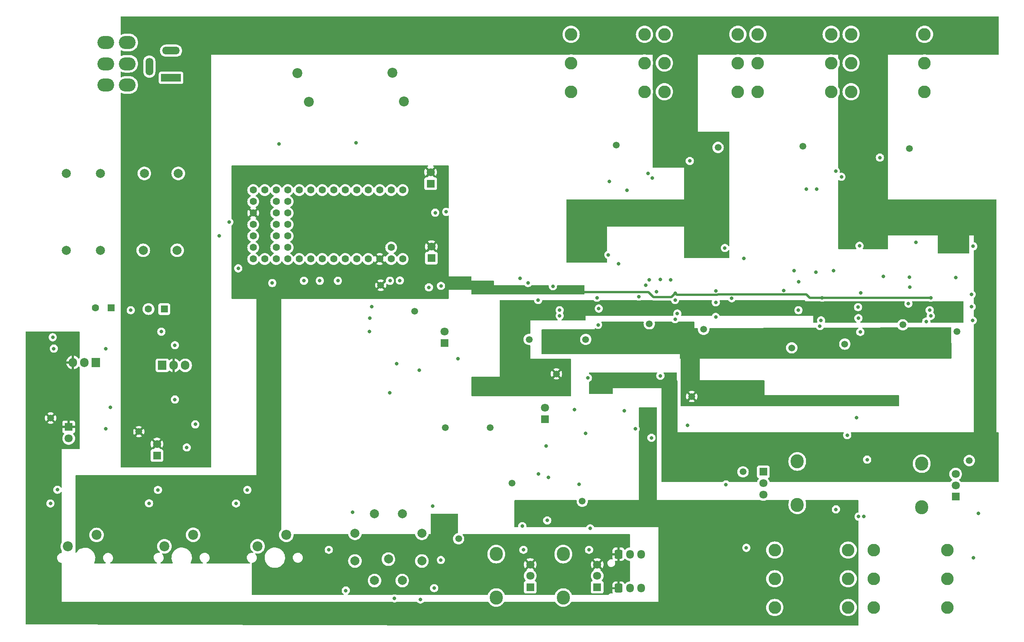
<source format=gbr>
%TF.GenerationSoftware,KiCad,Pcbnew,7.0.8*%
%TF.CreationDate,2024-02-21T10:41:43-05:00*%
%TF.ProjectId,Quad Joystick Mixer,51756164-204a-46f7-9973-7469636b204d,rev?*%
%TF.SameCoordinates,Original*%
%TF.FileFunction,Copper,L3,Inr*%
%TF.FilePolarity,Positive*%
%FSLAX46Y46*%
G04 Gerber Fmt 4.6, Leading zero omitted, Abs format (unit mm)*
G04 Created by KiCad (PCBNEW 7.0.8) date 2024-02-21 10:41:43*
%MOMM*%
%LPD*%
G01*
G04 APERTURE LIST*
G04 Aperture macros list*
%AMRoundRect*
0 Rectangle with rounded corners*
0 $1 Rounding radius*
0 $2 $3 $4 $5 $6 $7 $8 $9 X,Y pos of 4 corners*
0 Add a 4 corners polygon primitive as box body*
4,1,4,$2,$3,$4,$5,$6,$7,$8,$9,$2,$3,0*
0 Add four circle primitives for the rounded corners*
1,1,$1+$1,$2,$3*
1,1,$1+$1,$4,$5*
1,1,$1+$1,$6,$7*
1,1,$1+$1,$8,$9*
0 Add four rect primitives between the rounded corners*
20,1,$1+$1,$2,$3,$4,$5,0*
20,1,$1+$1,$4,$5,$6,$7,0*
20,1,$1+$1,$6,$7,$8,$9,0*
20,1,$1+$1,$8,$9,$2,$3,0*%
G04 Aperture macros list end*
%TA.AperFunction,ComponentPad*%
%ADD10C,1.500000*%
%TD*%
%TA.AperFunction,ComponentPad*%
%ADD11C,2.800000*%
%TD*%
%TA.AperFunction,ComponentPad*%
%ADD12C,2.000000*%
%TD*%
%TA.AperFunction,ComponentPad*%
%ADD13R,1.800000X1.800000*%
%TD*%
%TA.AperFunction,ComponentPad*%
%ADD14C,1.800000*%
%TD*%
%TA.AperFunction,ComponentPad*%
%ADD15R,4.400000X1.700000*%
%TD*%
%TA.AperFunction,ComponentPad*%
%ADD16O,3.900000X1.700000*%
%TD*%
%TA.AperFunction,ComponentPad*%
%ADD17O,1.700000X3.900000*%
%TD*%
%TA.AperFunction,ComponentPad*%
%ADD18C,2.200000*%
%TD*%
%TA.AperFunction,ComponentPad*%
%ADD19O,2.900000X3.100000*%
%TD*%
%TA.AperFunction,ComponentPad*%
%ADD20R,1.905000X2.000000*%
%TD*%
%TA.AperFunction,ComponentPad*%
%ADD21O,1.905000X2.000000*%
%TD*%
%TA.AperFunction,ComponentPad*%
%ADD22RoundRect,0.250000X-0.600000X-0.725000X0.600000X-0.725000X0.600000X0.725000X-0.600000X0.725000X0*%
%TD*%
%TA.AperFunction,ComponentPad*%
%ADD23O,1.700000X1.950000*%
%TD*%
%TA.AperFunction,ComponentPad*%
%ADD24O,3.700000X2.900000*%
%TD*%
%TA.AperFunction,ComponentPad*%
%ADD25R,1.600000X1.600000*%
%TD*%
%TA.AperFunction,ComponentPad*%
%ADD26C,1.600000*%
%TD*%
%TA.AperFunction,ViaPad*%
%ADD27C,0.800000*%
%TD*%
%TA.AperFunction,ViaPad*%
%ADD28C,1.500000*%
%TD*%
%TA.AperFunction,Conductor*%
%ADD29C,0.508000*%
%TD*%
G04 APERTURE END LIST*
D10*
%TO.N,Net-(J4-PadT)*%
%TO.C,TP16*%
X161988750Y-58011250D03*
%TD*%
%TO.N,Net-(J6-PadT)*%
%TO.C,TP19*%
X203238750Y-58261250D03*
%TD*%
D11*
%TO.N,unconnected-(J4-PadR)*%
%TO.C,J4*%
X152013750Y-39859850D03*
%TO.N,unconnected-(J4-PadRN)*%
X168243750Y-39859850D03*
%TO.N,GND*%
X152013750Y-33509850D03*
X168243750Y-33509850D03*
%TO.N,Net-(J4-PadT)*%
X152013750Y-46209850D03*
X168243750Y-46209850D03*
%TD*%
D12*
%TO.N,Net-(C3-Pad1)*%
%TO.C,C3*%
X65238750Y-64261250D03*
%TO.N,Earth*%
X57738750Y-64261250D03*
%TD*%
D13*
%TO.N,Net-(D11-K)*%
%TO.C,D11*%
X146268750Y-118589850D03*
D14*
%TO.N,VCC*%
X146268750Y-116049850D03*
%TD*%
D11*
%TO.N,unconnected-(J3-PadR)*%
%TO.C,J3*%
X235103750Y-153912650D03*
%TO.N,unconnected-(J3-PadRN)*%
X218873750Y-153912650D03*
%TO.N,GND*%
X235103750Y-160262650D03*
X218873750Y-160262650D03*
%TO.N,Net-(C28-Pad1)*%
X235103750Y-147562650D03*
X218873750Y-147562650D03*
%TD*%
D13*
%TO.N,Net-(D7-K)*%
%TO.C,D7*%
X60528750Y-126646250D03*
D14*
%TO.N,+12V*%
X60528750Y-124106250D03*
%TD*%
D15*
%TO.N,Earth*%
%TO.C,J1*%
X63638750Y-43122650D03*
D16*
%TO.N,Net-(SW1A-B)*%
X63638750Y-37122650D03*
D17*
%TO.N,unconnected-(J1-Pad3)*%
X58838750Y-40622650D03*
%TD*%
D13*
%TO.N,Net-(D21-K)*%
%TO.C,D21*%
X121151250Y-82986250D03*
D14*
%TO.N,+3.3V*%
X121151250Y-80446250D03*
%TD*%
D18*
%TO.N,/Teensy/POWER*%
%TO.C,SW6*%
X115108750Y-48331250D03*
%TO.N,Earth*%
X112568750Y-41981250D03*
%TD*%
D11*
%TO.N,unconnected-(J5-PadR)*%
%TO.C,J5*%
X172633750Y-39859850D03*
%TO.N,unconnected-(J5-PadRN)*%
X188863750Y-39859850D03*
%TO.N,GND*%
X172633750Y-33509850D03*
X188863750Y-33509850D03*
%TO.N,Net-(J5-PadT)*%
X172633750Y-46209850D03*
X188863750Y-46209850D03*
%TD*%
D19*
%TO.N,*%
%TO.C,RV2*%
X229488750Y-138061250D03*
X229488750Y-128461250D03*
D13*
%TO.N,Net-(R17-Pad2)*%
X236988750Y-135761250D03*
D14*
%TO.N,/Audio Input/Channel2_Input*%
X236988750Y-133261250D03*
X236988750Y-130761250D03*
%TD*%
D20*
%TO.N,Net-(D3-A)*%
%TO.C,U1*%
X61698750Y-106706250D03*
D21*
%TO.N,+12V*%
X64238750Y-106706250D03*
%TO.N,Net-(D1-K)*%
X66778750Y-106706250D03*
%TD*%
D18*
%TO.N,/Teensy/Button_1*%
%TO.C,SW3*%
X47178750Y-144221250D03*
%TO.N,Earth*%
X40828750Y-146761250D03*
%TD*%
D10*
%TO.N,Net-(U16A-+)*%
%TO.C,TP13*%
X200763750Y-102836250D03*
%TD*%
D20*
%TO.N,Earth*%
%TO.C,U2*%
X47028750Y-106066250D03*
D21*
%TO.N,Net-(D5-A)*%
X44488750Y-106066250D03*
%TO.N,-12V*%
X41948750Y-106066250D03*
%TD*%
D18*
%TO.N,/Teensy/Button_2*%
%TO.C,SW4*%
X68528750Y-144181250D03*
%TO.N,Earth*%
X62178750Y-146721250D03*
%TD*%
D11*
%TO.N,unconnected-(J6-PadR)*%
%TO.C,J6*%
X193253750Y-39859850D03*
%TO.N,unconnected-(J6-PadRN)*%
X209483750Y-39859850D03*
%TO.N,GND*%
X193253750Y-33509850D03*
X209483750Y-33509850D03*
%TO.N,Net-(J6-PadT)*%
X193253750Y-46209850D03*
X209483750Y-46209850D03*
%TD*%
D12*
%TO.N,Net-(C3-Pad1)*%
%TO.C,C4*%
X64988750Y-81261250D03*
%TO.N,Earth*%
X57488750Y-81261250D03*
%TD*%
D22*
%TO.N,+3.3V*%
%TO.C,J9*%
X162500000Y-148475000D03*
D23*
%TO.N,Net-(J9-Pin_2)*%
X165000000Y-148475000D03*
%TO.N,Earth*%
X167500000Y-148475000D03*
%TD*%
D12*
%TO.N,Net-(R62-Pad1)*%
%TO.C,SW2*%
X119049750Y-149973650D03*
%TO.N,Net-(R63-Pad1)*%
X114719750Y-154303650D03*
%TO.N,Net-(R73-Pad1)*%
X108597750Y-154303650D03*
%TO.N,Net-(R74-Pad1)*%
X104267750Y-149973650D03*
%TO.N,Net-(R75-Pad1)*%
X104267750Y-143851650D03*
%TO.N,Net-(R76-Pad1)*%
X108597750Y-139521650D03*
%TO.N,Net-(R77-Pad1)*%
X114719750Y-139521650D03*
%TO.N,unconnected-(SW2-Pad8)*%
X119049750Y-143851650D03*
%TO.N,/Teensy/Channel Selection*%
X111658750Y-149562650D03*
%TD*%
D10*
%TO.N,VCC*%
%TO.C,TP5*%
X148768750Y-108589850D03*
%TD*%
D13*
%TO.N,Net-(D8-K)*%
%TO.C,D8*%
X124098750Y-101761250D03*
D14*
%TO.N,+5V*%
X124098750Y-99221250D03*
%TD*%
D10*
%TO.N,-12V*%
%TO.C,TP3*%
X37028750Y-118371250D03*
%TD*%
D19*
%TO.N,*%
%TO.C,RV1*%
X201988750Y-127961250D03*
X201988750Y-137561250D03*
D13*
%TO.N,Net-(R16-Pad2)*%
X194488750Y-130261250D03*
D14*
%TO.N,/Audio Input/Channel1_Input*%
X194488750Y-132761250D03*
X194488750Y-135261250D03*
%TD*%
D10*
%TO.N,Net-(J7-PadT)*%
%TO.C,TP18*%
X226738750Y-58761250D03*
%TD*%
D19*
%TO.N,*%
%TO.C,RV4*%
X150288750Y-158061250D03*
X150288750Y-148461250D03*
D13*
%TO.N,Earth*%
X157788750Y-155761250D03*
D14*
%TO.N,Net-(J9-Pin_2)*%
X157788750Y-153261250D03*
%TO.N,+3.3V*%
X157788750Y-150761250D03*
%TD*%
D10*
%TO.N,/Teensy/CD_Control*%
%TO.C,TP21*%
X154488750Y-136761250D03*
%TD*%
%TO.N,+3.3V*%
%TO.C,TP1*%
X109960057Y-88984230D03*
%TD*%
D18*
%TO.N,/Teensy/PROGRAM*%
%TO.C,SW7*%
X94108750Y-48411250D03*
%TO.N,Earth*%
X91568750Y-42061250D03*
%TD*%
D10*
%TO.N,/Audio Input/Channel1_Input*%
%TO.C,TP6*%
X189988750Y-130261250D03*
%TD*%
%TO.N,Net-(U13-W0)*%
%TO.C,TP9*%
X225288750Y-97741250D03*
%TD*%
%TO.N,Net-(J5-PadT)*%
%TO.C,TP17*%
X184488750Y-58511250D03*
%TD*%
%TO.N,+12V*%
%TO.C,TP2*%
X56528750Y-121371250D03*
%TD*%
D24*
%TO.N,Net-(D2-A)*%
%TO.C,SW1*%
X53988750Y-44711250D03*
%TO.N,Net-(SW1A-B)*%
X53988750Y-40011250D03*
%TO.N,unconnected-(SW1A-C-Pad3)*%
X53988750Y-35311250D03*
%TO.N,Net-(D2-A)*%
X49188750Y-44711250D03*
%TO.N,Net-(SW1A-B)*%
X49188750Y-40011250D03*
%TO.N,unconnected-(SW1B-C-Pad6)*%
X49188750Y-35311250D03*
%TD*%
D10*
%TO.N,/Teensy/Channel Selection*%
%TO.C,TP22*%
X127158750Y-145062650D03*
%TD*%
D25*
%TO.N,Earth*%
%TO.C,C14*%
X50391401Y-94011250D03*
D26*
%TO.N,Net-(D5-A)*%
X46891401Y-94011250D03*
%TD*%
D22*
%TO.N,+3.3V*%
%TO.C,J8*%
X162500000Y-156000000D03*
D23*
%TO.N,Net-(J8-Pin_2)*%
X165000000Y-156000000D03*
%TO.N,Earth*%
X167500000Y-156000000D03*
%TD*%
D10*
%TO.N,Net-(U10B-+)*%
%TO.C,TP14*%
X155251250Y-100971250D03*
%TD*%
D12*
%TO.N,Earth*%
%TO.C,C12*%
X47988750Y-64261250D03*
%TO.N,Net-(C12-Pad2)*%
X40488750Y-64261250D03*
%TD*%
D10*
%TO.N,+5V*%
%TO.C,TP4*%
X117488750Y-94761250D03*
%TD*%
D19*
%TO.N,*%
%TO.C,RV3*%
X135488750Y-158061250D03*
X135488750Y-148461250D03*
D13*
%TO.N,Earth*%
X142988750Y-155761250D03*
D14*
%TO.N,Net-(J8-Pin_2)*%
X142988750Y-153261250D03*
%TO.N,+3.3V*%
X142988750Y-150761250D03*
%TD*%
D10*
%TO.N,/Audio Input/Channel2_Input*%
%TO.C,TP7*%
X239988750Y-127761250D03*
%TD*%
%TO.N,Net-(U16B-+)*%
%TO.C,TP15*%
X212488750Y-102011250D03*
%TD*%
D18*
%TO.N,/Teensy/Button_3*%
%TO.C,SW5*%
X89108750Y-144181250D03*
%TO.N,Earth*%
X82758750Y-146721250D03*
%TD*%
D10*
%TO.N,VDD*%
%TO.C,TP23*%
X178668750Y-113589850D03*
%TD*%
D11*
%TO.N,unconnected-(J7-PadR)*%
%TO.C,J7*%
X213873750Y-39859850D03*
%TO.N,unconnected-(J7-PadRN)*%
X230103750Y-39859850D03*
%TO.N,GND*%
X213873750Y-33509850D03*
X230103750Y-33509850D03*
%TO.N,Net-(J7-PadT)*%
X213873750Y-46209850D03*
X230103750Y-46209850D03*
%TD*%
D10*
%TO.N,Net-(U10A-+)*%
%TO.C,TP12*%
X142751250Y-100971250D03*
%TD*%
D13*
%TO.N,-12V*%
%TO.C,D9*%
X41028750Y-120331250D03*
D14*
%TO.N,Net-(D9-A)*%
X41028750Y-122871250D03*
%TD*%
D11*
%TO.N,unconnected-(J2-PadR)*%
%TO.C,J2*%
X213238750Y-153912650D03*
%TO.N,unconnected-(J2-PadRN)*%
X197008750Y-153912650D03*
%TO.N,GND*%
X213238750Y-160262650D03*
X197008750Y-160262650D03*
%TO.N,Net-(C24-Pad1)*%
X213238750Y-147562650D03*
X197008750Y-147562650D03*
%TD*%
D12*
%TO.N,Earth*%
%TO.C,C13*%
X47988750Y-81261250D03*
%TO.N,Net-(C12-Pad2)*%
X40488750Y-81261250D03*
%TD*%
D10*
%TO.N,Net-(U6B-+)*%
%TO.C,TP10*%
X181288750Y-98741250D03*
%TD*%
%TO.N,Net-(U13-W1)*%
%TO.C,TP11*%
X237288750Y-99241250D03*
%TD*%
%TO.N,Net-(U6A-+)*%
%TO.C,TP8*%
X169288750Y-97511250D03*
%TD*%
D26*
%TO.N,Earth*%
%TO.C,U20*%
X114813750Y-67942650D03*
%TO.N,unconnected-(U20-0_RX1_CRX2_CS1-Pad2)*%
X112273750Y-67942650D03*
%TO.N,unconnected-(U20-1_TX1_CTX2_MISO1-Pad3)*%
X109733750Y-67942650D03*
%TO.N,/Teensy/LED_1*%
X107193750Y-67942650D03*
%TO.N,/Teensy/LED_2*%
X104653750Y-67942650D03*
%TO.N,unconnected-(U20-4_BCLK2-Pad6)*%
X102113750Y-67942650D03*
%TO.N,unconnected-(U20-5_IN2-Pad7)*%
X99573750Y-67942650D03*
%TO.N,/Teensy/Button_1*%
X97033750Y-67942650D03*
%TO.N,/Teensy/Button_2*%
X94493750Y-67942650D03*
%TO.N,/Teensy/Button_3*%
X91953750Y-67942650D03*
%TO.N,unconnected-(U20-9_OUT1C-Pad11)*%
X89413750Y-67942650D03*
%TO.N,unconnected-(U20-10_CS_MQSR-Pad12)*%
X86873750Y-67942650D03*
%TO.N,unconnected-(U20-11_MOSI_CTX1-Pad13)*%
X84333750Y-67942650D03*
%TO.N,unconnected-(U20-12_MISO_MQSL-Pad14)*%
X81793750Y-67942650D03*
%TO.N,unconnected-(U20-VBAT-Pad15)*%
X81793750Y-70482650D03*
%TO.N,+3.3V*%
X81793750Y-73022650D03*
%TO.N,Earth*%
X81793750Y-75562650D03*
%TO.N,/Teensy/PROGRAM*%
X81793750Y-78102650D03*
%TO.N,/Teensy/POWER*%
X81793750Y-80642650D03*
%TO.N,unconnected-(U20-13_SCK_CRX1_LED-Pad20)*%
X81793750Y-83182650D03*
%TO.N,/Teensy/Channel Selection*%
X84333750Y-83182650D03*
%TO.N,/Teensy/AB_Control*%
X86873750Y-83182650D03*
%TO.N,/SCL1*%
X89413750Y-83182650D03*
%TO.N,/SDA1*%
X91953750Y-83182650D03*
%TO.N,/SDA0*%
X94493750Y-83182650D03*
%TO.N,/SCL0*%
X97033750Y-83182650D03*
%TO.N,/Teensy/CD_Control*%
X99573750Y-83182650D03*
%TO.N,unconnected-(U20-21_A7_RX5_BCLK1-Pad28)*%
X102113750Y-83182650D03*
%TO.N,unconnected-(U20-22_A8_CTX1-Pad29)*%
X104653750Y-83182650D03*
%TO.N,unconnected-(U20-23_A9_CRX1_MCLK1-Pad30)*%
X107193750Y-83182650D03*
%TO.N,+3.3V*%
X109733750Y-83182650D03*
%TO.N,Earth*%
X112273750Y-83182650D03*
%TO.N,+5V*%
X114813750Y-83182650D03*
%TO.N,unconnected-(U20-VUSB-Pad34)*%
X112273750Y-80642650D03*
%TO.N,unconnected-(U20-24_A10_TX6_SCL2-Pad35)*%
X86873750Y-80642650D03*
%TO.N,unconnected-(U20-25_A11_RX6_SDA2-Pad36)*%
X89413750Y-80642650D03*
%TO.N,unconnected-(U20-26_A12_MOSI1-Pad37)*%
X86873750Y-78102650D03*
%TO.N,unconnected-(U20-27_A13_SCK1-Pad38)*%
X89413750Y-78102650D03*
%TO.N,unconnected-(U20-28_RX7-Pad39)*%
X86873750Y-75562650D03*
%TO.N,unconnected-(U20-29_TX7-Pad40)*%
X89413750Y-75562650D03*
%TO.N,unconnected-(U20-30_CRX3-Pad41)*%
X86873750Y-73022650D03*
%TO.N,unconnected-(U20-31_CTX3-Pad42)*%
X89413750Y-73022650D03*
%TO.N,unconnected-(U20-32_OUT1B-Pad43)*%
X86873750Y-70482650D03*
%TO.N,unconnected-(U20-33_MCLK2-Pad44)*%
X89413750Y-70482650D03*
%TD*%
D10*
%TO.N,/Teensy/AB_Control*%
%TO.C,TP20*%
X138988750Y-132761250D03*
%TD*%
D13*
%TO.N,Net-(D20-K)*%
%TO.C,D20*%
X120988750Y-66536250D03*
D14*
%TO.N,+3.3V*%
X120988750Y-63996250D03*
%TD*%
D25*
%TO.N,Net-(D1-K)*%
%TO.C,C5*%
X62141401Y-94261250D03*
D26*
%TO.N,Earth*%
X58641401Y-94261250D03*
%TD*%
D27*
%TO.N,Earth*%
X103767750Y-139232250D03*
X74290150Y-78062650D03*
X114172557Y-87945057D03*
X102238750Y-156511250D03*
X49238750Y-120761250D03*
X107488750Y-99261250D03*
X147000000Y-131500000D03*
X124436250Y-72759850D03*
X77988750Y-137261250D03*
X98488750Y-147511250D03*
X141238750Y-142261250D03*
X64488750Y-114261250D03*
X80488750Y-134261250D03*
X58778750Y-137221250D03*
X126988750Y-105261250D03*
X123238750Y-149761250D03*
X49238750Y-103011250D03*
X120598750Y-89459850D03*
X37738750Y-103011250D03*
X118488750Y-107761250D03*
X107513750Y-96286250D03*
X144788750Y-130711250D03*
X123276250Y-89137350D03*
X78488750Y-85261250D03*
X112988750Y-158261250D03*
X37488750Y-100511250D03*
X118738750Y-158511250D03*
X38528750Y-134221250D03*
X87488750Y-57761250D03*
X54738750Y-94511250D03*
X121398350Y-137851650D03*
X121988750Y-72957350D03*
X104488750Y-57511250D03*
X121767750Y-155982250D03*
X146738750Y-141011250D03*
X50238750Y-116011250D03*
X61488750Y-99261250D03*
X76499230Y-75021730D03*
X107988750Y-93761250D03*
X113488750Y-106323750D03*
D28*
X124250000Y-120500000D03*
D27*
X111988750Y-112761250D03*
X36988750Y-137261250D03*
X111997557Y-88002443D03*
X64488750Y-102261250D03*
X155988750Y-147511250D03*
X141488750Y-147511250D03*
X68988750Y-119761250D03*
X67098750Y-124871250D03*
X60738750Y-134261250D03*
X156238750Y-142761250D03*
X153738750Y-133011250D03*
%TO.N,+12V*%
X54488750Y-123404105D03*
X159217350Y-111989850D03*
X174000000Y-60000000D03*
X183000000Y-81000000D03*
X154000000Y-82000000D03*
X54488750Y-116118392D03*
X171604850Y-111127350D03*
X213000000Y-78000000D03*
X54488750Y-118546963D03*
X54488750Y-111261250D03*
X54488750Y-128261250D03*
X54488750Y-125832676D03*
X216000000Y-59000000D03*
X54488750Y-120975534D03*
X54488750Y-113689821D03*
X236813750Y-78186250D03*
X219501250Y-127501250D03*
%TO.N,-12V*%
X33488750Y-103261250D03*
X141500000Y-140500000D03*
X33488750Y-120404102D03*
X33488750Y-114689818D03*
X33488750Y-108975534D03*
X174000000Y-87800000D03*
X206091250Y-86108750D03*
X33488750Y-106118392D03*
X168000000Y-121000000D03*
X33488750Y-111832676D03*
X226800000Y-87200000D03*
X206238750Y-67761250D03*
X148000000Y-89200000D03*
X33488750Y-117546960D03*
X33488750Y-123261250D03*
X212000000Y-139000000D03*
X164400000Y-68000000D03*
%TO.N,GND*%
X240738750Y-96761250D03*
X152738750Y-116511250D03*
X215523750Y-140161250D03*
X215913750Y-99336250D03*
X216723750Y-140161250D03*
X168988750Y-64261250D03*
X211738750Y-65011250D03*
X171701250Y-87723750D03*
X240488750Y-93761250D03*
X190723750Y-147061250D03*
X160488750Y-66011250D03*
X157738750Y-91761250D03*
X190198750Y-83051250D03*
X209988750Y-85761250D03*
X236988750Y-87261250D03*
X183968750Y-96011250D03*
X210488750Y-63761250D03*
X170890163Y-90385243D03*
X213023750Y-122161250D03*
X169768750Y-122731250D03*
X215413750Y-93836250D03*
X140750000Y-87471250D03*
X230488750Y-97011250D03*
X186223750Y-133061250D03*
X163768750Y-116731250D03*
X220238750Y-60761250D03*
X215738750Y-80261250D03*
X226543750Y-93066250D03*
X171738750Y-109011250D03*
X142500000Y-88500000D03*
X158123750Y-94146250D03*
X242023750Y-139411250D03*
X215073750Y-118311250D03*
X203988750Y-67761250D03*
X169988750Y-65261250D03*
X183968750Y-90281250D03*
X202316250Y-88183750D03*
X169238750Y-87761250D03*
X210523750Y-138561250D03*
X240873750Y-149261250D03*
D28*
X134100000Y-120500000D03*
D27*
X174988750Y-96511250D03*
X240853750Y-80376250D03*
X162488750Y-84261250D03*
X144738750Y-92261250D03*
X178238750Y-61511250D03*
X240488750Y-91011250D03*
X228238750Y-79511250D03*
X177768750Y-119981250D03*
X160238750Y-82261250D03*
X226836250Y-89413750D03*
X215488750Y-96261250D03*
X202238750Y-94511250D03*
X146488750Y-124511250D03*
X201238750Y-85761250D03*
X157988750Y-97761250D03*
X183988750Y-92761250D03*
X155238750Y-121761250D03*
X185988750Y-80761250D03*
X166238750Y-120761250D03*
X155717350Y-109489850D03*
X217426250Y-127563750D03*
%TO.N,/Audio Input/Channel1_Input*%
X167000000Y-91500000D03*
X187500000Y-91861750D03*
%TO.N,/Audio Input/Channel2_Input*%
X199000000Y-90154750D03*
X216000000Y-90646250D03*
%TO.N,VCC*%
X154226250Y-96191750D03*
X180488750Y-94261250D03*
X206738750Y-95011250D03*
X236726250Y-95248750D03*
%TO.N,+3.3V*%
X88500000Y-91500000D03*
X86568750Y-130568750D03*
X125500000Y-141500000D03*
X154250000Y-90000000D03*
X175000000Y-90775500D03*
X231488750Y-91761250D03*
X94960057Y-91460057D03*
X68500000Y-133000000D03*
X91500000Y-91500000D03*
X47000000Y-133000000D03*
X207488750Y-91761250D03*
X98500000Y-91500000D03*
%TO.N,/Audio Output/A*%
X221000000Y-87000000D03*
X168500000Y-89000000D03*
%TO.N,VDD*%
X179738750Y-111011250D03*
X233738750Y-102261250D03*
X209238750Y-104761250D03*
X174988750Y-98011250D03*
X177238750Y-111011250D03*
X230988750Y-99261250D03*
X151738750Y-102511250D03*
X148725036Y-100247536D03*
X177738750Y-101011250D03*
X206488750Y-101511250D03*
X221000000Y-114000000D03*
X208000000Y-114000000D03*
%TO.N,/SCL0*%
X100500000Y-88000000D03*
X174988750Y-92261250D03*
X149488750Y-94511250D03*
%TO.N,/SDA0*%
X149488750Y-95761250D03*
X175488750Y-95261250D03*
X96500000Y-88000000D03*
%TO.N,/SDA1*%
X93000000Y-88000000D03*
X206988750Y-98011250D03*
X231488750Y-95761250D03*
%TO.N,/SCL1*%
X207238750Y-96761250D03*
X86000000Y-88500000D03*
X231238750Y-94511250D03*
%TD*%
D29*
%TO.N,+3.3V*%
X204738750Y-91761250D02*
X207488750Y-91761250D01*
X154761250Y-90511250D02*
X154250000Y-90000000D01*
X203985750Y-91008250D02*
X204738750Y-91761250D01*
X175359750Y-91135250D02*
X184322489Y-91135250D01*
X174175500Y-91600000D02*
X170200000Y-91600000D01*
X169111250Y-90511250D02*
X154761250Y-90511250D01*
X207488750Y-91761250D02*
X231488750Y-91761250D01*
X184449489Y-91008250D02*
X203985750Y-91008250D01*
X175000000Y-90775500D02*
X175359750Y-91135250D01*
X184322489Y-91135250D02*
X184449489Y-91008250D01*
X175000000Y-90775500D02*
X174175500Y-91600000D01*
X170200000Y-91600000D02*
X169111250Y-90511250D01*
%TD*%
%TA.AperFunction,Conductor*%
%TO.N,-12V*%
G36*
X43431789Y-99280935D02*
G01*
X43477544Y-99333739D01*
X43488750Y-99385250D01*
X43488750Y-104911312D01*
X43469065Y-104978351D01*
X43455980Y-104995294D01*
X43338201Y-105123237D01*
X43338195Y-105123244D01*
X43322257Y-105147639D01*
X43269109Y-105192994D01*
X43199877Y-105202415D01*
X43136543Y-105172911D01*
X43114642Y-105147635D01*
X43098904Y-105123546D01*
X42935876Y-104946452D01*
X42935866Y-104946443D01*
X42745918Y-104798600D01*
X42745909Y-104798594D01*
X42534218Y-104684034D01*
X42534204Y-104684028D01*
X42306541Y-104605869D01*
X42198750Y-104587883D01*
X42198750Y-105574566D01*
X42169931Y-105557041D01*
X42024346Y-105516250D01*
X41911128Y-105516250D01*
X41798967Y-105531666D01*
X41698750Y-105575196D01*
X41698750Y-104587883D01*
X41698749Y-104587883D01*
X41590958Y-104605869D01*
X41363295Y-104684028D01*
X41363281Y-104684034D01*
X41151590Y-104798594D01*
X41151581Y-104798600D01*
X40961633Y-104946443D01*
X40961623Y-104946452D01*
X40798601Y-105123539D01*
X40798593Y-105123550D01*
X40666936Y-105325065D01*
X40570241Y-105545509D01*
X40511150Y-105778854D01*
X40511150Y-105778855D01*
X40508052Y-105816250D01*
X41453898Y-105816250D01*
X41405191Y-105953297D01*
X41394873Y-106104136D01*
X41425634Y-106252165D01*
X41458840Y-106316250D01*
X40508053Y-106316250D01*
X40511150Y-106353644D01*
X40511150Y-106353645D01*
X40570241Y-106586990D01*
X40666936Y-106807434D01*
X40798593Y-107008949D01*
X40798601Y-107008960D01*
X40961623Y-107186047D01*
X40961633Y-107186056D01*
X41151581Y-107333899D01*
X41151590Y-107333905D01*
X41363281Y-107448465D01*
X41363295Y-107448471D01*
X41590957Y-107526629D01*
X41698750Y-107544616D01*
X41698750Y-106557933D01*
X41727569Y-106575459D01*
X41873154Y-106616250D01*
X41986372Y-106616250D01*
X42098533Y-106600834D01*
X42198750Y-106557303D01*
X42198750Y-107544615D01*
X42306542Y-107526629D01*
X42534204Y-107448471D01*
X42534218Y-107448465D01*
X42745909Y-107333905D01*
X42745918Y-107333899D01*
X42935866Y-107186056D01*
X42935876Y-107186047D01*
X43098904Y-107008952D01*
X43098905Y-107008951D01*
X43114641Y-106984866D01*
X43167786Y-106939508D01*
X43237017Y-106930083D01*
X43300354Y-106959583D01*
X43322260Y-106984864D01*
X43338196Y-107009257D01*
X43455980Y-107137204D01*
X43486902Y-107199859D01*
X43488750Y-107221187D01*
X43488750Y-125137250D01*
X43469065Y-125204289D01*
X43416261Y-125250044D01*
X43364750Y-125261250D01*
X39500000Y-125261250D01*
X39500000Y-123000000D01*
X31500000Y-123000000D01*
X31500000Y-125239993D01*
X31492084Y-125225496D01*
X31489250Y-125199138D01*
X31489250Y-122871256D01*
X39623450Y-122871256D01*
X39642614Y-123102547D01*
X39642616Y-123102558D01*
X39699592Y-123327550D01*
X39792825Y-123540098D01*
X39919766Y-123734397D01*
X39919769Y-123734401D01*
X39919771Y-123734403D01*
X40076966Y-123905163D01*
X40076969Y-123905165D01*
X40076972Y-123905168D01*
X40260115Y-124047714D01*
X40260121Y-124047718D01*
X40260124Y-124047720D01*
X40464247Y-124158186D01*
X40578237Y-124197318D01*
X40683765Y-124233547D01*
X40683767Y-124233547D01*
X40683769Y-124233548D01*
X40912701Y-124271750D01*
X40912702Y-124271750D01*
X41144798Y-124271750D01*
X41144799Y-124271750D01*
X41373731Y-124233548D01*
X41593253Y-124158186D01*
X41797376Y-124047720D01*
X41980534Y-123905163D01*
X42137729Y-123734403D01*
X42264674Y-123540099D01*
X42357907Y-123327550D01*
X42414884Y-123102555D01*
X42434050Y-122871250D01*
X42434050Y-122871243D01*
X42414885Y-122639952D01*
X42414883Y-122639941D01*
X42357907Y-122414949D01*
X42264674Y-122202401D01*
X42137731Y-122008099D01*
X42042582Y-121904739D01*
X42011660Y-121842085D01*
X42019520Y-121772659D01*
X42063668Y-121718503D01*
X42090480Y-121704575D01*
X42170834Y-121674605D01*
X42170843Y-121674600D01*
X42285937Y-121588440D01*
X42285940Y-121588437D01*
X42372100Y-121473343D01*
X42372104Y-121473336D01*
X42422346Y-121338629D01*
X42422348Y-121338622D01*
X42428749Y-121279094D01*
X42428750Y-121279077D01*
X42428750Y-120581250D01*
X41404028Y-120581250D01*
X41452375Y-120497510D01*
X41482560Y-120365258D01*
X41472423Y-120229985D01*
X41422863Y-120103709D01*
X41404953Y-120081250D01*
X42428750Y-120081250D01*
X42428750Y-119383422D01*
X42428749Y-119383405D01*
X42422348Y-119323877D01*
X42422346Y-119323870D01*
X42372104Y-119189163D01*
X42372100Y-119189156D01*
X42285940Y-119074062D01*
X42285937Y-119074059D01*
X42170843Y-118987899D01*
X42170836Y-118987895D01*
X42036129Y-118937653D01*
X42036122Y-118937651D01*
X41976594Y-118931250D01*
X41278750Y-118931250D01*
X41278750Y-119957060D01*
X41226203Y-119921234D01*
X41096577Y-119881250D01*
X40995026Y-119881250D01*
X40894612Y-119896385D01*
X40778750Y-119952181D01*
X40778750Y-118931250D01*
X40080905Y-118931250D01*
X40021377Y-118937651D01*
X40021370Y-118937653D01*
X39886663Y-118987895D01*
X39886656Y-118987899D01*
X39771562Y-119074059D01*
X39771559Y-119074062D01*
X39685399Y-119189156D01*
X39685395Y-119189163D01*
X39635153Y-119323870D01*
X39635151Y-119323877D01*
X39628750Y-119383405D01*
X39628750Y-120081250D01*
X40653472Y-120081250D01*
X40605125Y-120164990D01*
X40574940Y-120297242D01*
X40585077Y-120432515D01*
X40634637Y-120558791D01*
X40652547Y-120581250D01*
X39628750Y-120581250D01*
X39628750Y-121279094D01*
X39635151Y-121338622D01*
X39635153Y-121338629D01*
X39685395Y-121473336D01*
X39685399Y-121473343D01*
X39771559Y-121588437D01*
X39771562Y-121588440D01*
X39886656Y-121674600D01*
X39886663Y-121674604D01*
X39967020Y-121704575D01*
X40022954Y-121746446D01*
X40047371Y-121811910D01*
X40032520Y-121880183D01*
X40014918Y-121904739D01*
X39919771Y-122008097D01*
X39919769Y-122008098D01*
X39919766Y-122008103D01*
X39792825Y-122202401D01*
X39699592Y-122414949D01*
X39642616Y-122639941D01*
X39642614Y-122639952D01*
X39623450Y-122871243D01*
X39623450Y-122871256D01*
X31489250Y-122871256D01*
X31489250Y-119414374D01*
X36339176Y-119414374D01*
X36401361Y-119457916D01*
X36401363Y-119457917D01*
X36599590Y-119550351D01*
X36599599Y-119550355D01*
X36810855Y-119606960D01*
X36810865Y-119606962D01*
X37028749Y-119626025D01*
X37028751Y-119626025D01*
X37246634Y-119606962D01*
X37246644Y-119606960D01*
X37457900Y-119550355D01*
X37457909Y-119550351D01*
X37656137Y-119457916D01*
X37718322Y-119414374D01*
X37028751Y-118724803D01*
X37028750Y-118724803D01*
X36339176Y-119414374D01*
X31489250Y-119414374D01*
X31489250Y-118371250D01*
X35773975Y-118371250D01*
X35793037Y-118589134D01*
X35793039Y-118589144D01*
X35849644Y-118800400D01*
X35849648Y-118800409D01*
X35942085Y-118998641D01*
X35985623Y-119060821D01*
X35985625Y-119060822D01*
X36645895Y-118400552D01*
X36675122Y-118400552D01*
X36703797Y-118513788D01*
X36767686Y-118611577D01*
X36859865Y-118683322D01*
X36970345Y-118721250D01*
X37057755Y-118721250D01*
X37143966Y-118706864D01*
X37246697Y-118651269D01*
X37325810Y-118565329D01*
X37372732Y-118458358D01*
X37379950Y-118371250D01*
X37382303Y-118371250D01*
X38071874Y-119060822D01*
X38115416Y-118998637D01*
X38207851Y-118800409D01*
X38207855Y-118800400D01*
X38264460Y-118589144D01*
X38264462Y-118589134D01*
X38283525Y-118371250D01*
X38283525Y-118371249D01*
X38264462Y-118153365D01*
X38264460Y-118153355D01*
X38207855Y-117942099D01*
X38207851Y-117942090D01*
X38115418Y-117743865D01*
X38071873Y-117681678D01*
X37382303Y-118371249D01*
X37382303Y-118371250D01*
X37379950Y-118371250D01*
X37382378Y-118341948D01*
X37353703Y-118228712D01*
X37289814Y-118130923D01*
X37197635Y-118059178D01*
X37087155Y-118021250D01*
X36999745Y-118021250D01*
X36913534Y-118035636D01*
X36810803Y-118091231D01*
X36731690Y-118177171D01*
X36684768Y-118284142D01*
X36675122Y-118400552D01*
X36645895Y-118400552D01*
X36675197Y-118371250D01*
X36675197Y-118371249D01*
X35985625Y-117681677D01*
X35985625Y-117681678D01*
X35942083Y-117743862D01*
X35942082Y-117743864D01*
X35849648Y-117942090D01*
X35849644Y-117942099D01*
X35793039Y-118153355D01*
X35793037Y-118153365D01*
X35773975Y-118371249D01*
X35773975Y-118371250D01*
X31489250Y-118371250D01*
X31489250Y-117328125D01*
X36339177Y-117328125D01*
X37028750Y-118017697D01*
X37028751Y-118017697D01*
X37718322Y-117328125D01*
X37718321Y-117328123D01*
X37656141Y-117284585D01*
X37457909Y-117192148D01*
X37457900Y-117192144D01*
X37246644Y-117135539D01*
X37246634Y-117135537D01*
X37028751Y-117116475D01*
X37028749Y-117116475D01*
X36810865Y-117135537D01*
X36810855Y-117135539D01*
X36599599Y-117192144D01*
X36599590Y-117192148D01*
X36401364Y-117284582D01*
X36401362Y-117284583D01*
X36339178Y-117328125D01*
X36339177Y-117328125D01*
X31489250Y-117328125D01*
X31489250Y-103011250D01*
X36833290Y-103011250D01*
X36853076Y-103199506D01*
X36853077Y-103199509D01*
X36911568Y-103379527D01*
X36911571Y-103379534D01*
X37006217Y-103543466D01*
X37132879Y-103684138D01*
X37286015Y-103795398D01*
X37286020Y-103795401D01*
X37458942Y-103872392D01*
X37458947Y-103872394D01*
X37644104Y-103911750D01*
X37644105Y-103911750D01*
X37833394Y-103911750D01*
X37833396Y-103911750D01*
X38018553Y-103872394D01*
X38191480Y-103795401D01*
X38344621Y-103684138D01*
X38471283Y-103543466D01*
X38565929Y-103379534D01*
X38624424Y-103199506D01*
X38644210Y-103011250D01*
X38624424Y-102822994D01*
X38565929Y-102642966D01*
X38471283Y-102479034D01*
X38344621Y-102338362D01*
X38344620Y-102338361D01*
X38191484Y-102227101D01*
X38191479Y-102227098D01*
X38018557Y-102150107D01*
X38018552Y-102150105D01*
X37872751Y-102119115D01*
X37833396Y-102110750D01*
X37644104Y-102110750D01*
X37611647Y-102117648D01*
X37458947Y-102150105D01*
X37458942Y-102150107D01*
X37286020Y-102227098D01*
X37286015Y-102227101D01*
X37132879Y-102338361D01*
X37006216Y-102479035D01*
X36911571Y-102642965D01*
X36911568Y-102642972D01*
X36853077Y-102822990D01*
X36853076Y-102822994D01*
X36833290Y-103011250D01*
X31489250Y-103011250D01*
X31489250Y-100511250D01*
X36583290Y-100511250D01*
X36603076Y-100699506D01*
X36603077Y-100699509D01*
X36661568Y-100879527D01*
X36661571Y-100879534D01*
X36756217Y-101043466D01*
X36882879Y-101184138D01*
X37036015Y-101295398D01*
X37036020Y-101295401D01*
X37208942Y-101372392D01*
X37208947Y-101372394D01*
X37394104Y-101411750D01*
X37394105Y-101411750D01*
X37583394Y-101411750D01*
X37583396Y-101411750D01*
X37768553Y-101372394D01*
X37941480Y-101295401D01*
X38094621Y-101184138D01*
X38221283Y-101043466D01*
X38315929Y-100879534D01*
X38374424Y-100699506D01*
X38394210Y-100511250D01*
X38374424Y-100322994D01*
X38315929Y-100142966D01*
X38221283Y-99979034D01*
X38094621Y-99838362D01*
X38094620Y-99838361D01*
X37941484Y-99727101D01*
X37941479Y-99727098D01*
X37768557Y-99650107D01*
X37768552Y-99650105D01*
X37622751Y-99619115D01*
X37583396Y-99610750D01*
X37394104Y-99610750D01*
X37361647Y-99617648D01*
X37208947Y-99650105D01*
X37208942Y-99650107D01*
X37036020Y-99727098D01*
X37036015Y-99727101D01*
X36882879Y-99838361D01*
X36756216Y-99979035D01*
X36661571Y-100142965D01*
X36661568Y-100142972D01*
X36603077Y-100322990D01*
X36603076Y-100322994D01*
X36583290Y-100511250D01*
X31489250Y-100511250D01*
X31489250Y-99385250D01*
X31508935Y-99318211D01*
X31561739Y-99272456D01*
X31613250Y-99261250D01*
X43364750Y-99261250D01*
X43431789Y-99280935D01*
G37*
%TD.AperFunction*%
%TD*%
%TA.AperFunction,Conductor*%
%TO.N,+12V*%
G36*
X64000000Y-35772150D02*
G01*
X62479784Y-35772150D01*
X62303346Y-35787586D01*
X62303336Y-35787588D01*
X62075094Y-35848744D01*
X62075085Y-35848748D01*
X61860921Y-35948614D01*
X61860919Y-35948615D01*
X61667347Y-36084155D01*
X61500256Y-36251247D01*
X61500251Y-36251254D01*
X61364717Y-36444815D01*
X61364715Y-36444819D01*
X61264848Y-36658985D01*
X61264844Y-36658994D01*
X61203688Y-36887236D01*
X61203686Y-36887246D01*
X61183091Y-37122649D01*
X61183091Y-37122650D01*
X61203686Y-37358053D01*
X61203688Y-37358063D01*
X61264844Y-37586305D01*
X61264846Y-37586309D01*
X61264847Y-37586313D01*
X61314781Y-37693396D01*
X61364714Y-37800478D01*
X61364715Y-37800480D01*
X61500255Y-37994052D01*
X61667347Y-38161144D01*
X61860919Y-38296684D01*
X61860921Y-38296685D01*
X62075087Y-38396553D01*
X62303342Y-38457713D01*
X62479784Y-38473150D01*
X64797716Y-38473150D01*
X64974158Y-38457713D01*
X65202413Y-38396553D01*
X65416579Y-38296685D01*
X65610151Y-38161145D01*
X65771296Y-38000000D01*
X72488750Y-38000000D01*
X72488750Y-129137250D01*
X72469065Y-129204289D01*
X72416261Y-129250044D01*
X72364750Y-129261250D01*
X52612750Y-129261250D01*
X52545711Y-129241565D01*
X52499956Y-129188761D01*
X52488750Y-129137250D01*
X52488750Y-124106255D01*
X59123952Y-124106255D01*
X59143111Y-124337468D01*
X59200067Y-124562385D01*
X59293266Y-124774859D01*
X59377561Y-124903883D01*
X60084300Y-124197146D01*
X60085077Y-124207515D01*
X60134637Y-124333791D01*
X60219215Y-124439849D01*
X60331297Y-124516266D01*
X60439049Y-124549503D01*
X59779120Y-125209431D01*
X59717797Y-125242916D01*
X59691440Y-125245750D01*
X59580880Y-125245750D01*
X59580873Y-125245751D01*
X59521266Y-125252158D01*
X59386421Y-125302452D01*
X59386414Y-125302456D01*
X59271205Y-125388702D01*
X59271202Y-125388705D01*
X59184956Y-125503914D01*
X59184952Y-125503921D01*
X59134658Y-125638767D01*
X59128251Y-125698366D01*
X59128251Y-125698373D01*
X59128250Y-125698385D01*
X59128250Y-127594120D01*
X59128251Y-127594126D01*
X59134658Y-127653733D01*
X59184952Y-127788578D01*
X59184956Y-127788585D01*
X59271202Y-127903794D01*
X59271205Y-127903797D01*
X59386414Y-127990043D01*
X59386421Y-127990047D01*
X59521267Y-128040341D01*
X59521266Y-128040341D01*
X59528194Y-128041085D01*
X59580877Y-128046750D01*
X61476622Y-128046749D01*
X61536233Y-128040341D01*
X61671081Y-127990046D01*
X61786296Y-127903796D01*
X61872546Y-127788581D01*
X61922841Y-127653733D01*
X61929250Y-127594123D01*
X61929249Y-125698378D01*
X61922841Y-125638767D01*
X61872546Y-125503919D01*
X61872545Y-125503918D01*
X61872543Y-125503914D01*
X61786297Y-125388705D01*
X61786294Y-125388702D01*
X61671085Y-125302456D01*
X61671078Y-125302452D01*
X61536232Y-125252158D01*
X61536233Y-125252158D01*
X61476633Y-125245751D01*
X61476631Y-125245750D01*
X61476623Y-125245750D01*
X61476615Y-125245750D01*
X61366059Y-125245750D01*
X61299020Y-125226065D01*
X61278378Y-125209431D01*
X60616981Y-124548034D01*
X60662888Y-124541115D01*
X60785107Y-124482257D01*
X60884548Y-124389990D01*
X60952375Y-124272510D01*
X60970249Y-124194196D01*
X61679936Y-124903884D01*
X61701257Y-124871250D01*
X66193290Y-124871250D01*
X66213076Y-125059506D01*
X66213077Y-125059509D01*
X66271568Y-125239527D01*
X66271571Y-125239534D01*
X66366217Y-125403466D01*
X66492879Y-125544138D01*
X66646015Y-125655398D01*
X66646020Y-125655401D01*
X66818942Y-125732392D01*
X66818947Y-125732394D01*
X67004104Y-125771750D01*
X67004105Y-125771750D01*
X67193394Y-125771750D01*
X67193396Y-125771750D01*
X67378553Y-125732394D01*
X67551480Y-125655401D01*
X67704621Y-125544138D01*
X67831283Y-125403466D01*
X67925929Y-125239534D01*
X67984424Y-125059506D01*
X68004210Y-124871250D01*
X67984424Y-124682994D01*
X67925929Y-124502966D01*
X67831283Y-124339034D01*
X67704621Y-124198362D01*
X67704620Y-124198361D01*
X67551484Y-124087101D01*
X67551479Y-124087098D01*
X67378557Y-124010107D01*
X67378552Y-124010105D01*
X67232751Y-123979115D01*
X67193396Y-123970750D01*
X67004104Y-123970750D01*
X66971647Y-123977648D01*
X66818947Y-124010105D01*
X66818942Y-124010107D01*
X66646020Y-124087098D01*
X66646015Y-124087101D01*
X66492879Y-124198361D01*
X66366216Y-124339035D01*
X66271571Y-124502965D01*
X66271568Y-124502972D01*
X66252264Y-124562385D01*
X66213076Y-124682994D01*
X66193290Y-124871250D01*
X61701257Y-124871250D01*
X61764234Y-124774856D01*
X61857432Y-124562385D01*
X61914388Y-124337468D01*
X61933548Y-124106255D01*
X61933548Y-124106244D01*
X61914388Y-123875031D01*
X61857432Y-123650114D01*
X61764233Y-123437640D01*
X61679936Y-123308614D01*
X60973199Y-124015351D01*
X60972423Y-124004985D01*
X60922863Y-123878709D01*
X60838285Y-123772651D01*
X60726203Y-123696234D01*
X60618450Y-123662997D01*
X61327549Y-122953898D01*
X61327549Y-122953897D01*
X61297099Y-122930199D01*
X61093052Y-122819773D01*
X61093043Y-122819770D01*
X60873610Y-122744438D01*
X60644757Y-122706250D01*
X60412743Y-122706250D01*
X60183889Y-122744438D01*
X59964456Y-122819770D01*
X59964448Y-122819773D01*
X59760394Y-122930202D01*
X59729950Y-122953896D01*
X59729950Y-122953897D01*
X60440518Y-123664465D01*
X60394612Y-123671385D01*
X60272393Y-123730243D01*
X60172952Y-123822510D01*
X60105125Y-123939990D01*
X60087250Y-124018303D01*
X59377562Y-123308615D01*
X59293266Y-123437641D01*
X59293264Y-123437645D01*
X59200067Y-123650114D01*
X59143111Y-123875031D01*
X59123952Y-124106244D01*
X59123952Y-124106255D01*
X52488750Y-124106255D01*
X52488750Y-122414374D01*
X55839176Y-122414374D01*
X55901361Y-122457916D01*
X55901363Y-122457917D01*
X56099590Y-122550351D01*
X56099599Y-122550355D01*
X56310855Y-122606960D01*
X56310865Y-122606962D01*
X56528749Y-122626025D01*
X56528751Y-122626025D01*
X56746634Y-122606962D01*
X56746644Y-122606960D01*
X56957900Y-122550355D01*
X56957909Y-122550351D01*
X57156137Y-122457916D01*
X57218322Y-122414374D01*
X56528751Y-121724803D01*
X56528750Y-121724803D01*
X55839176Y-122414374D01*
X52488750Y-122414374D01*
X52488750Y-121371250D01*
X55273975Y-121371250D01*
X55293037Y-121589134D01*
X55293039Y-121589144D01*
X55349644Y-121800400D01*
X55349648Y-121800409D01*
X55442085Y-121998641D01*
X55485623Y-122060821D01*
X55485625Y-122060822D01*
X56145895Y-121400552D01*
X56175122Y-121400552D01*
X56203797Y-121513788D01*
X56267686Y-121611577D01*
X56359865Y-121683322D01*
X56470345Y-121721250D01*
X56557755Y-121721250D01*
X56643966Y-121706864D01*
X56746697Y-121651269D01*
X56825810Y-121565329D01*
X56872732Y-121458358D01*
X56879950Y-121371250D01*
X56882303Y-121371250D01*
X57571874Y-122060822D01*
X57615416Y-121998637D01*
X57707851Y-121800409D01*
X57707855Y-121800400D01*
X57764460Y-121589144D01*
X57764462Y-121589134D01*
X57783525Y-121371250D01*
X57783525Y-121371249D01*
X57764462Y-121153365D01*
X57764460Y-121153355D01*
X57707855Y-120942099D01*
X57707851Y-120942090D01*
X57615418Y-120743865D01*
X57571873Y-120681678D01*
X56882303Y-121371249D01*
X56882303Y-121371250D01*
X56879950Y-121371250D01*
X56882378Y-121341948D01*
X56853703Y-121228712D01*
X56789814Y-121130923D01*
X56697635Y-121059178D01*
X56587155Y-121021250D01*
X56499745Y-121021250D01*
X56413534Y-121035636D01*
X56310803Y-121091231D01*
X56231690Y-121177171D01*
X56184768Y-121284142D01*
X56175122Y-121400552D01*
X56145895Y-121400552D01*
X56175197Y-121371250D01*
X56175197Y-121371249D01*
X55485625Y-120681677D01*
X55485625Y-120681678D01*
X55442083Y-120743862D01*
X55442082Y-120743864D01*
X55349648Y-120942090D01*
X55349644Y-120942099D01*
X55293039Y-121153355D01*
X55293037Y-121153365D01*
X55273975Y-121371249D01*
X55273975Y-121371250D01*
X52488750Y-121371250D01*
X52488750Y-120328125D01*
X55839177Y-120328125D01*
X56528750Y-121017697D01*
X56528751Y-121017697D01*
X57218322Y-120328125D01*
X57218321Y-120328123D01*
X57156141Y-120284585D01*
X56957909Y-120192148D01*
X56957900Y-120192144D01*
X56746644Y-120135539D01*
X56746634Y-120135537D01*
X56528751Y-120116475D01*
X56528749Y-120116475D01*
X56310865Y-120135537D01*
X56310855Y-120135539D01*
X56099599Y-120192144D01*
X56099590Y-120192148D01*
X55901364Y-120284582D01*
X55901362Y-120284583D01*
X55839178Y-120328125D01*
X55839177Y-120328125D01*
X52488750Y-120328125D01*
X52488750Y-119761250D01*
X68083290Y-119761250D01*
X68103076Y-119949506D01*
X68103077Y-119949509D01*
X68161568Y-120129527D01*
X68161571Y-120129534D01*
X68256217Y-120293466D01*
X68382879Y-120434138D01*
X68536015Y-120545398D01*
X68536020Y-120545401D01*
X68708942Y-120622392D01*
X68708947Y-120622394D01*
X68894104Y-120661750D01*
X68894105Y-120661750D01*
X69083394Y-120661750D01*
X69083396Y-120661750D01*
X69268553Y-120622394D01*
X69441480Y-120545401D01*
X69594621Y-120434138D01*
X69721283Y-120293466D01*
X69815929Y-120129534D01*
X69874424Y-119949506D01*
X69894210Y-119761250D01*
X69874424Y-119572994D01*
X69815929Y-119392966D01*
X69721283Y-119229034D01*
X69594621Y-119088362D01*
X69594620Y-119088361D01*
X69441484Y-118977101D01*
X69441479Y-118977098D01*
X69268557Y-118900107D01*
X69268552Y-118900105D01*
X69122751Y-118869115D01*
X69083396Y-118860750D01*
X68894104Y-118860750D01*
X68861647Y-118867648D01*
X68708947Y-118900105D01*
X68708942Y-118900107D01*
X68536020Y-118977098D01*
X68536015Y-118977101D01*
X68382879Y-119088361D01*
X68256216Y-119229035D01*
X68161571Y-119392965D01*
X68161568Y-119392972D01*
X68103077Y-119572990D01*
X68103076Y-119572994D01*
X68083290Y-119761250D01*
X52488750Y-119761250D01*
X52488750Y-114261250D01*
X63583290Y-114261250D01*
X63603076Y-114449506D01*
X63603077Y-114449509D01*
X63661568Y-114629527D01*
X63661571Y-114629534D01*
X63756217Y-114793466D01*
X63882879Y-114934138D01*
X64036015Y-115045398D01*
X64036020Y-115045401D01*
X64208942Y-115122392D01*
X64208947Y-115122394D01*
X64394104Y-115161750D01*
X64394105Y-115161750D01*
X64583394Y-115161750D01*
X64583396Y-115161750D01*
X64768553Y-115122394D01*
X64941480Y-115045401D01*
X65094621Y-114934138D01*
X65221283Y-114793466D01*
X65315929Y-114629534D01*
X65374424Y-114449506D01*
X65394210Y-114261250D01*
X65374424Y-114072994D01*
X65315929Y-113892966D01*
X65221283Y-113729034D01*
X65094621Y-113588362D01*
X65094620Y-113588361D01*
X64941484Y-113477101D01*
X64941479Y-113477098D01*
X64768557Y-113400107D01*
X64768552Y-113400105D01*
X64622751Y-113369115D01*
X64583396Y-113360750D01*
X64394104Y-113360750D01*
X64361647Y-113367648D01*
X64208947Y-113400105D01*
X64208942Y-113400107D01*
X64036020Y-113477098D01*
X64036015Y-113477101D01*
X63882879Y-113588361D01*
X63756216Y-113729035D01*
X63661571Y-113892965D01*
X63661568Y-113892972D01*
X63603077Y-114072990D01*
X63603076Y-114072994D01*
X63583290Y-114261250D01*
X52488750Y-114261250D01*
X52488750Y-107754120D01*
X60245750Y-107754120D01*
X60245751Y-107754126D01*
X60252158Y-107813733D01*
X60302452Y-107948578D01*
X60302456Y-107948585D01*
X60388702Y-108063794D01*
X60388705Y-108063797D01*
X60503914Y-108150043D01*
X60503921Y-108150047D01*
X60638767Y-108200341D01*
X60638766Y-108200341D01*
X60645694Y-108201085D01*
X60698377Y-108206750D01*
X62699122Y-108206749D01*
X62758733Y-108200341D01*
X62893581Y-108150046D01*
X63008796Y-108063796D01*
X63095046Y-107948581D01*
X63095047Y-107948578D01*
X63095048Y-107948577D01*
X63106657Y-107917449D01*
X63148526Y-107861514D01*
X63213990Y-107837094D01*
X63282263Y-107851944D01*
X63299002Y-107862925D01*
X63441581Y-107973899D01*
X63441590Y-107973905D01*
X63653281Y-108088465D01*
X63653295Y-108088471D01*
X63880957Y-108166629D01*
X63988750Y-108184616D01*
X63988750Y-107197933D01*
X64017569Y-107215459D01*
X64163154Y-107256250D01*
X64276372Y-107256250D01*
X64388533Y-107240834D01*
X64488750Y-107197303D01*
X64488750Y-108184615D01*
X64596542Y-108166629D01*
X64824204Y-108088471D01*
X64824218Y-108088465D01*
X65035909Y-107973905D01*
X65035918Y-107973899D01*
X65225866Y-107826056D01*
X65225876Y-107826047D01*
X65388904Y-107648952D01*
X65388905Y-107648951D01*
X65404641Y-107624866D01*
X65457786Y-107579508D01*
X65527017Y-107570083D01*
X65590354Y-107599583D01*
X65612260Y-107624864D01*
X65628196Y-107649257D01*
X65628198Y-107649259D01*
X65628199Y-107649260D01*
X65791287Y-107826421D01*
X65947658Y-107948129D01*
X65980767Y-107973899D01*
X65981311Y-107974322D01*
X66146641Y-108063794D01*
X66192228Y-108088465D01*
X66193086Y-108088929D01*
X66311348Y-108129528D01*
X66420833Y-108167115D01*
X66420835Y-108167115D01*
X66420837Y-108167116D01*
X66658351Y-108206750D01*
X66658352Y-108206750D01*
X66899148Y-108206750D01*
X66899149Y-108206750D01*
X67136663Y-108167116D01*
X67364414Y-108088929D01*
X67576189Y-107974322D01*
X67766213Y-107826421D01*
X67929301Y-107649260D01*
X68061005Y-107447672D01*
X68157733Y-107227155D01*
X68216845Y-106993726D01*
X68231750Y-106813850D01*
X68231750Y-106598650D01*
X68216845Y-106418774D01*
X68157733Y-106185345D01*
X68061005Y-105964828D01*
X67929301Y-105763240D01*
X67766213Y-105586079D01*
X67609255Y-105463914D01*
X67576191Y-105438179D01*
X67364415Y-105323571D01*
X67364406Y-105323568D01*
X67136666Y-105245384D01*
X66937550Y-105212158D01*
X66899149Y-105205750D01*
X66658351Y-105205750D01*
X66619950Y-105212158D01*
X66420833Y-105245384D01*
X66193093Y-105323568D01*
X66193084Y-105323571D01*
X65981308Y-105438179D01*
X65884945Y-105513182D01*
X65791287Y-105586079D01*
X65791284Y-105586081D01*
X65791284Y-105586082D01*
X65628200Y-105763238D01*
X65628196Y-105763244D01*
X65612257Y-105787639D01*
X65559109Y-105832994D01*
X65489877Y-105842415D01*
X65426543Y-105812911D01*
X65404642Y-105787635D01*
X65388904Y-105763546D01*
X65225876Y-105586452D01*
X65225866Y-105586443D01*
X65035918Y-105438600D01*
X65035909Y-105438594D01*
X64824218Y-105324034D01*
X64824204Y-105324028D01*
X64596541Y-105245869D01*
X64488750Y-105227883D01*
X64488750Y-106214566D01*
X64459931Y-106197041D01*
X64314346Y-106156250D01*
X64201128Y-106156250D01*
X64088967Y-106171666D01*
X63988750Y-106215196D01*
X63988750Y-105227883D01*
X63988749Y-105227883D01*
X63880958Y-105245869D01*
X63653295Y-105324028D01*
X63653281Y-105324034D01*
X63441590Y-105438594D01*
X63441588Y-105438595D01*
X63299002Y-105549575D01*
X63234008Y-105575217D01*
X63165468Y-105561650D01*
X63115143Y-105513182D01*
X63106657Y-105495051D01*
X63095047Y-105463921D01*
X63095043Y-105463914D01*
X63008797Y-105348705D01*
X63008794Y-105348702D01*
X62893585Y-105262456D01*
X62893578Y-105262452D01*
X62758732Y-105212158D01*
X62758733Y-105212158D01*
X62699133Y-105205751D01*
X62699131Y-105205750D01*
X62699123Y-105205750D01*
X62699114Y-105205750D01*
X60698379Y-105205750D01*
X60698373Y-105205751D01*
X60638766Y-105212158D01*
X60503921Y-105262452D01*
X60503914Y-105262456D01*
X60388705Y-105348702D01*
X60388702Y-105348705D01*
X60302456Y-105463914D01*
X60302452Y-105463921D01*
X60252158Y-105598767D01*
X60245751Y-105658366D01*
X60245750Y-105658385D01*
X60245750Y-107754120D01*
X52488750Y-107754120D01*
X52488750Y-102261250D01*
X63583290Y-102261250D01*
X63603076Y-102449506D01*
X63603077Y-102449509D01*
X63661568Y-102629527D01*
X63661571Y-102629534D01*
X63756217Y-102793466D01*
X63882879Y-102934138D01*
X64036015Y-103045398D01*
X64036020Y-103045401D01*
X64208942Y-103122392D01*
X64208947Y-103122394D01*
X64394104Y-103161750D01*
X64394105Y-103161750D01*
X64583394Y-103161750D01*
X64583396Y-103161750D01*
X64768553Y-103122394D01*
X64941480Y-103045401D01*
X65094621Y-102934138D01*
X65221283Y-102793466D01*
X65315929Y-102629534D01*
X65374424Y-102449506D01*
X65394210Y-102261250D01*
X65374424Y-102072994D01*
X65315929Y-101892966D01*
X65221283Y-101729034D01*
X65094621Y-101588362D01*
X65094620Y-101588361D01*
X64941484Y-101477101D01*
X64941479Y-101477098D01*
X64768557Y-101400107D01*
X64768552Y-101400105D01*
X64622751Y-101369115D01*
X64583396Y-101360750D01*
X64394104Y-101360750D01*
X64361647Y-101367648D01*
X64208947Y-101400105D01*
X64208942Y-101400107D01*
X64036020Y-101477098D01*
X64036015Y-101477101D01*
X63882879Y-101588361D01*
X63756216Y-101729035D01*
X63661571Y-101892965D01*
X63661568Y-101892972D01*
X63603077Y-102072990D01*
X63603076Y-102072994D01*
X63583290Y-102261250D01*
X52488750Y-102261250D01*
X52488750Y-99261250D01*
X60583290Y-99261250D01*
X60603076Y-99449506D01*
X60603077Y-99449509D01*
X60661568Y-99629527D01*
X60661571Y-99629534D01*
X60756217Y-99793466D01*
X60882879Y-99934138D01*
X61036015Y-100045398D01*
X61036020Y-100045401D01*
X61208942Y-100122392D01*
X61208947Y-100122394D01*
X61394104Y-100161750D01*
X61394105Y-100161750D01*
X61583394Y-100161750D01*
X61583396Y-100161750D01*
X61768553Y-100122394D01*
X61941480Y-100045401D01*
X62094621Y-99934138D01*
X62221283Y-99793466D01*
X62315929Y-99629534D01*
X62374424Y-99449506D01*
X62394210Y-99261250D01*
X62374424Y-99072994D01*
X62315929Y-98892966D01*
X62221283Y-98729034D01*
X62094621Y-98588362D01*
X62094620Y-98588361D01*
X61941484Y-98477101D01*
X61941479Y-98477098D01*
X61768557Y-98400107D01*
X61768552Y-98400105D01*
X61622751Y-98369115D01*
X61583396Y-98360750D01*
X61394104Y-98360750D01*
X61361647Y-98367648D01*
X61208947Y-98400105D01*
X61208942Y-98400107D01*
X61036020Y-98477098D01*
X61036015Y-98477101D01*
X60882879Y-98588361D01*
X60756216Y-98729035D01*
X60661571Y-98892965D01*
X60661568Y-98892972D01*
X60603077Y-99072990D01*
X60603076Y-99072994D01*
X60583290Y-99261250D01*
X52488750Y-99261250D01*
X52488750Y-94511250D01*
X53833290Y-94511250D01*
X53853076Y-94699506D01*
X53853077Y-94699509D01*
X53911568Y-94879527D01*
X53911571Y-94879534D01*
X54006217Y-95043466D01*
X54065335Y-95109123D01*
X54132879Y-95184138D01*
X54286015Y-95295398D01*
X54286020Y-95295401D01*
X54458942Y-95372392D01*
X54458947Y-95372394D01*
X54644104Y-95411750D01*
X54644105Y-95411750D01*
X54833394Y-95411750D01*
X54833396Y-95411750D01*
X55018553Y-95372394D01*
X55191480Y-95295401D01*
X55344621Y-95184138D01*
X55471283Y-95043466D01*
X55565929Y-94879534D01*
X55624424Y-94699506D01*
X55644210Y-94511250D01*
X55624424Y-94322994D01*
X55604362Y-94261251D01*
X57335933Y-94261251D01*
X57355765Y-94487936D01*
X57355767Y-94487947D01*
X57414659Y-94707738D01*
X57414662Y-94707747D01*
X57510832Y-94913982D01*
X57510833Y-94913984D01*
X57641355Y-95100391D01*
X57802259Y-95261295D01*
X57802262Y-95261297D01*
X57988667Y-95391818D01*
X58194905Y-95487989D01*
X58414709Y-95546885D01*
X58576631Y-95561051D01*
X58641399Y-95566718D01*
X58641401Y-95566718D01*
X58641403Y-95566718D01*
X58698208Y-95561748D01*
X58868093Y-95546885D01*
X59087897Y-95487989D01*
X59294135Y-95391818D01*
X59480540Y-95261297D01*
X59632717Y-95109120D01*
X60840901Y-95109120D01*
X60840902Y-95109126D01*
X60847309Y-95168733D01*
X60897603Y-95303578D01*
X60897607Y-95303585D01*
X60983853Y-95418794D01*
X60983856Y-95418797D01*
X61099065Y-95505043D01*
X61099072Y-95505047D01*
X61233918Y-95555341D01*
X61233917Y-95555341D01*
X61240845Y-95556085D01*
X61293528Y-95561750D01*
X62989273Y-95561749D01*
X63048884Y-95555341D01*
X63183732Y-95505046D01*
X63298947Y-95418796D01*
X63385197Y-95303581D01*
X63435492Y-95168733D01*
X63441901Y-95109123D01*
X63441900Y-93413378D01*
X63435492Y-93353767D01*
X63400968Y-93261204D01*
X63385198Y-93218921D01*
X63385194Y-93218914D01*
X63298948Y-93103705D01*
X63298945Y-93103702D01*
X63183736Y-93017456D01*
X63183729Y-93017452D01*
X63048883Y-92967158D01*
X63048884Y-92967158D01*
X62989284Y-92960751D01*
X62989282Y-92960750D01*
X62989274Y-92960750D01*
X62989265Y-92960750D01*
X61293530Y-92960750D01*
X61293524Y-92960751D01*
X61233917Y-92967158D01*
X61099072Y-93017452D01*
X61099065Y-93017456D01*
X60983856Y-93103702D01*
X60983853Y-93103705D01*
X60897607Y-93218914D01*
X60897603Y-93218921D01*
X60847309Y-93353767D01*
X60840902Y-93413366D01*
X60840902Y-93413373D01*
X60840901Y-93413385D01*
X60840901Y-95109120D01*
X59632717Y-95109120D01*
X59641448Y-95100389D01*
X59771969Y-94913984D01*
X59868140Y-94707746D01*
X59927036Y-94487942D01*
X59946869Y-94261250D01*
X59927036Y-94034558D01*
X59874466Y-93838362D01*
X59868142Y-93814761D01*
X59868139Y-93814752D01*
X59827266Y-93727101D01*
X59771969Y-93608516D01*
X59641448Y-93422111D01*
X59641446Y-93422108D01*
X59480542Y-93261204D01*
X59294135Y-93130682D01*
X59294133Y-93130681D01*
X59087898Y-93034511D01*
X59087889Y-93034508D01*
X58868098Y-92975616D01*
X58868094Y-92975615D01*
X58868093Y-92975615D01*
X58868092Y-92975614D01*
X58868087Y-92975614D01*
X58641403Y-92955782D01*
X58641399Y-92955782D01*
X58414714Y-92975614D01*
X58414703Y-92975616D01*
X58194912Y-93034508D01*
X58194903Y-93034511D01*
X57988668Y-93130681D01*
X57988666Y-93130682D01*
X57802259Y-93261204D01*
X57641355Y-93422108D01*
X57510833Y-93608515D01*
X57510832Y-93608517D01*
X57414662Y-93814752D01*
X57414659Y-93814761D01*
X57355767Y-94034552D01*
X57355765Y-94034563D01*
X57335933Y-94261248D01*
X57335933Y-94261251D01*
X55604362Y-94261251D01*
X55565929Y-94142966D01*
X55471283Y-93979034D01*
X55344621Y-93838362D01*
X55312137Y-93814761D01*
X55191484Y-93727101D01*
X55191479Y-93727098D01*
X55018557Y-93650107D01*
X55018552Y-93650105D01*
X54872751Y-93619115D01*
X54833396Y-93610750D01*
X54644104Y-93610750D01*
X54611647Y-93617648D01*
X54458947Y-93650105D01*
X54458942Y-93650107D01*
X54286020Y-93727098D01*
X54286015Y-93727101D01*
X54132879Y-93838361D01*
X54006216Y-93979035D01*
X53911571Y-94142965D01*
X53911568Y-94142972D01*
X53853077Y-94322990D01*
X53853076Y-94322994D01*
X53833290Y-94511250D01*
X52488750Y-94511250D01*
X52488750Y-81261255D01*
X55983107Y-81261255D01*
X56003640Y-81509062D01*
X56003642Y-81509074D01*
X56064686Y-81750131D01*
X56164576Y-81977856D01*
X56300583Y-82186032D01*
X56300586Y-82186035D01*
X56469006Y-82368988D01*
X56665241Y-82521724D01*
X56883940Y-82640078D01*
X57119136Y-82720821D01*
X57364415Y-82761750D01*
X57613085Y-82761750D01*
X57858364Y-82720821D01*
X58093560Y-82640078D01*
X58312259Y-82521724D01*
X58508494Y-82368988D01*
X58676914Y-82186035D01*
X58812923Y-81977857D01*
X58912813Y-81750131D01*
X58973858Y-81509071D01*
X58994393Y-81261255D01*
X63483107Y-81261255D01*
X63503640Y-81509062D01*
X63503642Y-81509074D01*
X63564686Y-81750131D01*
X63664576Y-81977856D01*
X63800583Y-82186032D01*
X63800586Y-82186035D01*
X63969006Y-82368988D01*
X64165241Y-82521724D01*
X64383940Y-82640078D01*
X64619136Y-82720821D01*
X64864415Y-82761750D01*
X65113085Y-82761750D01*
X65358364Y-82720821D01*
X65593560Y-82640078D01*
X65812259Y-82521724D01*
X66008494Y-82368988D01*
X66176914Y-82186035D01*
X66312923Y-81977857D01*
X66412813Y-81750131D01*
X66473858Y-81509071D01*
X66494393Y-81261250D01*
X66473858Y-81013429D01*
X66412813Y-80772369D01*
X66312923Y-80544643D01*
X66176916Y-80336467D01*
X66155307Y-80312994D01*
X66008494Y-80153512D01*
X65812259Y-80000776D01*
X65812257Y-80000775D01*
X65812256Y-80000774D01*
X65593561Y-79882422D01*
X65593552Y-79882419D01*
X65358366Y-79801679D01*
X65113085Y-79760750D01*
X64864415Y-79760750D01*
X64619133Y-79801679D01*
X64383947Y-79882419D01*
X64383938Y-79882422D01*
X64165243Y-80000774D01*
X63969007Y-80153511D01*
X63800583Y-80336467D01*
X63664576Y-80544643D01*
X63564686Y-80772368D01*
X63503642Y-81013425D01*
X63503640Y-81013437D01*
X63483107Y-81261244D01*
X63483107Y-81261255D01*
X58994393Y-81261255D01*
X58994393Y-81261250D01*
X58973858Y-81013429D01*
X58912813Y-80772369D01*
X58812923Y-80544643D01*
X58676916Y-80336467D01*
X58655307Y-80312994D01*
X58508494Y-80153512D01*
X58312259Y-80000776D01*
X58312257Y-80000775D01*
X58312256Y-80000774D01*
X58093561Y-79882422D01*
X58093552Y-79882419D01*
X57858366Y-79801679D01*
X57613085Y-79760750D01*
X57364415Y-79760750D01*
X57119133Y-79801679D01*
X56883947Y-79882419D01*
X56883938Y-79882422D01*
X56665243Y-80000774D01*
X56469007Y-80153511D01*
X56300583Y-80336467D01*
X56164576Y-80544643D01*
X56064686Y-80772368D01*
X56003642Y-81013425D01*
X56003640Y-81013437D01*
X55983107Y-81261244D01*
X55983107Y-81261255D01*
X52488750Y-81261255D01*
X52488750Y-64261255D01*
X56233107Y-64261255D01*
X56253640Y-64509062D01*
X56253642Y-64509074D01*
X56314686Y-64750131D01*
X56414576Y-64977856D01*
X56550583Y-65186032D01*
X56550586Y-65186035D01*
X56719006Y-65368988D01*
X56915241Y-65521724D01*
X57133940Y-65640078D01*
X57369136Y-65720821D01*
X57614415Y-65761750D01*
X57863085Y-65761750D01*
X58108364Y-65720821D01*
X58343560Y-65640078D01*
X58562259Y-65521724D01*
X58758494Y-65368988D01*
X58926914Y-65186035D01*
X59062923Y-64977857D01*
X59162813Y-64750131D01*
X59223858Y-64509071D01*
X59244393Y-64261255D01*
X63733107Y-64261255D01*
X63753640Y-64509062D01*
X63753642Y-64509074D01*
X63814686Y-64750131D01*
X63914576Y-64977856D01*
X64050583Y-65186032D01*
X64050586Y-65186035D01*
X64219006Y-65368988D01*
X64415241Y-65521724D01*
X64633940Y-65640078D01*
X64869136Y-65720821D01*
X65114415Y-65761750D01*
X65363085Y-65761750D01*
X65608364Y-65720821D01*
X65843560Y-65640078D01*
X66062259Y-65521724D01*
X66258494Y-65368988D01*
X66426914Y-65186035D01*
X66562923Y-64977857D01*
X66662813Y-64750131D01*
X66723858Y-64509071D01*
X66744393Y-64261250D01*
X66723858Y-64013429D01*
X66662813Y-63772369D01*
X66562923Y-63544643D01*
X66426916Y-63336467D01*
X66405307Y-63312994D01*
X66258494Y-63153512D01*
X66062259Y-63000776D01*
X66062257Y-63000775D01*
X66062256Y-63000774D01*
X65843561Y-62882422D01*
X65843552Y-62882419D01*
X65608366Y-62801679D01*
X65363085Y-62760750D01*
X65114415Y-62760750D01*
X64869133Y-62801679D01*
X64633947Y-62882419D01*
X64633938Y-62882422D01*
X64415243Y-63000774D01*
X64219007Y-63153511D01*
X64050583Y-63336467D01*
X63914576Y-63544643D01*
X63814686Y-63772368D01*
X63753642Y-64013425D01*
X63753640Y-64013437D01*
X63733107Y-64261244D01*
X63733107Y-64261255D01*
X59244393Y-64261255D01*
X59244393Y-64261250D01*
X59223858Y-64013429D01*
X59162813Y-63772369D01*
X59062923Y-63544643D01*
X58926916Y-63336467D01*
X58905307Y-63312994D01*
X58758494Y-63153512D01*
X58562259Y-63000776D01*
X58562257Y-63000775D01*
X58562256Y-63000774D01*
X58343561Y-62882422D01*
X58343552Y-62882419D01*
X58108366Y-62801679D01*
X57863085Y-62760750D01*
X57614415Y-62760750D01*
X57369133Y-62801679D01*
X57133947Y-62882419D01*
X57133938Y-62882422D01*
X56915243Y-63000774D01*
X56719007Y-63153511D01*
X56550583Y-63336467D01*
X56414576Y-63544643D01*
X56314686Y-63772368D01*
X56253642Y-64013425D01*
X56253640Y-64013437D01*
X56233107Y-64261244D01*
X56233107Y-64261255D01*
X52488750Y-64261255D01*
X52488750Y-46541934D01*
X52508435Y-46474895D01*
X52561239Y-46429140D01*
X52630397Y-46419196D01*
X52672177Y-46433102D01*
X52776407Y-46490016D01*
X52776411Y-46490018D01*
X52776413Y-46490019D01*
X53037827Y-46587521D01*
X53174141Y-46617174D01*
X53310450Y-46646827D01*
X53310452Y-46646827D01*
X53310456Y-46646828D01*
X53519093Y-46661750D01*
X54458407Y-46661750D01*
X54667044Y-46646828D01*
X54939673Y-46587521D01*
X55201087Y-46490019D01*
X55445963Y-46356306D01*
X55669318Y-46189105D01*
X55866605Y-45991818D01*
X56033806Y-45768463D01*
X56167519Y-45523587D01*
X56265021Y-45262173D01*
X56324328Y-44989544D01*
X56344232Y-44711250D01*
X56324328Y-44432956D01*
X56320736Y-44416446D01*
X56276910Y-44214981D01*
X56265021Y-44160327D01*
X56212876Y-44020520D01*
X60938250Y-44020520D01*
X60938251Y-44020526D01*
X60944658Y-44080133D01*
X60994952Y-44214978D01*
X60994956Y-44214985D01*
X61081202Y-44330194D01*
X61081205Y-44330197D01*
X61196414Y-44416443D01*
X61196421Y-44416447D01*
X61331267Y-44466741D01*
X61331266Y-44466741D01*
X61338194Y-44467485D01*
X61390877Y-44473150D01*
X65886622Y-44473149D01*
X65946233Y-44466741D01*
X66081081Y-44416446D01*
X66196296Y-44330196D01*
X66282546Y-44214981D01*
X66332841Y-44080133D01*
X66339250Y-44020523D01*
X66339249Y-42224778D01*
X66332841Y-42165167D01*
X66282546Y-42030319D01*
X66282545Y-42030318D01*
X66282543Y-42030314D01*
X66196297Y-41915105D01*
X66196294Y-41915102D01*
X66081085Y-41828856D01*
X66081078Y-41828852D01*
X65946232Y-41778558D01*
X65946233Y-41778558D01*
X65886633Y-41772151D01*
X65886631Y-41772150D01*
X65886623Y-41772150D01*
X65886614Y-41772150D01*
X61390879Y-41772150D01*
X61390873Y-41772151D01*
X61331266Y-41778558D01*
X61196421Y-41828852D01*
X61196414Y-41828856D01*
X61081205Y-41915102D01*
X61081202Y-41915105D01*
X60994956Y-42030314D01*
X60994952Y-42030321D01*
X60944658Y-42165167D01*
X60942386Y-42186305D01*
X60938251Y-42224773D01*
X60938250Y-42224785D01*
X60938250Y-44020520D01*
X56212876Y-44020520D01*
X56167519Y-43898913D01*
X56033806Y-43654037D01*
X56033804Y-43654034D01*
X55866611Y-43430689D01*
X55866595Y-43430671D01*
X55669328Y-43233404D01*
X55669310Y-43233388D01*
X55445965Y-43066195D01*
X55445957Y-43066190D01*
X55201092Y-42932483D01*
X55201088Y-42932481D01*
X55061894Y-42880565D01*
X54939673Y-42834979D01*
X54939669Y-42834978D01*
X54939666Y-42834977D01*
X54667049Y-42775672D01*
X54458407Y-42760750D01*
X53519093Y-42760750D01*
X53310450Y-42775672D01*
X53037833Y-42834977D01*
X53037828Y-42834978D01*
X53037827Y-42834979D01*
X52974625Y-42858551D01*
X52776411Y-42932481D01*
X52776400Y-42932486D01*
X52672176Y-42989397D01*
X52603903Y-43004249D01*
X52538439Y-42979832D01*
X52496568Y-42923898D01*
X52488750Y-42880565D01*
X52488750Y-41841934D01*
X52508435Y-41774895D01*
X52561239Y-41729140D01*
X52630397Y-41719196D01*
X52672177Y-41733102D01*
X52776407Y-41790016D01*
X52776411Y-41790018D01*
X52776413Y-41790019D01*
X53037827Y-41887521D01*
X53164624Y-41915104D01*
X53310450Y-41946827D01*
X53310452Y-41946827D01*
X53310456Y-41946828D01*
X53519093Y-41961750D01*
X54458407Y-41961750D01*
X54667044Y-41946828D01*
X54939673Y-41887521D01*
X55201087Y-41790019D01*
X55216476Y-41781616D01*
X57488250Y-41781616D01*
X57503686Y-41958053D01*
X57503688Y-41958063D01*
X57564844Y-42186305D01*
X57564846Y-42186309D01*
X57564847Y-42186313D01*
X57582784Y-42224778D01*
X57664714Y-42400478D01*
X57664715Y-42400480D01*
X57800255Y-42594052D01*
X57966954Y-42760750D01*
X57967349Y-42761145D01*
X57988096Y-42775672D01*
X58160915Y-42896682D01*
X58160917Y-42896683D01*
X58160920Y-42896685D01*
X58375087Y-42996553D01*
X58603342Y-43057713D01*
X58791668Y-43074189D01*
X58838749Y-43078309D01*
X58838750Y-43078309D01*
X58838751Y-43078309D01*
X58877984Y-43074876D01*
X59074158Y-43057713D01*
X59302413Y-42996553D01*
X59516579Y-42896685D01*
X59710151Y-42761145D01*
X59877245Y-42594051D01*
X60012785Y-42400479D01*
X60112653Y-42186313D01*
X60173813Y-41958058D01*
X60189250Y-41781616D01*
X60189250Y-39463684D01*
X60173813Y-39287242D01*
X60112653Y-39058987D01*
X60012785Y-38844821D01*
X59932870Y-38730689D01*
X59877244Y-38651247D01*
X59710152Y-38484156D01*
X59710145Y-38484151D01*
X59516584Y-38348617D01*
X59516580Y-38348615D01*
X59421437Y-38304249D01*
X59302413Y-38248747D01*
X59302409Y-38248746D01*
X59302405Y-38248744D01*
X59074163Y-38187588D01*
X59074153Y-38187586D01*
X58838751Y-38166991D01*
X58838749Y-38166991D01*
X58603346Y-38187586D01*
X58603336Y-38187588D01*
X58375094Y-38248744D01*
X58375085Y-38248748D01*
X58160921Y-38348614D01*
X58160919Y-38348615D01*
X57967347Y-38484155D01*
X57800255Y-38651247D01*
X57664715Y-38844819D01*
X57664714Y-38844821D01*
X57564848Y-39058985D01*
X57564844Y-39058994D01*
X57503688Y-39287236D01*
X57503686Y-39287246D01*
X57488250Y-39463684D01*
X57488250Y-41781616D01*
X55216476Y-41781616D01*
X55445963Y-41656306D01*
X55669318Y-41489105D01*
X55866605Y-41291818D01*
X56033806Y-41068463D01*
X56167519Y-40823587D01*
X56265021Y-40562173D01*
X56324328Y-40289544D01*
X56344232Y-40011250D01*
X56324328Y-39732956D01*
X56265021Y-39460327D01*
X56167519Y-39198913D01*
X56091113Y-39058987D01*
X56033809Y-38954042D01*
X56033804Y-38954034D01*
X55866611Y-38730689D01*
X55866595Y-38730671D01*
X55669328Y-38533404D01*
X55669310Y-38533388D01*
X55445965Y-38366195D01*
X55445957Y-38366190D01*
X55201092Y-38232483D01*
X55201088Y-38232481D01*
X55061894Y-38180565D01*
X54939673Y-38134979D01*
X54939669Y-38134978D01*
X54939666Y-38134977D01*
X54667049Y-38075672D01*
X54458407Y-38060750D01*
X53519093Y-38060750D01*
X53310450Y-38075672D01*
X53037833Y-38134977D01*
X53037828Y-38134978D01*
X53037827Y-38134979D01*
X52974625Y-38158551D01*
X52776411Y-38232481D01*
X52776400Y-38232486D01*
X52672176Y-38289397D01*
X52603903Y-38304249D01*
X52538439Y-38279832D01*
X52496568Y-38223898D01*
X52488750Y-38180565D01*
X52488750Y-37141934D01*
X52508435Y-37074895D01*
X52561239Y-37029140D01*
X52630397Y-37019196D01*
X52672177Y-37033102D01*
X52776407Y-37090016D01*
X52776411Y-37090018D01*
X52776413Y-37090019D01*
X53037827Y-37187521D01*
X53174141Y-37217174D01*
X53310450Y-37246827D01*
X53310452Y-37246827D01*
X53310456Y-37246828D01*
X53519093Y-37261750D01*
X54458407Y-37261750D01*
X54667044Y-37246828D01*
X54939673Y-37187521D01*
X55201087Y-37090019D01*
X55445963Y-36956306D01*
X55669318Y-36789105D01*
X55866605Y-36591818D01*
X56033806Y-36368463D01*
X56167519Y-36123587D01*
X56265021Y-35862173D01*
X56324328Y-35589544D01*
X56344232Y-35311250D01*
X56324328Y-35032956D01*
X56265021Y-34760327D01*
X56167519Y-34498913D01*
X56033806Y-34254037D01*
X56033804Y-34254034D01*
X55866611Y-34030689D01*
X55866595Y-34030671D01*
X55669328Y-33833404D01*
X55669310Y-33833388D01*
X55445965Y-33666195D01*
X55445957Y-33666190D01*
X55201092Y-33532483D01*
X55201088Y-33532481D01*
X55061894Y-33480565D01*
X54939673Y-33434979D01*
X54939669Y-33434978D01*
X54939666Y-33434977D01*
X54667049Y-33375672D01*
X54458407Y-33360750D01*
X53519093Y-33360750D01*
X53310450Y-33375672D01*
X53037833Y-33434977D01*
X53037828Y-33434978D01*
X53037827Y-33434979D01*
X52974625Y-33458551D01*
X52776411Y-33532481D01*
X52776400Y-33532486D01*
X52672176Y-33589397D01*
X52603903Y-33604249D01*
X52538439Y-33579832D01*
X52496568Y-33523898D01*
X52488750Y-33480565D01*
X52488750Y-29635750D01*
X52508435Y-29568711D01*
X52561239Y-29522956D01*
X52612750Y-29511750D01*
X64000000Y-29511750D01*
X64000000Y-35772150D01*
G37*
%TD.AperFunction*%
%TD*%
%TA.AperFunction,Conductor*%
%TO.N,-12V*%
G36*
X170943039Y-116019685D02*
G01*
X170988794Y-116072489D01*
X171000000Y-116124000D01*
X171000000Y-124000000D01*
X171000000Y-139000000D01*
X167000000Y-139000000D01*
X167000000Y-127000000D01*
X167000000Y-122731250D01*
X168863290Y-122731250D01*
X168883076Y-122919506D01*
X168883077Y-122919509D01*
X168941568Y-123099527D01*
X168941571Y-123099534D01*
X169036217Y-123263466D01*
X169162879Y-123404138D01*
X169316015Y-123515398D01*
X169316020Y-123515401D01*
X169488942Y-123592392D01*
X169488947Y-123592394D01*
X169674104Y-123631750D01*
X169674105Y-123631750D01*
X169863394Y-123631750D01*
X169863396Y-123631750D01*
X170048553Y-123592394D01*
X170221480Y-123515401D01*
X170374621Y-123404138D01*
X170501283Y-123263466D01*
X170595929Y-123099534D01*
X170654424Y-122919506D01*
X170674210Y-122731250D01*
X170654424Y-122542994D01*
X170595929Y-122362966D01*
X170501283Y-122199034D01*
X170374621Y-122058362D01*
X170374620Y-122058361D01*
X170221484Y-121947101D01*
X170221479Y-121947098D01*
X170048557Y-121870107D01*
X170048552Y-121870105D01*
X169902751Y-121839115D01*
X169863396Y-121830750D01*
X169674104Y-121830750D01*
X169641647Y-121837648D01*
X169488947Y-121870105D01*
X169488942Y-121870107D01*
X169316020Y-121947098D01*
X169316015Y-121947101D01*
X169162879Y-122058361D01*
X169036216Y-122199035D01*
X168941571Y-122362965D01*
X168941568Y-122362972D01*
X168883077Y-122542990D01*
X168883076Y-122542994D01*
X168863290Y-122731250D01*
X167000000Y-122731250D01*
X167000000Y-121276951D01*
X167016612Y-121214952D01*
X167065929Y-121129534D01*
X167124424Y-120949506D01*
X167144210Y-120761250D01*
X167124424Y-120572994D01*
X167065929Y-120392966D01*
X167065928Y-120392964D01*
X167016613Y-120307547D01*
X167000000Y-120245547D01*
X167000000Y-116124000D01*
X167019685Y-116056961D01*
X167072489Y-116011206D01*
X167124000Y-116000000D01*
X170876000Y-116000000D01*
X170943039Y-116019685D01*
G37*
%TD.AperFunction*%
%TD*%
%TA.AperFunction,Conductor*%
%TO.N,+12V*%
G36*
X170805573Y-34046643D02*
G01*
X170805575Y-34046651D01*
X170877499Y-34239485D01*
X170900580Y-34301369D01*
X171030859Y-34539957D01*
X171030860Y-34539958D01*
X171030863Y-34539963D01*
X171193779Y-34757592D01*
X171193783Y-34757596D01*
X171193788Y-34757602D01*
X171385997Y-34949811D01*
X171386003Y-34949816D01*
X171386008Y-34949821D01*
X171603637Y-35112737D01*
X171603641Y-35112739D01*
X171603642Y-35112740D01*
X171842231Y-35243019D01*
X171842230Y-35243019D01*
X171842234Y-35243020D01*
X171842237Y-35243022D01*
X172096949Y-35338025D01*
X172362590Y-35395811D01*
X172614355Y-35413817D01*
X172633749Y-35415205D01*
X172633750Y-35415205D01*
X172633751Y-35415205D01*
X172651850Y-35413910D01*
X172904910Y-35395811D01*
X173170551Y-35338025D01*
X173425263Y-35243022D01*
X173425267Y-35243019D01*
X173425269Y-35243019D01*
X173544563Y-35177879D01*
X173663863Y-35112737D01*
X173881492Y-34949821D01*
X174073721Y-34757592D01*
X174236637Y-34539963D01*
X174366922Y-34301363D01*
X174461925Y-34046651D01*
X174472073Y-34000000D01*
X180000000Y-34000000D01*
X180000000Y-55000000D01*
X177000000Y-55000000D01*
X177000000Y-63000000D01*
X170124000Y-63000000D01*
X170056961Y-62980315D01*
X170011206Y-62927511D01*
X170000000Y-62876000D01*
X170000000Y-46961861D01*
X170007818Y-46918528D01*
X170010185Y-46912180D01*
X170071925Y-46746651D01*
X170129711Y-46481010D01*
X170149105Y-46209851D01*
X170728395Y-46209851D01*
X170747789Y-46481010D01*
X170747790Y-46481017D01*
X170805573Y-46746643D01*
X170805575Y-46746651D01*
X170869682Y-46918528D01*
X170900580Y-47001369D01*
X171030859Y-47239957D01*
X171030860Y-47239958D01*
X171030863Y-47239963D01*
X171193779Y-47457592D01*
X171193783Y-47457596D01*
X171193788Y-47457602D01*
X171385997Y-47649811D01*
X171386003Y-47649816D01*
X171386008Y-47649821D01*
X171603637Y-47812737D01*
X171603641Y-47812739D01*
X171603642Y-47812740D01*
X171842231Y-47943019D01*
X171842230Y-47943019D01*
X171842234Y-47943020D01*
X171842237Y-47943022D01*
X172096949Y-48038025D01*
X172362590Y-48095811D01*
X172614355Y-48113817D01*
X172633749Y-48115205D01*
X172633750Y-48115205D01*
X172633751Y-48115205D01*
X172651850Y-48113910D01*
X172904910Y-48095811D01*
X173170551Y-48038025D01*
X173425263Y-47943022D01*
X173425267Y-47943019D01*
X173425269Y-47943019D01*
X173544563Y-47877879D01*
X173663863Y-47812737D01*
X173881492Y-47649821D01*
X174073721Y-47457592D01*
X174236637Y-47239963D01*
X174366922Y-47001363D01*
X174461925Y-46746651D01*
X174519711Y-46481010D01*
X174539105Y-46209850D01*
X174519711Y-45938690D01*
X174461925Y-45673049D01*
X174366922Y-45418337D01*
X174366920Y-45418334D01*
X174366919Y-45418330D01*
X174236640Y-45179742D01*
X174236639Y-45179741D01*
X174236637Y-45179737D01*
X174073721Y-44962108D01*
X174073716Y-44962103D01*
X174073711Y-44962097D01*
X173881502Y-44769888D01*
X173881496Y-44769883D01*
X173881492Y-44769879D01*
X173663863Y-44606963D01*
X173663858Y-44606960D01*
X173663857Y-44606959D01*
X173425268Y-44476680D01*
X173425269Y-44476680D01*
X173375670Y-44458180D01*
X173170551Y-44381675D01*
X173170544Y-44381673D01*
X173170543Y-44381673D01*
X172904917Y-44323890D01*
X172904910Y-44323889D01*
X172633751Y-44304495D01*
X172633749Y-44304495D01*
X172362589Y-44323889D01*
X172362582Y-44323890D01*
X172096956Y-44381673D01*
X172096952Y-44381674D01*
X172096949Y-44381675D01*
X171969593Y-44429176D01*
X171842230Y-44476680D01*
X171603642Y-44606959D01*
X171603641Y-44606960D01*
X171386009Y-44769878D01*
X171385997Y-44769888D01*
X171193788Y-44962097D01*
X171193778Y-44962109D01*
X171030860Y-45179741D01*
X171030859Y-45179742D01*
X170900580Y-45418330D01*
X170869682Y-45501171D01*
X170805575Y-45673049D01*
X170805574Y-45673052D01*
X170805573Y-45673056D01*
X170747790Y-45938682D01*
X170747789Y-45938689D01*
X170728395Y-46209848D01*
X170728395Y-46209851D01*
X170149105Y-46209851D01*
X170149105Y-46209850D01*
X170129711Y-45938690D01*
X170071925Y-45673049D01*
X170007818Y-45501171D01*
X170000000Y-45457838D01*
X170000000Y-40611861D01*
X170007818Y-40568528D01*
X170010185Y-40562180D01*
X170071925Y-40396651D01*
X170129711Y-40131010D01*
X170149105Y-39859851D01*
X170728395Y-39859851D01*
X170747789Y-40131010D01*
X170747790Y-40131017D01*
X170805573Y-40396643D01*
X170805575Y-40396651D01*
X170869682Y-40568528D01*
X170900580Y-40651369D01*
X171030859Y-40889957D01*
X171030860Y-40889958D01*
X171030863Y-40889963D01*
X171193779Y-41107592D01*
X171193783Y-41107596D01*
X171193788Y-41107602D01*
X171385997Y-41299811D01*
X171386003Y-41299816D01*
X171386008Y-41299821D01*
X171603637Y-41462737D01*
X171603641Y-41462739D01*
X171603642Y-41462740D01*
X171842231Y-41593019D01*
X171842230Y-41593019D01*
X171842234Y-41593020D01*
X171842237Y-41593022D01*
X172096949Y-41688025D01*
X172362590Y-41745811D01*
X172614355Y-41763817D01*
X172633749Y-41765205D01*
X172633750Y-41765205D01*
X172633751Y-41765205D01*
X172651850Y-41763910D01*
X172904910Y-41745811D01*
X173170551Y-41688025D01*
X173425263Y-41593022D01*
X173425267Y-41593019D01*
X173425269Y-41593019D01*
X173544563Y-41527879D01*
X173663863Y-41462737D01*
X173881492Y-41299821D01*
X174073721Y-41107592D01*
X174236637Y-40889963D01*
X174366922Y-40651363D01*
X174461925Y-40396651D01*
X174519711Y-40131010D01*
X174539105Y-39859850D01*
X174519711Y-39588690D01*
X174461925Y-39323049D01*
X174366922Y-39068337D01*
X174366920Y-39068334D01*
X174366919Y-39068330D01*
X174236640Y-38829742D01*
X174236639Y-38829741D01*
X174236637Y-38829737D01*
X174073721Y-38612108D01*
X174073716Y-38612103D01*
X174073711Y-38612097D01*
X173881502Y-38419888D01*
X173881496Y-38419883D01*
X173881492Y-38419879D01*
X173663863Y-38256963D01*
X173663858Y-38256960D01*
X173663857Y-38256959D01*
X173425268Y-38126680D01*
X173425269Y-38126680D01*
X173375670Y-38108180D01*
X173170551Y-38031675D01*
X173170544Y-38031673D01*
X173170543Y-38031673D01*
X172904917Y-37973890D01*
X172904910Y-37973889D01*
X172633751Y-37954495D01*
X172633749Y-37954495D01*
X172362589Y-37973889D01*
X172362582Y-37973890D01*
X172096956Y-38031673D01*
X172096952Y-38031674D01*
X172096949Y-38031675D01*
X171969593Y-38079176D01*
X171842230Y-38126680D01*
X171603642Y-38256959D01*
X171603641Y-38256960D01*
X171386009Y-38419878D01*
X171385997Y-38419888D01*
X171193788Y-38612097D01*
X171193778Y-38612109D01*
X171030860Y-38829741D01*
X171030859Y-38829742D01*
X170900580Y-39068330D01*
X170869682Y-39151171D01*
X170805575Y-39323049D01*
X170805574Y-39323052D01*
X170805573Y-39323056D01*
X170747790Y-39588682D01*
X170747789Y-39588689D01*
X170728395Y-39859848D01*
X170728395Y-39859851D01*
X170149105Y-39859851D01*
X170149105Y-39859850D01*
X170129711Y-39588690D01*
X170071925Y-39323049D01*
X170007818Y-39151171D01*
X170000000Y-39107838D01*
X170000000Y-38000000D01*
X170000000Y-34239488D01*
X170071925Y-34046651D01*
X170082073Y-34000000D01*
X170795426Y-34000000D01*
X170805573Y-34046643D01*
G37*
%TD.AperFunction*%
%TD*%
%TA.AperFunction,Conductor*%
%TO.N,+12V*%
G36*
X245943039Y-70019685D02*
G01*
X245988794Y-70072489D01*
X246000000Y-70124000D01*
X246000000Y-127000000D01*
X241000000Y-127000000D01*
X241000000Y-97711180D01*
X241019685Y-97644141D01*
X241072489Y-97598386D01*
X241073525Y-97597918D01*
X241191480Y-97545401D01*
X241344621Y-97434138D01*
X241471283Y-97293466D01*
X241565929Y-97129534D01*
X241624424Y-96949506D01*
X241644210Y-96761250D01*
X241624424Y-96572994D01*
X241565929Y-96392966D01*
X241471283Y-96229034D01*
X241344621Y-96088362D01*
X241344620Y-96088361D01*
X241191484Y-95977101D01*
X241191482Y-95977100D01*
X241073563Y-95924598D01*
X241020327Y-95879347D01*
X241000006Y-95812498D01*
X241000000Y-95811319D01*
X241000000Y-94566065D01*
X241019685Y-94499026D01*
X241051115Y-94465747D01*
X241062903Y-94457181D01*
X241094621Y-94434138D01*
X241221283Y-94293466D01*
X241315929Y-94129534D01*
X241374424Y-93949506D01*
X241394210Y-93761250D01*
X241374424Y-93572994D01*
X241315929Y-93392966D01*
X241221283Y-93229034D01*
X241094621Y-93088362D01*
X241064186Y-93066250D01*
X241051115Y-93056753D01*
X241008449Y-93001423D01*
X241000000Y-92956435D01*
X241000000Y-91816065D01*
X241019685Y-91749026D01*
X241051115Y-91715747D01*
X241062903Y-91707181D01*
X241094621Y-91684138D01*
X241221283Y-91543466D01*
X241315929Y-91379534D01*
X241374424Y-91199506D01*
X241394210Y-91011250D01*
X241374424Y-90822994D01*
X241315929Y-90642966D01*
X241221283Y-90479034D01*
X241094621Y-90338362D01*
X241051115Y-90306753D01*
X241008449Y-90251423D01*
X241000000Y-90206435D01*
X241000000Y-81366194D01*
X241019685Y-81299155D01*
X241072489Y-81253400D01*
X241098209Y-81244906D01*
X241133553Y-81237394D01*
X241306480Y-81160401D01*
X241459621Y-81049138D01*
X241586283Y-80908466D01*
X241680929Y-80744534D01*
X241739424Y-80564506D01*
X241759210Y-80376250D01*
X241739424Y-80187994D01*
X241680929Y-80007966D01*
X241586283Y-79844034D01*
X241459621Y-79703362D01*
X241454314Y-79699506D01*
X241306484Y-79592101D01*
X241306479Y-79592098D01*
X241133557Y-79515107D01*
X241133553Y-79515106D01*
X241098218Y-79507595D01*
X241036736Y-79474402D01*
X241002960Y-79413239D01*
X241000000Y-79386305D01*
X241000000Y-78000000D01*
X240000000Y-78000000D01*
X233000000Y-78000000D01*
X222000000Y-78000000D01*
X222000000Y-70000000D01*
X245876000Y-70000000D01*
X245943039Y-70019685D01*
G37*
%TD.AperFunction*%
%TD*%
%TA.AperFunction,Conductor*%
%TO.N,+3.3V*%
G36*
X86221016Y-71613218D02*
G01*
X86279025Y-71640268D01*
X86331464Y-71686441D01*
X86350616Y-71753634D01*
X86330400Y-71820515D01*
X86279025Y-71865032D01*
X86221017Y-71892081D01*
X86221015Y-71892082D01*
X86034608Y-72022604D01*
X85873704Y-72183508D01*
X85743182Y-72369915D01*
X85743181Y-72369917D01*
X85647011Y-72576152D01*
X85647008Y-72576161D01*
X85588116Y-72795952D01*
X85588114Y-72795963D01*
X85568282Y-73022648D01*
X85568282Y-73022651D01*
X85588114Y-73249336D01*
X85588116Y-73249347D01*
X85647008Y-73469138D01*
X85647011Y-73469147D01*
X85743181Y-73675382D01*
X85743182Y-73675384D01*
X85873704Y-73861791D01*
X86034608Y-74022695D01*
X86034611Y-74022697D01*
X86221016Y-74153218D01*
X86278431Y-74179991D01*
X86279025Y-74180268D01*
X86331464Y-74226441D01*
X86350616Y-74293634D01*
X86330400Y-74360515D01*
X86279025Y-74405032D01*
X86221017Y-74432081D01*
X86221015Y-74432082D01*
X86034608Y-74562604D01*
X85873704Y-74723508D01*
X85743182Y-74909915D01*
X85743181Y-74909917D01*
X85647011Y-75116152D01*
X85647008Y-75116161D01*
X85588116Y-75335952D01*
X85588114Y-75335963D01*
X85568282Y-75562648D01*
X85568282Y-75562651D01*
X85588114Y-75789336D01*
X85588116Y-75789347D01*
X85647008Y-76009138D01*
X85647011Y-76009147D01*
X85743181Y-76215382D01*
X85743182Y-76215384D01*
X85873704Y-76401791D01*
X86034608Y-76562695D01*
X86034611Y-76562697D01*
X86221016Y-76693218D01*
X86279025Y-76720268D01*
X86331464Y-76766441D01*
X86350616Y-76833634D01*
X86330400Y-76900515D01*
X86279025Y-76945032D01*
X86221017Y-76972081D01*
X86221015Y-76972082D01*
X86034608Y-77102604D01*
X85873704Y-77263508D01*
X85743182Y-77449915D01*
X85743181Y-77449917D01*
X85647011Y-77656152D01*
X85647008Y-77656161D01*
X85588116Y-77875952D01*
X85588114Y-77875963D01*
X85568282Y-78102648D01*
X85568282Y-78102651D01*
X85588114Y-78329336D01*
X85588116Y-78329347D01*
X85647008Y-78549138D01*
X85647011Y-78549147D01*
X85743181Y-78755382D01*
X85743182Y-78755384D01*
X85873704Y-78941791D01*
X86034608Y-79102695D01*
X86034611Y-79102697D01*
X86221016Y-79233218D01*
X86279025Y-79260268D01*
X86331464Y-79306441D01*
X86350616Y-79373634D01*
X86330400Y-79440515D01*
X86279025Y-79485032D01*
X86221017Y-79512081D01*
X86221015Y-79512082D01*
X86034608Y-79642604D01*
X85873704Y-79803508D01*
X85743182Y-79989915D01*
X85743181Y-79989917D01*
X85647011Y-80196152D01*
X85647008Y-80196161D01*
X85588116Y-80415952D01*
X85588114Y-80415963D01*
X85568282Y-80642648D01*
X85568282Y-80642651D01*
X85588114Y-80869336D01*
X85588116Y-80869347D01*
X85647008Y-81089138D01*
X85647011Y-81089147D01*
X85743181Y-81295382D01*
X85743182Y-81295384D01*
X85873704Y-81481791D01*
X86034608Y-81642695D01*
X86034611Y-81642697D01*
X86221016Y-81773218D01*
X86279025Y-81800268D01*
X86331464Y-81846441D01*
X86350616Y-81913634D01*
X86330400Y-81980515D01*
X86307913Y-82000000D01*
X84874795Y-82000000D01*
X84780247Y-81955911D01*
X84780238Y-81955908D01*
X84560447Y-81897016D01*
X84560443Y-81897015D01*
X84560442Y-81897015D01*
X84560441Y-81897014D01*
X84560436Y-81897014D01*
X84333752Y-81877182D01*
X84333748Y-81877182D01*
X84107063Y-81897014D01*
X84107052Y-81897016D01*
X84000000Y-81925700D01*
X84000000Y-74500000D01*
X82543482Y-74500000D01*
X82446485Y-74432083D01*
X82446486Y-74432083D01*
X82446484Y-74432082D01*
X82387882Y-74404755D01*
X82335444Y-74358583D01*
X82316293Y-74291389D01*
X82336509Y-74224508D01*
X82387885Y-74179991D01*
X82446232Y-74152783D01*
X82519222Y-74101675D01*
X81965318Y-73547771D01*
X82082208Y-73496999D01*
X82199489Y-73401584D01*
X82286678Y-73278065D01*
X82317104Y-73192451D01*
X82872775Y-73748122D01*
X82923886Y-73675128D01*
X83020014Y-73468981D01*
X83020019Y-73468967D01*
X83078889Y-73249260D01*
X83078891Y-73249249D01*
X83098716Y-73022652D01*
X83098716Y-73022647D01*
X83078891Y-72796050D01*
X83078889Y-72796039D01*
X83020019Y-72576332D01*
X83020015Y-72576323D01*
X82923883Y-72370166D01*
X82923881Y-72370162D01*
X82872776Y-72297176D01*
X82872775Y-72297176D01*
X82319679Y-72850272D01*
X82316866Y-72836735D01*
X82247308Y-72702494D01*
X82144112Y-72591998D01*
X82014931Y-72513441D01*
X81963746Y-72499099D01*
X82519222Y-71943624D01*
X82519221Y-71943623D01*
X82446233Y-71892516D01*
X82446231Y-71892515D01*
X82387883Y-71865307D01*
X82335444Y-71819134D01*
X82316292Y-71751941D01*
X82336508Y-71685060D01*
X82387879Y-71640545D01*
X82446484Y-71613218D01*
X82608178Y-71500000D01*
X86059322Y-71500000D01*
X86221016Y-71613218D01*
G37*
%TD.AperFunction*%
%TA.AperFunction,Conductor*%
G36*
X98000000Y-82000000D02*
G01*
X97574795Y-82000000D01*
X97480247Y-81955911D01*
X97480238Y-81955908D01*
X97260447Y-81897016D01*
X97260443Y-81897015D01*
X97260442Y-81897015D01*
X97260441Y-81897014D01*
X97260436Y-81897014D01*
X97033752Y-81877182D01*
X97033748Y-81877182D01*
X96807063Y-81897014D01*
X96807052Y-81897016D01*
X96587261Y-81955908D01*
X96587252Y-81955911D01*
X96492704Y-82000000D01*
X95034795Y-82000000D01*
X94940247Y-81955911D01*
X94940238Y-81955908D01*
X94720447Y-81897016D01*
X94720443Y-81897015D01*
X94720442Y-81897015D01*
X94720441Y-81897014D01*
X94720436Y-81897014D01*
X94493752Y-81877182D01*
X94493748Y-81877182D01*
X94267063Y-81897014D01*
X94267052Y-81897016D01*
X94047261Y-81955908D01*
X94047252Y-81955911D01*
X93952704Y-82000000D01*
X92494795Y-82000000D01*
X92400247Y-81955911D01*
X92400238Y-81955908D01*
X92180447Y-81897016D01*
X92180443Y-81897015D01*
X92180442Y-81897015D01*
X92180441Y-81897014D01*
X92180436Y-81897014D01*
X91953752Y-81877182D01*
X91953748Y-81877182D01*
X91727063Y-81897014D01*
X91727052Y-81897016D01*
X91507261Y-81955908D01*
X91507252Y-81955911D01*
X91412704Y-82000000D01*
X89980045Y-82000000D01*
X89956035Y-81978860D01*
X89936883Y-81911667D01*
X89957098Y-81844785D01*
X90008475Y-81800268D01*
X90066484Y-81773218D01*
X90252889Y-81642697D01*
X90413797Y-81481789D01*
X90544318Y-81295384D01*
X90640489Y-81089146D01*
X90699385Y-80869342D01*
X90719218Y-80642650D01*
X90699385Y-80415958D01*
X90640489Y-80196154D01*
X90544318Y-79989916D01*
X90413797Y-79803511D01*
X90413795Y-79803508D01*
X90252891Y-79642604D01*
X90066484Y-79512082D01*
X90066478Y-79512079D01*
X90008475Y-79485032D01*
X89956035Y-79438860D01*
X89936883Y-79371667D01*
X89957098Y-79304785D01*
X90008475Y-79260268D01*
X90066484Y-79233218D01*
X90252889Y-79102697D01*
X90413797Y-78941789D01*
X90544318Y-78755384D01*
X90640489Y-78549146D01*
X90699385Y-78329342D01*
X90719218Y-78102650D01*
X90699385Y-77875958D01*
X90640489Y-77656154D01*
X90544318Y-77449916D01*
X90413797Y-77263511D01*
X90413795Y-77263508D01*
X90252891Y-77102604D01*
X90066484Y-76972082D01*
X90066478Y-76972079D01*
X90008475Y-76945032D01*
X89956035Y-76898860D01*
X89936883Y-76831667D01*
X89957098Y-76764785D01*
X90008475Y-76720268D01*
X90066484Y-76693218D01*
X90252889Y-76562697D01*
X90413797Y-76401789D01*
X90544318Y-76215384D01*
X90640489Y-76009146D01*
X90699385Y-75789342D01*
X90719218Y-75562650D01*
X90699385Y-75335958D01*
X90640489Y-75116154D01*
X90544318Y-74909916D01*
X90413797Y-74723511D01*
X90413795Y-74723508D01*
X90252891Y-74562604D01*
X90066484Y-74432082D01*
X90066478Y-74432079D01*
X90008475Y-74405032D01*
X89956035Y-74358860D01*
X89936883Y-74291667D01*
X89957098Y-74224785D01*
X90008475Y-74180268D01*
X90009069Y-74179991D01*
X90066484Y-74153218D01*
X90252889Y-74022697D01*
X90413797Y-73861789D01*
X90544318Y-73675384D01*
X90640489Y-73469146D01*
X90699385Y-73249342D01*
X90719218Y-73022650D01*
X90699385Y-72795958D01*
X90640489Y-72576154D01*
X90544318Y-72369916D01*
X90413797Y-72183511D01*
X90413795Y-72183508D01*
X90252891Y-72022604D01*
X90066484Y-71892082D01*
X90066478Y-71892079D01*
X90008475Y-71865032D01*
X89956035Y-71818860D01*
X89936883Y-71751667D01*
X89957098Y-71684785D01*
X90008475Y-71640268D01*
X90066484Y-71613218D01*
X90228178Y-71500000D01*
X98000000Y-71500000D01*
X98000000Y-82000000D01*
G37*
%TD.AperFunction*%
%TA.AperFunction,Conductor*%
G36*
X80508608Y-73249249D02*
G01*
X80508610Y-73249260D01*
X80567480Y-73468967D01*
X80567484Y-73468976D01*
X80663615Y-73675131D01*
X80663616Y-73675133D01*
X80714723Y-73748121D01*
X80714724Y-73748122D01*
X81267820Y-73195025D01*
X81270634Y-73208565D01*
X81340192Y-73342806D01*
X81443388Y-73453302D01*
X81572569Y-73531859D01*
X81623752Y-73546199D01*
X81068276Y-74101675D01*
X81068276Y-74101676D01*
X81141262Y-74152781D01*
X81141270Y-74152785D01*
X81199615Y-74179992D01*
X81252055Y-74226164D01*
X81271207Y-74293357D01*
X81250992Y-74360239D01*
X81199617Y-74404755D01*
X81141018Y-74432081D01*
X81141014Y-74432083D01*
X81044017Y-74500000D01*
X80500000Y-74500000D01*
X80500000Y-73150852D01*
X80508608Y-73249249D01*
G37*
%TD.AperFunction*%
%TA.AperFunction,Conductor*%
G36*
X81141016Y-71613218D02*
G01*
X81199615Y-71640543D01*
X81252055Y-71686715D01*
X81271207Y-71753908D01*
X81250992Y-71820789D01*
X81199617Y-71865307D01*
X81141261Y-71892519D01*
X81068277Y-71943622D01*
X81068276Y-71943623D01*
X81622182Y-72497528D01*
X81505292Y-72548301D01*
X81388011Y-72643716D01*
X81300822Y-72767235D01*
X81270395Y-72852848D01*
X80714723Y-72297176D01*
X80714722Y-72297177D01*
X80663618Y-72370163D01*
X80567484Y-72576323D01*
X80567480Y-72576332D01*
X80508610Y-72796039D01*
X80508608Y-72796050D01*
X80500000Y-72894446D01*
X80500000Y-71500000D01*
X80979322Y-71500000D01*
X81141016Y-71613218D01*
G37*
%TD.AperFunction*%
%TD*%
%TA.AperFunction,Conductor*%
%TO.N,+3.3V*%
G36*
X126943039Y-139519685D02*
G01*
X126988794Y-139572489D01*
X127000000Y-139624000D01*
X127000000Y-143715424D01*
X126980315Y-143782463D01*
X126927511Y-143828218D01*
X126908094Y-143835199D01*
X126729425Y-143883073D01*
X126729418Y-143883076D01*
X126531111Y-143975548D01*
X126531107Y-143975550D01*
X126351871Y-144101052D01*
X126197152Y-144255771D01*
X126071650Y-144435007D01*
X126071648Y-144435011D01*
X125979176Y-144633318D01*
X125979172Y-144633327D01*
X125922543Y-144844670D01*
X125922543Y-144844674D01*
X125908954Y-145000000D01*
X121000000Y-145000000D01*
X121000000Y-139624000D01*
X121019685Y-139556961D01*
X121072489Y-139511206D01*
X121124000Y-139500000D01*
X126876000Y-139500000D01*
X126943039Y-139519685D01*
G37*
%TD.AperFunction*%
%TD*%
%TA.AperFunction,Conductor*%
%TO.N,+3.3V*%
G36*
X129943039Y-87019685D02*
G01*
X129988794Y-87072489D01*
X130000000Y-87124000D01*
X130000000Y-88000000D01*
X134876000Y-88000000D01*
X134943039Y-88019685D01*
X134988794Y-88072489D01*
X135000000Y-88124000D01*
X135000000Y-89000000D01*
X141683251Y-89000000D01*
X141750290Y-89019685D01*
X141775401Y-89041028D01*
X141894129Y-89172888D01*
X142047265Y-89284148D01*
X142047270Y-89284151D01*
X142220192Y-89361142D01*
X142220197Y-89361144D01*
X142405354Y-89400500D01*
X142405355Y-89400500D01*
X142594644Y-89400500D01*
X142594646Y-89400500D01*
X142779803Y-89361144D01*
X142952730Y-89284151D01*
X143105871Y-89172888D01*
X143224599Y-89041028D01*
X143284086Y-89004379D01*
X143316749Y-89000000D01*
X146977845Y-89000000D01*
X147044884Y-89019685D01*
X147090639Y-89072489D01*
X147101165Y-89136959D01*
X147094540Y-89200000D01*
X147114326Y-89388256D01*
X147114327Y-89388259D01*
X147172818Y-89568277D01*
X147172821Y-89568284D01*
X147267467Y-89732216D01*
X147337719Y-89810238D01*
X147394129Y-89872888D01*
X147547265Y-89984148D01*
X147547270Y-89984151D01*
X147720192Y-90061142D01*
X147720197Y-90061144D01*
X147905354Y-90100500D01*
X147905355Y-90100500D01*
X148094644Y-90100500D01*
X148094646Y-90100500D01*
X148279803Y-90061144D01*
X148452730Y-89984151D01*
X148605871Y-89872888D01*
X148732533Y-89732216D01*
X148827179Y-89568284D01*
X148885674Y-89388256D01*
X148905460Y-89200000D01*
X148898834Y-89136959D01*
X148911403Y-89068232D01*
X148959135Y-89017208D01*
X149022155Y-89000000D01*
X154876000Y-89000000D01*
X154943039Y-89019685D01*
X154988794Y-89072489D01*
X155000000Y-89124000D01*
X155000000Y-90876000D01*
X154980315Y-90943039D01*
X154927511Y-90988794D01*
X154876000Y-91000000D01*
X130124000Y-91000000D01*
X130056961Y-90980315D01*
X130011206Y-90927511D01*
X130000000Y-90876000D01*
X130000000Y-90000000D01*
X123548968Y-90000000D01*
X123556053Y-89998494D01*
X123728980Y-89921501D01*
X123882121Y-89810238D01*
X124008783Y-89669566D01*
X124103429Y-89505634D01*
X124161924Y-89325606D01*
X124181710Y-89137350D01*
X124161924Y-88949094D01*
X124103429Y-88769066D01*
X124008783Y-88605134D01*
X123882121Y-88464462D01*
X123815211Y-88415849D01*
X123728984Y-88353201D01*
X123728979Y-88353198D01*
X123556057Y-88276207D01*
X123556052Y-88276205D01*
X123410251Y-88245215D01*
X123370896Y-88236850D01*
X123181604Y-88236850D01*
X123149147Y-88243748D01*
X122996447Y-88276205D01*
X122996442Y-88276207D01*
X122823520Y-88353198D01*
X122823515Y-88353201D01*
X122670379Y-88464461D01*
X122543716Y-88605135D01*
X122449071Y-88769065D01*
X122449068Y-88769072D01*
X122397548Y-88927635D01*
X122390576Y-88949094D01*
X122370790Y-89137350D01*
X122390576Y-89325606D01*
X122390577Y-89325609D01*
X122449068Y-89505627D01*
X122449071Y-89505634D01*
X122543717Y-89669566D01*
X122670379Y-89810238D01*
X122823515Y-89921498D01*
X122823520Y-89921501D01*
X122996442Y-89998492D01*
X122996443Y-89998492D01*
X122996447Y-89998494D01*
X123003532Y-90000000D01*
X121324139Y-90000000D01*
X121331283Y-89992066D01*
X121425929Y-89828134D01*
X121484424Y-89648106D01*
X121504210Y-89459850D01*
X121484424Y-89271594D01*
X121425929Y-89091566D01*
X121331283Y-88927634D01*
X121204621Y-88786962D01*
X121204620Y-88786961D01*
X121051484Y-88675701D01*
X121051479Y-88675698D01*
X120878557Y-88598707D01*
X120878552Y-88598705D01*
X120732751Y-88567715D01*
X120693396Y-88559350D01*
X120504104Y-88559350D01*
X120471647Y-88566248D01*
X120318947Y-88598705D01*
X120318942Y-88598707D01*
X120146020Y-88675698D01*
X120146015Y-88675701D01*
X120000000Y-88781787D01*
X120000000Y-87000000D01*
X125000000Y-87000000D01*
X129876000Y-87000000D01*
X129943039Y-87019685D01*
G37*
%TD.AperFunction*%
%TD*%
%TA.AperFunction,Conductor*%
%TO.N,+12V*%
G36*
X240000000Y-80070102D02*
G01*
X239993931Y-80108420D01*
X239968076Y-80187994D01*
X239948290Y-80376250D01*
X239968076Y-80564506D01*
X239993931Y-80644080D01*
X240000000Y-80682396D01*
X240000000Y-81876000D01*
X239980315Y-81943039D01*
X239927511Y-81988794D01*
X239876000Y-82000000D01*
X233124000Y-82000000D01*
X233056961Y-81980315D01*
X233011206Y-81927511D01*
X233000000Y-81876000D01*
X233000000Y-78000000D01*
X240000000Y-78000000D01*
X240000000Y-80070102D01*
G37*
%TD.AperFunction*%
%TA.AperFunction,Conductor*%
G36*
X222000000Y-78000000D02*
G01*
X217000000Y-78000000D01*
X217000000Y-70500000D01*
X222000000Y-70500000D01*
X222000000Y-78000000D01*
G37*
%TD.AperFunction*%
%TD*%
%TA.AperFunction,Conductor*%
%TO.N,+12V*%
G36*
X181000000Y-76000000D02*
G01*
X160000000Y-76000000D01*
X160000000Y-81301301D01*
X159980315Y-81368340D01*
X159927511Y-81414095D01*
X159926437Y-81414580D01*
X159786017Y-81477100D01*
X159786015Y-81477101D01*
X159632879Y-81588361D01*
X159506216Y-81729035D01*
X159411571Y-81892965D01*
X159411568Y-81892972D01*
X159353077Y-82072990D01*
X159353076Y-82072994D01*
X159333290Y-82261250D01*
X159353076Y-82449506D01*
X159353077Y-82449509D01*
X159411568Y-82629527D01*
X159411571Y-82629534D01*
X159506217Y-82793466D01*
X159632879Y-82934138D01*
X159786015Y-83045398D01*
X159786020Y-83045401D01*
X159926436Y-83107919D01*
X159979673Y-83153169D01*
X159999994Y-83220018D01*
X160000000Y-83221198D01*
X160000000Y-83876000D01*
X159980315Y-83943039D01*
X159927511Y-83988794D01*
X159876000Y-84000000D01*
X151124000Y-84000000D01*
X151056961Y-83980315D01*
X151011206Y-83927511D01*
X151000000Y-83876000D01*
X151000000Y-70124000D01*
X151019685Y-70056961D01*
X151072489Y-70011206D01*
X151124000Y-70000000D01*
X177000000Y-70000000D01*
X181000000Y-70000000D01*
X181000000Y-76000000D01*
G37*
%TD.AperFunction*%
%TD*%
%TA.AperFunction,Conductor*%
%TO.N,+3.3V*%
G36*
X87516017Y-144019685D02*
G01*
X87503301Y-144181250D01*
X87523067Y-144432401D01*
X87581876Y-144677360D01*
X87678283Y-144910109D01*
X87809910Y-145124903D01*
X87809911Y-145124906D01*
X87865354Y-145189821D01*
X87973526Y-145316474D01*
X88097561Y-145422410D01*
X88165093Y-145480088D01*
X88165096Y-145480089D01*
X88379890Y-145611716D01*
X88569581Y-145690288D01*
X88612639Y-145708123D01*
X88857602Y-145766933D01*
X89108750Y-145786699D01*
X89359898Y-145766933D01*
X89604861Y-145708123D01*
X89837609Y-145611716D01*
X90052409Y-145480086D01*
X90243974Y-145316474D01*
X90407586Y-145124909D01*
X90539216Y-144910109D01*
X90635623Y-144677361D01*
X90694433Y-144432398D01*
X90714199Y-144181250D01*
X90710459Y-144133728D01*
X90724824Y-144065351D01*
X90773875Y-144015595D01*
X90834077Y-144000000D01*
X102661020Y-144000000D01*
X102728059Y-144019685D01*
X102773814Y-144072489D01*
X102780611Y-144094694D01*
X102781383Y-144094499D01*
X102843686Y-144340531D01*
X102943576Y-144568256D01*
X103079583Y-144776432D01*
X103079586Y-144776435D01*
X103248006Y-144959388D01*
X103444241Y-145112124D01*
X103662940Y-145230478D01*
X103898136Y-145311221D01*
X104143415Y-145352150D01*
X104392085Y-145352150D01*
X104637364Y-145311221D01*
X104872560Y-145230478D01*
X105091259Y-145112124D01*
X105287494Y-144959388D01*
X105455914Y-144776435D01*
X105591923Y-144568257D01*
X105691813Y-144340531D01*
X105752858Y-144099471D01*
X105752858Y-144099470D01*
X105754117Y-144094499D01*
X105756297Y-144095051D01*
X105782648Y-144040676D01*
X105842275Y-144004255D01*
X105874480Y-144000000D01*
X117443020Y-144000000D01*
X117510059Y-144019685D01*
X117555814Y-144072489D01*
X117562611Y-144094694D01*
X117563383Y-144094499D01*
X117625686Y-144340531D01*
X117725576Y-144568256D01*
X117861583Y-144776432D01*
X117861586Y-144776435D01*
X118030006Y-144959388D01*
X118226241Y-145112124D01*
X118444940Y-145230478D01*
X118680136Y-145311221D01*
X118925415Y-145352150D01*
X119174085Y-145352150D01*
X119419364Y-145311221D01*
X119654560Y-145230478D01*
X119873259Y-145112124D01*
X120069494Y-144959388D01*
X120237914Y-144776435D01*
X120373923Y-144568257D01*
X120473813Y-144340531D01*
X120534858Y-144099471D01*
X120534858Y-144099470D01*
X120536117Y-144094499D01*
X120538297Y-144095051D01*
X120564648Y-144040676D01*
X120624275Y-144004255D01*
X120656480Y-144000000D01*
X121000000Y-144000000D01*
X121000000Y-145000000D01*
X125908954Y-145000000D01*
X125903473Y-145062647D01*
X125903473Y-145062652D01*
X125922543Y-145280625D01*
X125922543Y-145280629D01*
X125979172Y-145491972D01*
X125979174Y-145491976D01*
X125979175Y-145491980D01*
X126023029Y-145586026D01*
X126071647Y-145690288D01*
X126096748Y-145726136D01*
X126197152Y-145869527D01*
X126351873Y-146024248D01*
X126531111Y-146149752D01*
X126729420Y-146242225D01*
X126940773Y-146298857D01*
X127123676Y-146314858D01*
X127158748Y-146317927D01*
X127158750Y-146317927D01*
X127158752Y-146317927D01*
X127187004Y-146315455D01*
X127376727Y-146298857D01*
X127588080Y-146242225D01*
X127786389Y-146149752D01*
X127965627Y-146024248D01*
X128120348Y-145869527D01*
X128245852Y-145690289D01*
X128338325Y-145491980D01*
X128394957Y-145280627D01*
X128414027Y-145062650D01*
X128394957Y-144844673D01*
X128338325Y-144633320D01*
X128245852Y-144435012D01*
X128245850Y-144435009D01*
X128245849Y-144435007D01*
X128120347Y-144255771D01*
X128076257Y-144211681D01*
X128042772Y-144150358D01*
X128047756Y-144080666D01*
X128089628Y-144024733D01*
X128155092Y-144000316D01*
X128163938Y-144000000D01*
X164876000Y-144000000D01*
X164943039Y-144019685D01*
X164988794Y-144072489D01*
X165000000Y-144124000D01*
X165000000Y-146880716D01*
X164980315Y-146947755D01*
X164927511Y-146993510D01*
X164886808Y-147004244D01*
X164764596Y-147014936D01*
X164764586Y-147014938D01*
X164536344Y-147076094D01*
X164536337Y-147076096D01*
X164536337Y-147076097D01*
X164522816Y-147082401D01*
X164322171Y-147175964D01*
X164322169Y-147175965D01*
X164128597Y-147311505D01*
X163981035Y-147459068D01*
X163919712Y-147492553D01*
X163850020Y-147487569D01*
X163794087Y-147445697D01*
X163787815Y-147436484D01*
X163692315Y-147281654D01*
X163568345Y-147157684D01*
X163419124Y-147065643D01*
X163419119Y-147065641D01*
X163252697Y-147010494D01*
X163252690Y-147010493D01*
X163149986Y-147000000D01*
X162750000Y-147000000D01*
X162750000Y-148066981D01*
X162635199Y-148014554D01*
X162533975Y-148000000D01*
X162466025Y-148000000D01*
X162364801Y-148014554D01*
X162250000Y-148066981D01*
X162250000Y-147000000D01*
X161850028Y-147000000D01*
X161850012Y-147000001D01*
X161747302Y-147010494D01*
X161580880Y-147065641D01*
X161580875Y-147065643D01*
X161431654Y-147157684D01*
X161307684Y-147281654D01*
X161215643Y-147430875D01*
X161215641Y-147430880D01*
X161160494Y-147597302D01*
X161160493Y-147597309D01*
X161150000Y-147700013D01*
X161150000Y-148225000D01*
X162096031Y-148225000D01*
X162063481Y-148275649D01*
X162025000Y-148406705D01*
X162025000Y-148543295D01*
X162063481Y-148674351D01*
X162096031Y-148725000D01*
X161150001Y-148725000D01*
X161150001Y-149249986D01*
X161160494Y-149352697D01*
X161202279Y-149478794D01*
X161204681Y-149548622D01*
X161168949Y-149608664D01*
X161106429Y-149639857D01*
X161057919Y-149638899D01*
X160992501Y-149624500D01*
X160992497Y-149624500D01*
X160853887Y-149624500D01*
X160853883Y-149624500D01*
X160716088Y-149639486D01*
X160540776Y-149698557D01*
X160540774Y-149698558D01*
X160382262Y-149793931D01*
X160382261Y-149793932D01*
X160247959Y-149921149D01*
X160167991Y-150039095D01*
X160145744Y-150071908D01*
X160144138Y-150074276D01*
X160075669Y-150246122D01*
X160070237Y-150279256D01*
X160049181Y-150407697D01*
X160045740Y-150428685D01*
X160055755Y-150613406D01*
X160055755Y-150613411D01*
X160105244Y-150791656D01*
X160105247Y-150791662D01*
X160191898Y-150955102D01*
X160308221Y-151092048D01*
X160311663Y-151096100D01*
X160458936Y-151208054D01*
X160626833Y-151285732D01*
X160626834Y-151285732D01*
X160626836Y-151285733D01*
X160681648Y-151297797D01*
X160807503Y-151325500D01*
X160807506Y-151325500D01*
X160946107Y-151325500D01*
X160946113Y-151325500D01*
X161083910Y-151310514D01*
X161259221Y-151251444D01*
X161417736Y-151156070D01*
X161552041Y-151028849D01*
X161655858Y-150875730D01*
X161674365Y-150829282D01*
X161724330Y-150703877D01*
X161724329Y-150703877D01*
X161724331Y-150703875D01*
X161754260Y-150521317D01*
X161744245Y-150336593D01*
X161744163Y-150336298D01*
X161694755Y-150158343D01*
X161694754Y-150158341D01*
X161677780Y-150126325D01*
X161663769Y-150057874D01*
X161688989Y-149992715D01*
X161745434Y-149951535D01*
X161799939Y-149944883D01*
X161850021Y-149949999D01*
X162249999Y-149949999D01*
X162250000Y-149949998D01*
X162250000Y-148883018D01*
X162364801Y-148935446D01*
X162466025Y-148950000D01*
X162533975Y-148950000D01*
X162635199Y-148935446D01*
X162750000Y-148883018D01*
X162750000Y-149949999D01*
X163149972Y-149949999D01*
X163149986Y-149949998D01*
X163252697Y-149939505D01*
X163419119Y-149884358D01*
X163419124Y-149884356D01*
X163568345Y-149792315D01*
X163692315Y-149668345D01*
X163787815Y-149513516D01*
X163839763Y-149466792D01*
X163908726Y-149455569D01*
X163972808Y-149483413D01*
X163981035Y-149490931D01*
X164128599Y-149638495D01*
X164128602Y-149638497D01*
X164128603Y-149638498D01*
X164322165Y-149774032D01*
X164322167Y-149774033D01*
X164322170Y-149774035D01*
X164536337Y-149873903D01*
X164536343Y-149873904D01*
X164536344Y-149873905D01*
X164575356Y-149884358D01*
X164764592Y-149935063D01*
X164886809Y-149945755D01*
X164951876Y-149971207D01*
X164992855Y-150027798D01*
X165000000Y-150069283D01*
X165000000Y-154405716D01*
X164980315Y-154472755D01*
X164927511Y-154518510D01*
X164886808Y-154529244D01*
X164764596Y-154539936D01*
X164764586Y-154539938D01*
X164536344Y-154601094D01*
X164536335Y-154601098D01*
X164322171Y-154700964D01*
X164322169Y-154700965D01*
X164128597Y-154836505D01*
X163981035Y-154984068D01*
X163919712Y-155017553D01*
X163850020Y-155012569D01*
X163794087Y-154970697D01*
X163787815Y-154961484D01*
X163692315Y-154806654D01*
X163568345Y-154682684D01*
X163419124Y-154590643D01*
X163419119Y-154590641D01*
X163252697Y-154535494D01*
X163252690Y-154535493D01*
X163149986Y-154525000D01*
X162750000Y-154525000D01*
X162750000Y-155591981D01*
X162635199Y-155539554D01*
X162533975Y-155525000D01*
X162466025Y-155525000D01*
X162364801Y-155539554D01*
X162250000Y-155591981D01*
X162250000Y-154525000D01*
X161850028Y-154525000D01*
X161850012Y-154525001D01*
X161747302Y-154535494D01*
X161580880Y-154590641D01*
X161580875Y-154590643D01*
X161431654Y-154682684D01*
X161307684Y-154806654D01*
X161215643Y-154955875D01*
X161215641Y-154955880D01*
X161160494Y-155122302D01*
X161160493Y-155122309D01*
X161150000Y-155225013D01*
X161150000Y-155750000D01*
X162096031Y-155750000D01*
X162063481Y-155800649D01*
X162025000Y-155931705D01*
X162025000Y-156068295D01*
X162063481Y-156199351D01*
X162096031Y-156250000D01*
X161150001Y-156250000D01*
X161150001Y-156774986D01*
X161160494Y-156877697D01*
X161202279Y-157003794D01*
X161204681Y-157073622D01*
X161168949Y-157133664D01*
X161106429Y-157164857D01*
X161057919Y-157163899D01*
X160992501Y-157149500D01*
X160992497Y-157149500D01*
X160853887Y-157149500D01*
X160853883Y-157149500D01*
X160716088Y-157164486D01*
X160540776Y-157223557D01*
X160540774Y-157223558D01*
X160382262Y-157318931D01*
X160382261Y-157318932D01*
X160247963Y-157446146D01*
X160243609Y-157451273D01*
X160242542Y-157450366D01*
X160194428Y-157490028D01*
X160145708Y-157500000D01*
X152284176Y-157500000D01*
X152217137Y-157480315D01*
X152171382Y-157427511D01*
X152165198Y-157410932D01*
X152165024Y-157410345D01*
X152165021Y-157410327D01*
X152067519Y-157148913D01*
X152059192Y-157133664D01*
X151933809Y-156904042D01*
X151933804Y-156904034D01*
X151766611Y-156680689D01*
X151766595Y-156680671D01*
X151569328Y-156483404D01*
X151569310Y-156483388D01*
X151345965Y-156316195D01*
X151345957Y-156316190D01*
X151101092Y-156182483D01*
X151101088Y-156182481D01*
X150995140Y-156142965D01*
X150839673Y-156084979D01*
X150839669Y-156084978D01*
X150839666Y-156084977D01*
X150567049Y-156025672D01*
X150288751Y-156005768D01*
X150288749Y-156005768D01*
X150010450Y-156025672D01*
X149737833Y-156084977D01*
X149737828Y-156084978D01*
X149737827Y-156084979D01*
X149674625Y-156108551D01*
X149476411Y-156182481D01*
X149476407Y-156182483D01*
X149231542Y-156316190D01*
X149231534Y-156316195D01*
X149008189Y-156483388D01*
X149008171Y-156483404D01*
X148810904Y-156680671D01*
X148810888Y-156680689D01*
X148643695Y-156904034D01*
X148643690Y-156904042D01*
X148509983Y-157148907D01*
X148509981Y-157148911D01*
X148412480Y-157410325D01*
X148412302Y-157410932D01*
X148412187Y-157411110D01*
X148410932Y-157414476D01*
X148410199Y-157414202D01*
X148374529Y-157469711D01*
X148310974Y-157498737D01*
X148293324Y-157500000D01*
X137484176Y-157500000D01*
X137417137Y-157480315D01*
X137371382Y-157427511D01*
X137365198Y-157410932D01*
X137365024Y-157410345D01*
X137365021Y-157410327D01*
X137267519Y-157148913D01*
X137259192Y-157133664D01*
X137133809Y-156904042D01*
X137133804Y-156904034D01*
X136966611Y-156680689D01*
X136966595Y-156680671D01*
X136769328Y-156483404D01*
X136769310Y-156483388D01*
X136545965Y-156316195D01*
X136545957Y-156316190D01*
X136301092Y-156182483D01*
X136301088Y-156182481D01*
X136195140Y-156142965D01*
X136039673Y-156084979D01*
X136039669Y-156084978D01*
X136039666Y-156084977D01*
X135767049Y-156025672D01*
X135488751Y-156005768D01*
X135488749Y-156005768D01*
X135210450Y-156025672D01*
X134937833Y-156084977D01*
X134937828Y-156084978D01*
X134937827Y-156084979D01*
X134874625Y-156108551D01*
X134676411Y-156182481D01*
X134676407Y-156182483D01*
X134431542Y-156316190D01*
X134431534Y-156316195D01*
X134208189Y-156483388D01*
X134208171Y-156483404D01*
X134010904Y-156680671D01*
X134010888Y-156680689D01*
X133843695Y-156904034D01*
X133843690Y-156904042D01*
X133709983Y-157148907D01*
X133709981Y-157148911D01*
X133612480Y-157410325D01*
X133612302Y-157410932D01*
X133612187Y-157411110D01*
X133610932Y-157414476D01*
X133610199Y-157414202D01*
X133574529Y-157469711D01*
X133510974Y-157498737D01*
X133493324Y-157500000D01*
X113513290Y-157500000D01*
X113446251Y-157480315D01*
X113441905Y-157477344D01*
X113441482Y-157477100D01*
X113268557Y-157400107D01*
X113268552Y-157400105D01*
X113122751Y-157369115D01*
X113083396Y-157360750D01*
X112894104Y-157360750D01*
X112861647Y-157367648D01*
X112708947Y-157400105D01*
X112708942Y-157400107D01*
X112536017Y-157477100D01*
X112530392Y-157480348D01*
X112529608Y-157478990D01*
X112471287Y-157499798D01*
X112464210Y-157500000D01*
X102791507Y-157500000D01*
X102724468Y-157480315D01*
X102678713Y-157427511D01*
X102668769Y-157358353D01*
X102697794Y-157294797D01*
X102718622Y-157275682D01*
X102790365Y-157223557D01*
X102844621Y-157184138D01*
X102971283Y-157043466D01*
X103065929Y-156879534D01*
X103124424Y-156699506D01*
X103144210Y-156511250D01*
X103124424Y-156322994D01*
X103065929Y-156142966D01*
X102973140Y-155982250D01*
X120862290Y-155982250D01*
X120882076Y-156170506D01*
X120882077Y-156170509D01*
X120940568Y-156350527D01*
X120940571Y-156350534D01*
X121035217Y-156514466D01*
X121161879Y-156655138D01*
X121315015Y-156766398D01*
X121315020Y-156766401D01*
X121487942Y-156843392D01*
X121487947Y-156843394D01*
X121673104Y-156882750D01*
X121673105Y-156882750D01*
X121862394Y-156882750D01*
X121862396Y-156882750D01*
X122047553Y-156843394D01*
X122220480Y-156766401D01*
X122373621Y-156655138D01*
X122500283Y-156514466D01*
X122594929Y-156350534D01*
X122653424Y-156170506D01*
X122673210Y-155982250D01*
X122653424Y-155793994D01*
X122594929Y-155613966D01*
X122500283Y-155450034D01*
X122373621Y-155309362D01*
X122373620Y-155309361D01*
X122220484Y-155198101D01*
X122220479Y-155198098D01*
X122047557Y-155121107D01*
X122047552Y-155121105D01*
X121901751Y-155090115D01*
X121862396Y-155081750D01*
X121673104Y-155081750D01*
X121640647Y-155088648D01*
X121487947Y-155121105D01*
X121487942Y-155121107D01*
X121315020Y-155198098D01*
X121315015Y-155198101D01*
X121161879Y-155309361D01*
X121035216Y-155450035D01*
X120940571Y-155613965D01*
X120940568Y-155613972D01*
X120882077Y-155793990D01*
X120882076Y-155793994D01*
X120862290Y-155982250D01*
X102973140Y-155982250D01*
X102971283Y-155979034D01*
X102844621Y-155838362D01*
X102844620Y-155838361D01*
X102691484Y-155727101D01*
X102691479Y-155727098D01*
X102518557Y-155650107D01*
X102518552Y-155650105D01*
X102348526Y-155613966D01*
X102333396Y-155610750D01*
X102144104Y-155610750D01*
X102128974Y-155613966D01*
X101958947Y-155650105D01*
X101958942Y-155650107D01*
X101786020Y-155727098D01*
X101786015Y-155727101D01*
X101632879Y-155838361D01*
X101506216Y-155979035D01*
X101411571Y-156142965D01*
X101411568Y-156142972D01*
X101355285Y-156316194D01*
X101353076Y-156322994D01*
X101333290Y-156511250D01*
X101353076Y-156699506D01*
X101353077Y-156699509D01*
X101411568Y-156879527D01*
X101411571Y-156879534D01*
X101506217Y-157043466D01*
X101601162Y-157148913D01*
X101632879Y-157184138D01*
X101758878Y-157275682D01*
X101801544Y-157331012D01*
X101807523Y-157400625D01*
X101774917Y-157462420D01*
X101714078Y-157496778D01*
X101685993Y-157500000D01*
X81624000Y-157500000D01*
X81556961Y-157480315D01*
X81511206Y-157427511D01*
X81500000Y-157376000D01*
X81500000Y-154303655D01*
X107092107Y-154303655D01*
X107112640Y-154551462D01*
X107112642Y-154551474D01*
X107173686Y-154792531D01*
X107273576Y-155020256D01*
X107409583Y-155228432D01*
X107409586Y-155228435D01*
X107578006Y-155411388D01*
X107774241Y-155564124D01*
X107992940Y-155682478D01*
X108228136Y-155763221D01*
X108473415Y-155804150D01*
X108722085Y-155804150D01*
X108967364Y-155763221D01*
X109202560Y-155682478D01*
X109421259Y-155564124D01*
X109617494Y-155411388D01*
X109785914Y-155228435D01*
X109921923Y-155020257D01*
X110021813Y-154792531D01*
X110082858Y-154551471D01*
X110084700Y-154529244D01*
X110103393Y-154303655D01*
X113214107Y-154303655D01*
X113234640Y-154551462D01*
X113234642Y-154551474D01*
X113295686Y-154792531D01*
X113395576Y-155020256D01*
X113531583Y-155228432D01*
X113531586Y-155228435D01*
X113700006Y-155411388D01*
X113896241Y-155564124D01*
X114114940Y-155682478D01*
X114350136Y-155763221D01*
X114595415Y-155804150D01*
X114844085Y-155804150D01*
X115089364Y-155763221D01*
X115324560Y-155682478D01*
X115543259Y-155564124D01*
X115739494Y-155411388D01*
X115907914Y-155228435D01*
X116043923Y-155020257D01*
X116143813Y-154792531D01*
X116204858Y-154551471D01*
X116206700Y-154529244D01*
X116225393Y-154303655D01*
X116225393Y-154303644D01*
X116204859Y-154055837D01*
X116204857Y-154055825D01*
X116143813Y-153814768D01*
X116043923Y-153587043D01*
X115907916Y-153378867D01*
X115799647Y-153261256D01*
X141583450Y-153261256D01*
X141602614Y-153492547D01*
X141602616Y-153492558D01*
X141659592Y-153717550D01*
X141752825Y-153930098D01*
X141879766Y-154124396D01*
X141879771Y-154124403D01*
X141926442Y-154175102D01*
X141947141Y-154197587D01*
X141978063Y-154260241D01*
X141970202Y-154329667D01*
X141926055Y-154383823D01*
X141899244Y-154397751D01*
X141846421Y-154417452D01*
X141846414Y-154417456D01*
X141731205Y-154503702D01*
X141731202Y-154503705D01*
X141644956Y-154618914D01*
X141644952Y-154618921D01*
X141594658Y-154753767D01*
X141590491Y-154792531D01*
X141588251Y-154813373D01*
X141588250Y-154813385D01*
X141588250Y-156709120D01*
X141588251Y-156709126D01*
X141594658Y-156768733D01*
X141644952Y-156903578D01*
X141644956Y-156903585D01*
X141731202Y-157018794D01*
X141731205Y-157018797D01*
X141846414Y-157105043D01*
X141846421Y-157105047D01*
X141981267Y-157155341D01*
X141981266Y-157155341D01*
X141988194Y-157156085D01*
X142040877Y-157161750D01*
X143936622Y-157161749D01*
X143996233Y-157155341D01*
X144131081Y-157105046D01*
X144246296Y-157018796D01*
X144332546Y-156903581D01*
X144382841Y-156768733D01*
X144389250Y-156709123D01*
X144389249Y-154813378D01*
X144382841Y-154753767D01*
X144332546Y-154618919D01*
X144332545Y-154618918D01*
X144332543Y-154618914D01*
X144246297Y-154503705D01*
X144246294Y-154503702D01*
X144131085Y-154417456D01*
X144131078Y-154417452D01*
X144078255Y-154397751D01*
X144022321Y-154355880D01*
X143997904Y-154290416D01*
X144012755Y-154222143D01*
X144030352Y-154197593D01*
X144097729Y-154124403D01*
X144224674Y-153930099D01*
X144317907Y-153717550D01*
X144374884Y-153492555D01*
X144374885Y-153492547D01*
X144394050Y-153261256D01*
X156383450Y-153261256D01*
X156402614Y-153492547D01*
X156402616Y-153492558D01*
X156459592Y-153717550D01*
X156552825Y-153930098D01*
X156679766Y-154124396D01*
X156679771Y-154124403D01*
X156726442Y-154175102D01*
X156747141Y-154197587D01*
X156778063Y-154260241D01*
X156770202Y-154329667D01*
X156726055Y-154383823D01*
X156699244Y-154397751D01*
X156646421Y-154417452D01*
X156646414Y-154417456D01*
X156531205Y-154503702D01*
X156531202Y-154503705D01*
X156444956Y-154618914D01*
X156444952Y-154618921D01*
X156394658Y-154753767D01*
X156390491Y-154792531D01*
X156388251Y-154813373D01*
X156388250Y-154813385D01*
X156388250Y-156709120D01*
X156388251Y-156709126D01*
X156394658Y-156768733D01*
X156444952Y-156903578D01*
X156444956Y-156903585D01*
X156531202Y-157018794D01*
X156531205Y-157018797D01*
X156646414Y-157105043D01*
X156646421Y-157105047D01*
X156781267Y-157155341D01*
X156781266Y-157155341D01*
X156788194Y-157156085D01*
X156840877Y-157161750D01*
X158736622Y-157161749D01*
X158796233Y-157155341D01*
X158931081Y-157105046D01*
X159046296Y-157018796D01*
X159132546Y-156903581D01*
X159182841Y-156768733D01*
X159189250Y-156709123D01*
X159189249Y-154813378D01*
X159182841Y-154753767D01*
X159132546Y-154618919D01*
X159132545Y-154618918D01*
X159132543Y-154618914D01*
X159046297Y-154503705D01*
X159046294Y-154503702D01*
X158931085Y-154417456D01*
X158931078Y-154417452D01*
X158878255Y-154397751D01*
X158822321Y-154355880D01*
X158797904Y-154290416D01*
X158812755Y-154222143D01*
X158830352Y-154197593D01*
X158897729Y-154124403D01*
X159024674Y-153930099D01*
X159117907Y-153717550D01*
X159174884Y-153492555D01*
X159174885Y-153492547D01*
X159194050Y-153261256D01*
X159194050Y-153261243D01*
X159174885Y-153029952D01*
X159174883Y-153029941D01*
X159117907Y-152804949D01*
X159024674Y-152592401D01*
X158897733Y-152398102D01*
X158897730Y-152398099D01*
X158897729Y-152398097D01*
X158740534Y-152227337D01*
X158701449Y-152196916D01*
X158588219Y-152108785D01*
X158547406Y-152052075D01*
X158543732Y-151982302D01*
X158578364Y-151921619D01*
X158587544Y-151913663D01*
X158587548Y-151913601D01*
X157921283Y-151247336D01*
X157931065Y-151245930D01*
X158061850Y-151186202D01*
X158170511Y-151092048D01*
X158248243Y-150971094D01*
X158271826Y-150890774D01*
X158939936Y-151558884D01*
X159024234Y-151429856D01*
X159117432Y-151217385D01*
X159174388Y-150992468D01*
X159193548Y-150761255D01*
X159193548Y-150761244D01*
X159174388Y-150530031D01*
X159117432Y-150305114D01*
X159024233Y-150092640D01*
X158939936Y-149963614D01*
X158271826Y-150631725D01*
X158248243Y-150551406D01*
X158170511Y-150430452D01*
X158061850Y-150336298D01*
X157931065Y-150276570D01*
X157921284Y-150275163D01*
X158587549Y-149608898D01*
X158587549Y-149608897D01*
X158557099Y-149585199D01*
X158353052Y-149474773D01*
X158353043Y-149474770D01*
X158133610Y-149399438D01*
X157904757Y-149361250D01*
X157672743Y-149361250D01*
X157443889Y-149399438D01*
X157224456Y-149474770D01*
X157224448Y-149474773D01*
X157020394Y-149585202D01*
X156989950Y-149608896D01*
X156989950Y-149608897D01*
X157656216Y-150275163D01*
X157646435Y-150276570D01*
X157515650Y-150336298D01*
X157406989Y-150430452D01*
X157329257Y-150551406D01*
X157305673Y-150631726D01*
X156637562Y-149963615D01*
X156553266Y-150092641D01*
X156553264Y-150092645D01*
X156460067Y-150305114D01*
X156403111Y-150530031D01*
X156383952Y-150761244D01*
X156383952Y-150761255D01*
X156403111Y-150992468D01*
X156460067Y-151217385D01*
X156553266Y-151429859D01*
X156637561Y-151558883D01*
X157305672Y-150890773D01*
X157329257Y-150971094D01*
X157406989Y-151092048D01*
X157515650Y-151186202D01*
X157646435Y-151245930D01*
X157656216Y-151247336D01*
X156989949Y-151913601D01*
X156989977Y-151914051D01*
X157030091Y-151969787D01*
X157033767Y-152039560D01*
X156999137Y-152100244D01*
X156989280Y-152108786D01*
X156836968Y-152227335D01*
X156679766Y-152398102D01*
X156552825Y-152592401D01*
X156459592Y-152804949D01*
X156402616Y-153029941D01*
X156402614Y-153029952D01*
X156383450Y-153261243D01*
X156383450Y-153261256D01*
X144394050Y-153261256D01*
X144394050Y-153261243D01*
X144374885Y-153029952D01*
X144374883Y-153029941D01*
X144317907Y-152804949D01*
X144224674Y-152592401D01*
X144097733Y-152398102D01*
X144097730Y-152398099D01*
X144097729Y-152398097D01*
X143940534Y-152227337D01*
X143901449Y-152196916D01*
X143788219Y-152108785D01*
X143747406Y-152052075D01*
X143743732Y-151982302D01*
X143778364Y-151921619D01*
X143787544Y-151913663D01*
X143787548Y-151913601D01*
X143121283Y-151247336D01*
X143131065Y-151245930D01*
X143261850Y-151186202D01*
X143370511Y-151092048D01*
X143448243Y-150971094D01*
X143471826Y-150890774D01*
X144139936Y-151558884D01*
X144224234Y-151429856D01*
X144317432Y-151217385D01*
X144374388Y-150992468D01*
X144393548Y-150761255D01*
X144393548Y-150761244D01*
X144374388Y-150530031D01*
X144317432Y-150305114D01*
X144224233Y-150092640D01*
X144139936Y-149963614D01*
X143471826Y-150631725D01*
X143448243Y-150551406D01*
X143370511Y-150430452D01*
X143261850Y-150336298D01*
X143131065Y-150276570D01*
X143121284Y-150275163D01*
X143787549Y-149608898D01*
X143787549Y-149608897D01*
X143757099Y-149585199D01*
X143553052Y-149474773D01*
X143553043Y-149474770D01*
X143333610Y-149399438D01*
X143104757Y-149361250D01*
X142872743Y-149361250D01*
X142643889Y-149399438D01*
X142424456Y-149474770D01*
X142424448Y-149474773D01*
X142220394Y-149585202D01*
X142189950Y-149608896D01*
X142189950Y-149608897D01*
X142856216Y-150275163D01*
X142846435Y-150276570D01*
X142715650Y-150336298D01*
X142606989Y-150430452D01*
X142529257Y-150551406D01*
X142505673Y-150631726D01*
X141837562Y-149963615D01*
X141753266Y-150092641D01*
X141753264Y-150092645D01*
X141660067Y-150305114D01*
X141603111Y-150530031D01*
X141583952Y-150761244D01*
X141583952Y-150761255D01*
X141603111Y-150992468D01*
X141660067Y-151217385D01*
X141753266Y-151429859D01*
X141837561Y-151558883D01*
X142505672Y-150890773D01*
X142529257Y-150971094D01*
X142606989Y-151092048D01*
X142715650Y-151186202D01*
X142846435Y-151245930D01*
X142856216Y-151247336D01*
X142189949Y-151913601D01*
X142189977Y-151914051D01*
X142230091Y-151969787D01*
X142233767Y-152039560D01*
X142199137Y-152100244D01*
X142189280Y-152108786D01*
X142036968Y-152227335D01*
X141879766Y-152398102D01*
X141752825Y-152592401D01*
X141659592Y-152804949D01*
X141602616Y-153029941D01*
X141602614Y-153029952D01*
X141583450Y-153261243D01*
X141583450Y-153261256D01*
X115799647Y-153261256D01*
X115739494Y-153195912D01*
X115543259Y-153043176D01*
X115543257Y-153043175D01*
X115543256Y-153043174D01*
X115324561Y-152924822D01*
X115324552Y-152924819D01*
X115089366Y-152844079D01*
X114844085Y-152803150D01*
X114595415Y-152803150D01*
X114350133Y-152844079D01*
X114114947Y-152924819D01*
X114114938Y-152924822D01*
X113896243Y-153043174D01*
X113700007Y-153195911D01*
X113531583Y-153378867D01*
X113395576Y-153587043D01*
X113295686Y-153814768D01*
X113234642Y-154055825D01*
X113234640Y-154055837D01*
X113214107Y-154303644D01*
X113214107Y-154303655D01*
X110103393Y-154303655D01*
X110103393Y-154303644D01*
X110082859Y-154055837D01*
X110082857Y-154055825D01*
X110021813Y-153814768D01*
X109921923Y-153587043D01*
X109785916Y-153378867D01*
X109677647Y-153261256D01*
X109617494Y-153195912D01*
X109421259Y-153043176D01*
X109421257Y-153043175D01*
X109421256Y-153043174D01*
X109202561Y-152924822D01*
X109202552Y-152924819D01*
X108967366Y-152844079D01*
X108722085Y-152803150D01*
X108473415Y-152803150D01*
X108228133Y-152844079D01*
X107992947Y-152924819D01*
X107992938Y-152924822D01*
X107774243Y-153043174D01*
X107578007Y-153195911D01*
X107409583Y-153378867D01*
X107273576Y-153587043D01*
X107173686Y-153814768D01*
X107112642Y-154055825D01*
X107112640Y-154055837D01*
X107092107Y-154303644D01*
X107092107Y-154303655D01*
X81500000Y-154303655D01*
X81500000Y-150478405D01*
X81519685Y-150411366D01*
X81572489Y-150365611D01*
X81612209Y-150354967D01*
X81697968Y-150346778D01*
X81899625Y-150287566D01*
X82086432Y-150191261D01*
X82251636Y-150061342D01*
X82389269Y-149902506D01*
X82494354Y-149720494D01*
X82563094Y-149521883D01*
X82589730Y-149336623D01*
X84314473Y-149336623D01*
X84344631Y-149636410D01*
X84344632Y-149636412D01*
X84414478Y-149929502D01*
X84414483Y-149929516D01*
X84522770Y-150210677D01*
X84522774Y-150210686D01*
X84667575Y-150474915D01*
X84667579Y-150474921D01*
X84776237Y-150622392D01*
X84846304Y-150717488D01*
X85055770Y-150934074D01*
X85082398Y-150955102D01*
X85292228Y-151120803D01*
X85292230Y-151120804D01*
X85292235Y-151120808D01*
X85551480Y-151274359D01*
X85828878Y-151391986D01*
X86119479Y-151471590D01*
X86418097Y-151511750D01*
X86418101Y-151511750D01*
X86644002Y-151511750D01*
X86807914Y-151500776D01*
X86869384Y-151496662D01*
X87164653Y-151436646D01*
X87449287Y-151337810D01*
X87718209Y-151201918D01*
X87966619Y-151031394D01*
X88190083Y-150829282D01*
X88384615Y-150599189D01*
X88546743Y-150345220D01*
X88673573Y-150071908D01*
X88762843Y-149784129D01*
X88812959Y-149487020D01*
X88822266Y-149208651D01*
X90544496Y-149208651D01*
X90554495Y-149418577D01*
X90604046Y-149622828D01*
X90604048Y-149622832D01*
X90691348Y-149813993D01*
X90691351Y-149813998D01*
X90691352Y-149814000D01*
X90691354Y-149814003D01*
X90813264Y-149985202D01*
X90813265Y-149985203D01*
X90813270Y-149985209D01*
X90965370Y-150130235D01*
X91083743Y-150206309D01*
X91142178Y-150243863D01*
X91337293Y-150321975D01*
X91430909Y-150340018D01*
X91543664Y-150361750D01*
X91543665Y-150361750D01*
X91701169Y-150361750D01*
X91701175Y-150361750D01*
X91857968Y-150346778D01*
X92059625Y-150287566D01*
X92246432Y-150191261D01*
X92411636Y-150061342D01*
X92487618Y-149973655D01*
X102762107Y-149973655D01*
X102782640Y-150221462D01*
X102782642Y-150221474D01*
X102843686Y-150462531D01*
X102943576Y-150690256D01*
X103079583Y-150898432D01*
X103079586Y-150898435D01*
X103248006Y-151081388D01*
X103444241Y-151234124D01*
X103662940Y-151352478D01*
X103898136Y-151433221D01*
X104143415Y-151474150D01*
X104392085Y-151474150D01*
X104637364Y-151433221D01*
X104872560Y-151352478D01*
X105091259Y-151234124D01*
X105287494Y-151081388D01*
X105455914Y-150898435D01*
X105591923Y-150690257D01*
X105691813Y-150462531D01*
X105752858Y-150221471D01*
X105753752Y-150210684D01*
X105773393Y-149973655D01*
X105773393Y-149973644D01*
X105752859Y-149725837D01*
X105752857Y-149725825D01*
X105711537Y-149562655D01*
X110153107Y-149562655D01*
X110173640Y-149810462D01*
X110173642Y-149810474D01*
X110234686Y-150051531D01*
X110334576Y-150279256D01*
X110470583Y-150487432D01*
X110470586Y-150487435D01*
X110639006Y-150670388D01*
X110835241Y-150823124D01*
X110835243Y-150823125D01*
X111040258Y-150934074D01*
X111053940Y-150941478D01*
X111289136Y-151022221D01*
X111534415Y-151063150D01*
X111783085Y-151063150D01*
X112028364Y-151022221D01*
X112263560Y-150941478D01*
X112482259Y-150823124D01*
X112678494Y-150670388D01*
X112846914Y-150487435D01*
X112982923Y-150279257D01*
X113082813Y-150051531D01*
X113102534Y-149973655D01*
X117544107Y-149973655D01*
X117564640Y-150221462D01*
X117564642Y-150221474D01*
X117625686Y-150462531D01*
X117725576Y-150690256D01*
X117861583Y-150898432D01*
X117861586Y-150898435D01*
X118030006Y-151081388D01*
X118226241Y-151234124D01*
X118444940Y-151352478D01*
X118680136Y-151433221D01*
X118925415Y-151474150D01*
X119174085Y-151474150D01*
X119419364Y-151433221D01*
X119654560Y-151352478D01*
X119873259Y-151234124D01*
X120069494Y-151081388D01*
X120237914Y-150898435D01*
X120373923Y-150690257D01*
X120473813Y-150462531D01*
X120534858Y-150221471D01*
X120535752Y-150210684D01*
X120555393Y-149973655D01*
X120555393Y-149973644D01*
X120537793Y-149761250D01*
X122333290Y-149761250D01*
X122353076Y-149949506D01*
X122353077Y-149949509D01*
X122411568Y-150129527D01*
X122411571Y-150129534D01*
X122506217Y-150293466D01*
X122571177Y-150365611D01*
X122632879Y-150434138D01*
X122786015Y-150545398D01*
X122786020Y-150545401D01*
X122958942Y-150622392D01*
X122958947Y-150622394D01*
X123144104Y-150661750D01*
X123144105Y-150661750D01*
X123333394Y-150661750D01*
X123333396Y-150661750D01*
X123518553Y-150622394D01*
X123691480Y-150545401D01*
X123844621Y-150434138D01*
X123971283Y-150293466D01*
X124065929Y-150129534D01*
X124124424Y-149949506D01*
X124144210Y-149761250D01*
X124124424Y-149572994D01*
X124065929Y-149392966D01*
X123971283Y-149229034D01*
X123844621Y-149088362D01*
X123844620Y-149088361D01*
X123691484Y-148977101D01*
X123691479Y-148977098D01*
X123518557Y-148900107D01*
X123518552Y-148900105D01*
X123372751Y-148869115D01*
X123333396Y-148860750D01*
X123144104Y-148860750D01*
X123111647Y-148867648D01*
X122958947Y-148900105D01*
X122958942Y-148900107D01*
X122786020Y-148977098D01*
X122786015Y-148977101D01*
X122632879Y-149088361D01*
X122506216Y-149229035D01*
X122411571Y-149392965D01*
X122411568Y-149392972D01*
X122360995Y-149548622D01*
X122353076Y-149572994D01*
X122333290Y-149761250D01*
X120537793Y-149761250D01*
X120534859Y-149725837D01*
X120534857Y-149725825D01*
X120473813Y-149484768D01*
X120373923Y-149257043D01*
X120237916Y-149048867D01*
X120216307Y-149025394D01*
X120069494Y-148865912D01*
X119873259Y-148713176D01*
X119873257Y-148713175D01*
X119873256Y-148713174D01*
X119721240Y-148630907D01*
X133538250Y-148630907D01*
X133553172Y-148839549D01*
X133610684Y-149103922D01*
X133612479Y-149112173D01*
X133656066Y-149229034D01*
X133709981Y-149373588D01*
X133709983Y-149373592D01*
X133843690Y-149618457D01*
X133843695Y-149618465D01*
X134010888Y-149841810D01*
X134010904Y-149841828D01*
X134208171Y-150039095D01*
X134208189Y-150039111D01*
X134431534Y-150206304D01*
X134431542Y-150206309D01*
X134676407Y-150340016D01*
X134676411Y-150340018D01*
X134676413Y-150340019D01*
X134937827Y-150437521D01*
X135052796Y-150462531D01*
X135210450Y-150496827D01*
X135210452Y-150496827D01*
X135210456Y-150496828D01*
X135457764Y-150514515D01*
X135488749Y-150516732D01*
X135488750Y-150516732D01*
X135488751Y-150516732D01*
X135516631Y-150514737D01*
X135767044Y-150496828D01*
X136039673Y-150437521D01*
X136301087Y-150340019D01*
X136545963Y-150206306D01*
X136769318Y-150039105D01*
X136966605Y-149841818D01*
X137133806Y-149618463D01*
X137267519Y-149373587D01*
X137365021Y-149112173D01*
X137424328Y-148839544D01*
X137439250Y-148630907D01*
X148338250Y-148630907D01*
X148353172Y-148839549D01*
X148410684Y-149103922D01*
X148412479Y-149112173D01*
X148456066Y-149229034D01*
X148509981Y-149373588D01*
X148509983Y-149373592D01*
X148643690Y-149618457D01*
X148643695Y-149618465D01*
X148810888Y-149841810D01*
X148810904Y-149841828D01*
X149008171Y-150039095D01*
X149008189Y-150039111D01*
X149231534Y-150206304D01*
X149231542Y-150206309D01*
X149476407Y-150340016D01*
X149476411Y-150340018D01*
X149476413Y-150340019D01*
X149737827Y-150437521D01*
X149852796Y-150462531D01*
X150010450Y-150496827D01*
X150010452Y-150496827D01*
X150010456Y-150496828D01*
X150257764Y-150514515D01*
X150288749Y-150516732D01*
X150288750Y-150516732D01*
X150288751Y-150516732D01*
X150316631Y-150514737D01*
X150567044Y-150496828D01*
X150839673Y-150437521D01*
X151101087Y-150340019D01*
X151345963Y-150206306D01*
X151569318Y-150039105D01*
X151766605Y-149841818D01*
X151933806Y-149618463D01*
X152067519Y-149373587D01*
X152165021Y-149112173D01*
X152224328Y-148839544D01*
X152239250Y-148630907D01*
X152239250Y-148291593D01*
X152224328Y-148082956D01*
X152223748Y-148080291D01*
X152180076Y-147879534D01*
X152165021Y-147810327D01*
X152067519Y-147548913D01*
X152046953Y-147511250D01*
X155083290Y-147511250D01*
X155103076Y-147699506D01*
X155103077Y-147699509D01*
X155161568Y-147879527D01*
X155161571Y-147879534D01*
X155256217Y-148043466D01*
X155342541Y-148139338D01*
X155382879Y-148184138D01*
X155536015Y-148295398D01*
X155536020Y-148295401D01*
X155708942Y-148372392D01*
X155708947Y-148372394D01*
X155894104Y-148411750D01*
X155894105Y-148411750D01*
X156083394Y-148411750D01*
X156083396Y-148411750D01*
X156268553Y-148372394D01*
X156441480Y-148295401D01*
X156594621Y-148184138D01*
X156721283Y-148043466D01*
X156815929Y-147879534D01*
X156874424Y-147699506D01*
X156894210Y-147511250D01*
X156874424Y-147322994D01*
X156815929Y-147142966D01*
X156721283Y-146979034D01*
X156594621Y-146838362D01*
X156594620Y-146838361D01*
X156441484Y-146727101D01*
X156441479Y-146727098D01*
X156268557Y-146650107D01*
X156268552Y-146650105D01*
X156122751Y-146619115D01*
X156083396Y-146610750D01*
X155894104Y-146610750D01*
X155861647Y-146617648D01*
X155708947Y-146650105D01*
X155708942Y-146650107D01*
X155536020Y-146727098D01*
X155536015Y-146727101D01*
X155382879Y-146838361D01*
X155256216Y-146979035D01*
X155161571Y-147142965D01*
X155161568Y-147142972D01*
X155103077Y-147322990D01*
X155103076Y-147322994D01*
X155083290Y-147511250D01*
X152046953Y-147511250D01*
X151933809Y-147304042D01*
X151933804Y-147304034D01*
X151766611Y-147080689D01*
X151766595Y-147080671D01*
X151569328Y-146883404D01*
X151569310Y-146883388D01*
X151345965Y-146716195D01*
X151345957Y-146716190D01*
X151101092Y-146582483D01*
X151101088Y-146582481D01*
X151001980Y-146545516D01*
X150839673Y-146484979D01*
X150839669Y-146484978D01*
X150839666Y-146484977D01*
X150567049Y-146425672D01*
X150288751Y-146405768D01*
X150288749Y-146405768D01*
X150010450Y-146425672D01*
X149737833Y-146484977D01*
X149737828Y-146484978D01*
X149737827Y-146484979D01*
X149674625Y-146508551D01*
X149476411Y-146582481D01*
X149476407Y-146582483D01*
X149231542Y-146716190D01*
X149231534Y-146716195D01*
X149008189Y-146883388D01*
X149008171Y-146883404D01*
X148810904Y-147080671D01*
X148810888Y-147080689D01*
X148643695Y-147304034D01*
X148643690Y-147304042D01*
X148509983Y-147548907D01*
X148509981Y-147548911D01*
X148491930Y-147597309D01*
X148414462Y-147805012D01*
X148412477Y-147810333D01*
X148353172Y-148082950D01*
X148338250Y-148291593D01*
X148338250Y-148630907D01*
X137439250Y-148630907D01*
X137439250Y-148291593D01*
X137424328Y-148082956D01*
X137423748Y-148080291D01*
X137380076Y-147879534D01*
X137365021Y-147810327D01*
X137267519Y-147548913D01*
X137246953Y-147511250D01*
X140583290Y-147511250D01*
X140603076Y-147699506D01*
X140603077Y-147699509D01*
X140661568Y-147879527D01*
X140661571Y-147879534D01*
X140756217Y-148043466D01*
X140842541Y-148139338D01*
X140882879Y-148184138D01*
X141036015Y-148295398D01*
X141036020Y-148295401D01*
X141208942Y-148372392D01*
X141208947Y-148372394D01*
X141394104Y-148411750D01*
X141394105Y-148411750D01*
X141583394Y-148411750D01*
X141583396Y-148411750D01*
X141768553Y-148372394D01*
X141941480Y-148295401D01*
X142094621Y-148184138D01*
X142221283Y-148043466D01*
X142315929Y-147879534D01*
X142374424Y-147699506D01*
X142394210Y-147511250D01*
X142374424Y-147322994D01*
X142315929Y-147142966D01*
X142221283Y-146979034D01*
X142094621Y-146838362D01*
X142094620Y-146838361D01*
X141941484Y-146727101D01*
X141941479Y-146727098D01*
X141768557Y-146650107D01*
X141768552Y-146650105D01*
X141622751Y-146619115D01*
X141583396Y-146610750D01*
X141394104Y-146610750D01*
X141361647Y-146617648D01*
X141208947Y-146650105D01*
X141208942Y-146650107D01*
X141036020Y-146727098D01*
X141036015Y-146727101D01*
X140882879Y-146838361D01*
X140756216Y-146979035D01*
X140661571Y-147142965D01*
X140661568Y-147142972D01*
X140603077Y-147322990D01*
X140603076Y-147322994D01*
X140583290Y-147511250D01*
X137246953Y-147511250D01*
X137133809Y-147304042D01*
X137133804Y-147304034D01*
X136966611Y-147080689D01*
X136966595Y-147080671D01*
X136769328Y-146883404D01*
X136769310Y-146883388D01*
X136545965Y-146716195D01*
X136545957Y-146716190D01*
X136301092Y-146582483D01*
X136301088Y-146582481D01*
X136201980Y-146545516D01*
X136039673Y-146484979D01*
X136039669Y-146484978D01*
X136039666Y-146484977D01*
X135767049Y-146425672D01*
X135488751Y-146405768D01*
X135488749Y-146405768D01*
X135210450Y-146425672D01*
X134937833Y-146484977D01*
X134937828Y-146484978D01*
X134937827Y-146484979D01*
X134874625Y-146508551D01*
X134676411Y-146582481D01*
X134676407Y-146582483D01*
X134431542Y-146716190D01*
X134431534Y-146716195D01*
X134208189Y-146883388D01*
X134208171Y-146883404D01*
X134010904Y-147080671D01*
X134010888Y-147080689D01*
X133843695Y-147304034D01*
X133843690Y-147304042D01*
X133709983Y-147548907D01*
X133709981Y-147548911D01*
X133691930Y-147597309D01*
X133614462Y-147805012D01*
X133612477Y-147810333D01*
X133553172Y-148082950D01*
X133538250Y-148291593D01*
X133538250Y-148630907D01*
X119721240Y-148630907D01*
X119654561Y-148594822D01*
X119654552Y-148594819D01*
X119419366Y-148514079D01*
X119174085Y-148473150D01*
X118925415Y-148473150D01*
X118680133Y-148514079D01*
X118444947Y-148594819D01*
X118444938Y-148594822D01*
X118226243Y-148713174D01*
X118030007Y-148865911D01*
X117861583Y-149048867D01*
X117725576Y-149257043D01*
X117625686Y-149484768D01*
X117564642Y-149725825D01*
X117564640Y-149725837D01*
X117544107Y-149973644D01*
X117544107Y-149973655D01*
X113102534Y-149973655D01*
X113143858Y-149810471D01*
X113143859Y-149810462D01*
X113164393Y-149562655D01*
X113164393Y-149562644D01*
X113143859Y-149314837D01*
X113143857Y-149314825D01*
X113082813Y-149073768D01*
X112982923Y-148846043D01*
X112846916Y-148637867D01*
X112759856Y-148543295D01*
X112678494Y-148454912D01*
X112482259Y-148302176D01*
X112482257Y-148302175D01*
X112482256Y-148302174D01*
X112263561Y-148183822D01*
X112263552Y-148183819D01*
X112028366Y-148103079D01*
X111783085Y-148062150D01*
X111534415Y-148062150D01*
X111289133Y-148103079D01*
X111053947Y-148183819D01*
X111053938Y-148183822D01*
X110835243Y-148302174D01*
X110639007Y-148454911D01*
X110470583Y-148637867D01*
X110334576Y-148846043D01*
X110234686Y-149073768D01*
X110173642Y-149314825D01*
X110173640Y-149314837D01*
X110153107Y-149562644D01*
X110153107Y-149562655D01*
X105711537Y-149562655D01*
X105691813Y-149484768D01*
X105591923Y-149257043D01*
X105455916Y-149048867D01*
X105434307Y-149025394D01*
X105287494Y-148865912D01*
X105091259Y-148713176D01*
X105091257Y-148713175D01*
X105091256Y-148713174D01*
X104872561Y-148594822D01*
X104872552Y-148594819D01*
X104637366Y-148514079D01*
X104392085Y-148473150D01*
X104143415Y-148473150D01*
X103898133Y-148514079D01*
X103662947Y-148594819D01*
X103662938Y-148594822D01*
X103444243Y-148713174D01*
X103248007Y-148865911D01*
X103079583Y-149048867D01*
X102943576Y-149257043D01*
X102843686Y-149484768D01*
X102782642Y-149725825D01*
X102782640Y-149725837D01*
X102762107Y-149973644D01*
X102762107Y-149973655D01*
X92487618Y-149973655D01*
X92549269Y-149902506D01*
X92654354Y-149720494D01*
X92723094Y-149521883D01*
X92753004Y-149313852D01*
X92743004Y-149103920D01*
X92693454Y-148899674D01*
X92687250Y-148886089D01*
X92606151Y-148708506D01*
X92606148Y-148708501D01*
X92606147Y-148708500D01*
X92606146Y-148708497D01*
X92484236Y-148537298D01*
X92484234Y-148537296D01*
X92484229Y-148537290D01*
X92332129Y-148392264D01*
X92155324Y-148278638D01*
X91960205Y-148200524D01*
X91753836Y-148160750D01*
X91753835Y-148160750D01*
X91596325Y-148160750D01*
X91439532Y-148175722D01*
X91439528Y-148175723D01*
X91237877Y-148234933D01*
X91051063Y-148331241D01*
X90885866Y-148461155D01*
X90885862Y-148461159D01*
X90748228Y-148619996D01*
X90643148Y-148802000D01*
X90574406Y-149000615D01*
X90574406Y-149000617D01*
X90547770Y-149185881D01*
X90544496Y-149208651D01*
X88822266Y-149208651D01*
X88823027Y-149185881D01*
X88792868Y-148886088D01*
X88723019Y-148592989D01*
X88614727Y-148311816D01*
X88469925Y-148047585D01*
X88291196Y-147805012D01*
X88081730Y-147588426D01*
X88031694Y-147548913D01*
X87984001Y-147511250D01*
X97583290Y-147511250D01*
X97603076Y-147699506D01*
X97603077Y-147699509D01*
X97661568Y-147879527D01*
X97661571Y-147879534D01*
X97756217Y-148043466D01*
X97842541Y-148139338D01*
X97882879Y-148184138D01*
X98036015Y-148295398D01*
X98036020Y-148295401D01*
X98208942Y-148372392D01*
X98208947Y-148372394D01*
X98394104Y-148411750D01*
X98394105Y-148411750D01*
X98583394Y-148411750D01*
X98583396Y-148411750D01*
X98768553Y-148372394D01*
X98941480Y-148295401D01*
X99094621Y-148184138D01*
X99221283Y-148043466D01*
X99315929Y-147879534D01*
X99374424Y-147699506D01*
X99394210Y-147511250D01*
X99374424Y-147322994D01*
X99315929Y-147142966D01*
X99221283Y-146979034D01*
X99094621Y-146838362D01*
X99094620Y-146838361D01*
X98941484Y-146727101D01*
X98941479Y-146727098D01*
X98768557Y-146650107D01*
X98768552Y-146650105D01*
X98622751Y-146619115D01*
X98583396Y-146610750D01*
X98394104Y-146610750D01*
X98361647Y-146617648D01*
X98208947Y-146650105D01*
X98208942Y-146650107D01*
X98036020Y-146727098D01*
X98036015Y-146727101D01*
X97882879Y-146838361D01*
X97756216Y-146979035D01*
X97661571Y-147142965D01*
X97661568Y-147142972D01*
X97603077Y-147322990D01*
X97603076Y-147322994D01*
X97583290Y-147511250D01*
X87984001Y-147511250D01*
X87845271Y-147401696D01*
X87845267Y-147401693D01*
X87845265Y-147401692D01*
X87586020Y-147248141D01*
X87308622Y-147130514D01*
X87308613Y-147130511D01*
X87018022Y-147050910D01*
X86943366Y-147040870D01*
X86719403Y-147010750D01*
X86493506Y-147010750D01*
X86493498Y-147010750D01*
X86268118Y-147025837D01*
X86268109Y-147025839D01*
X85972844Y-147085854D01*
X85688214Y-147184689D01*
X85688209Y-147184691D01*
X85419296Y-147320578D01*
X85170875Y-147491110D01*
X84947415Y-147693219D01*
X84752882Y-147923314D01*
X84590756Y-148177280D01*
X84590755Y-148177282D01*
X84474455Y-148427904D01*
X84463927Y-148450592D01*
X84452195Y-148488413D01*
X84374657Y-148738368D01*
X84338960Y-148950000D01*
X84324541Y-149035480D01*
X84317134Y-149257043D01*
X84314473Y-149336623D01*
X82589730Y-149336623D01*
X82593004Y-149313852D01*
X82583004Y-149103920D01*
X82533454Y-148899674D01*
X82527250Y-148886089D01*
X82446151Y-148708506D01*
X82446148Y-148708501D01*
X82446147Y-148708500D01*
X82446146Y-148708497D01*
X82324236Y-148537298D01*
X82272965Y-148488411D01*
X82238031Y-148427904D01*
X82241355Y-148358114D01*
X82281882Y-148301199D01*
X82346747Y-148275231D01*
X82387482Y-148278095D01*
X82507602Y-148306933D01*
X82758750Y-148326699D01*
X83009898Y-148306933D01*
X83254861Y-148248123D01*
X83487609Y-148151716D01*
X83702409Y-148020086D01*
X83893974Y-147856474D01*
X84057586Y-147664909D01*
X84189216Y-147450109D01*
X84285623Y-147217361D01*
X84344433Y-146972398D01*
X84364199Y-146721250D01*
X84344433Y-146470102D01*
X84285623Y-146225139D01*
X84202412Y-146024248D01*
X84189216Y-145992390D01*
X84057589Y-145777596D01*
X84057588Y-145777593D01*
X83915915Y-145611716D01*
X83893974Y-145586026D01*
X83767321Y-145477854D01*
X83702406Y-145422411D01*
X83702403Y-145422410D01*
X83487609Y-145290783D01*
X83254860Y-145194376D01*
X83009901Y-145135567D01*
X82758750Y-145115801D01*
X82507598Y-145135567D01*
X82262639Y-145194376D01*
X82029890Y-145290783D01*
X81815096Y-145422410D01*
X81815093Y-145422411D01*
X81623526Y-145586026D01*
X81500000Y-145730656D01*
X81500000Y-144000000D01*
X87517566Y-144000000D01*
X87516017Y-144019685D01*
G37*
%TD.AperFunction*%
%TA.AperFunction,Conductor*%
G36*
X81623526Y-147856474D02*
G01*
X81735276Y-147951918D01*
X81773469Y-148010424D01*
X81773968Y-148080291D01*
X81736614Y-148139338D01*
X81673267Y-148168816D01*
X81631277Y-148167966D01*
X81593836Y-148160750D01*
X81593835Y-148160750D01*
X81500000Y-148160750D01*
X81500000Y-147711843D01*
X81623526Y-147856474D01*
G37*
%TD.AperFunction*%
%TD*%
%TA.AperFunction,Conductor*%
%TO.N,+3.3V*%
G36*
X88024471Y-92000000D02*
G01*
X88024470Y-92000000D01*
X88003151Y-142965644D01*
X87983438Y-143032675D01*
X87973442Y-143046123D01*
X87809911Y-143237594D01*
X87809910Y-143237596D01*
X87678283Y-143452390D01*
X87581876Y-143685139D01*
X87523067Y-143930098D01*
X87517566Y-144000000D01*
X81500000Y-144000000D01*
X81500000Y-145730655D01*
X81459911Y-145777593D01*
X81459910Y-145777596D01*
X81328283Y-145992390D01*
X81231876Y-146225139D01*
X81173067Y-146470098D01*
X81153301Y-146721250D01*
X81173067Y-146972401D01*
X81231876Y-147217360D01*
X81328283Y-147450109D01*
X81459910Y-147664903D01*
X81459911Y-147664906D01*
X81459914Y-147664909D01*
X81500000Y-147711843D01*
X81500000Y-148160750D01*
X81436325Y-148160750D01*
X81279532Y-148175722D01*
X81279528Y-148175723D01*
X81077877Y-148234933D01*
X80891063Y-148331241D01*
X80725866Y-148461155D01*
X80725862Y-148461159D01*
X80588228Y-148619996D01*
X80483148Y-148802000D01*
X80414406Y-149000615D01*
X80414406Y-149000617D01*
X80387770Y-149185881D01*
X80384496Y-149208651D01*
X80394495Y-149418577D01*
X80444046Y-149622828D01*
X80444048Y-149622832D01*
X80531348Y-149813993D01*
X80531351Y-149813998D01*
X80531352Y-149814000D01*
X80531354Y-149814003D01*
X80642091Y-149969511D01*
X80653265Y-149985203D01*
X80653270Y-149985209D01*
X80805370Y-150130235D01*
X80900328Y-150191261D01*
X80982178Y-150243863D01*
X81024692Y-150260883D01*
X81079612Y-150304073D01*
X81102465Y-150370100D01*
X81085992Y-150438000D01*
X81035425Y-150486215D01*
X80978605Y-150500000D01*
X71578695Y-150500000D01*
X71511656Y-150480315D01*
X71465901Y-150427511D01*
X71455957Y-150358353D01*
X71484982Y-150294797D01*
X71521872Y-150265786D01*
X71666432Y-150191261D01*
X71831636Y-150061342D01*
X71969269Y-149902506D01*
X72074354Y-149720494D01*
X72143094Y-149521883D01*
X72173004Y-149313852D01*
X72163004Y-149103920D01*
X72113454Y-148899674D01*
X72107250Y-148886089D01*
X72026151Y-148708506D01*
X72026148Y-148708501D01*
X72026147Y-148708500D01*
X72026146Y-148708497D01*
X71904236Y-148537298D01*
X71904234Y-148537296D01*
X71904229Y-148537290D01*
X71752129Y-148392264D01*
X71575324Y-148278638D01*
X71566069Y-148274933D01*
X71418170Y-148215723D01*
X71380205Y-148200524D01*
X71173836Y-148160750D01*
X71173835Y-148160750D01*
X71016325Y-148160750D01*
X70859532Y-148175722D01*
X70859528Y-148175723D01*
X70657877Y-148234933D01*
X70471063Y-148331241D01*
X70305866Y-148461155D01*
X70305862Y-148461159D01*
X70168228Y-148619996D01*
X70063148Y-148802000D01*
X69994406Y-149000615D01*
X69994406Y-149000617D01*
X69967770Y-149185881D01*
X69964496Y-149208651D01*
X69974495Y-149418577D01*
X70024046Y-149622828D01*
X70024048Y-149622832D01*
X70111348Y-149813993D01*
X70111351Y-149813998D01*
X70111352Y-149814000D01*
X70111354Y-149814003D01*
X70222091Y-149969511D01*
X70233265Y-149985203D01*
X70233270Y-149985209D01*
X70385370Y-150130235D01*
X70480328Y-150191261D01*
X70562178Y-150243863D01*
X70604692Y-150260883D01*
X70659612Y-150304073D01*
X70682465Y-150370100D01*
X70665992Y-150438000D01*
X70615425Y-150486215D01*
X70558605Y-150500000D01*
X68089160Y-150500000D01*
X68022121Y-150480315D01*
X67976366Y-150427511D01*
X67966422Y-150358353D01*
X67976681Y-150323804D01*
X67993497Y-150287566D01*
X68093573Y-150071908D01*
X68182843Y-149784129D01*
X68232959Y-149487020D01*
X68243027Y-149185881D01*
X68212868Y-148886088D01*
X68143019Y-148592989D01*
X68034727Y-148311816D01*
X67889925Y-148047585D01*
X67887586Y-148044411D01*
X67813373Y-147943688D01*
X67711196Y-147805012D01*
X67501730Y-147588426D01*
X67378492Y-147491106D01*
X67265271Y-147401696D01*
X67265267Y-147401693D01*
X67265265Y-147401692D01*
X67006020Y-147248141D01*
X66728622Y-147130514D01*
X66728613Y-147130511D01*
X66438022Y-147050910D01*
X66363366Y-147040870D01*
X66139403Y-147010750D01*
X65913506Y-147010750D01*
X65913498Y-147010750D01*
X65688118Y-147025837D01*
X65688109Y-147025839D01*
X65392844Y-147085854D01*
X65108214Y-147184689D01*
X65108209Y-147184691D01*
X64839296Y-147320578D01*
X64590875Y-147491110D01*
X64367415Y-147693219D01*
X64172882Y-147923314D01*
X64010756Y-148177280D01*
X64010755Y-148177282D01*
X63910994Y-148392264D01*
X63883927Y-148450592D01*
X63880649Y-148461159D01*
X63794657Y-148738368D01*
X63760702Y-148939671D01*
X63744541Y-149035480D01*
X63738752Y-149208648D01*
X63734473Y-149336623D01*
X63764631Y-149636410D01*
X63764632Y-149636412D01*
X63834478Y-149929502D01*
X63834483Y-149929516D01*
X63927194Y-150170236D01*
X63942773Y-150210684D01*
X64000712Y-150316410D01*
X64015667Y-150384658D01*
X63991350Y-150450159D01*
X63935480Y-150492116D01*
X63891970Y-150500000D01*
X61418695Y-150500000D01*
X61351656Y-150480315D01*
X61305901Y-150427511D01*
X61295957Y-150358353D01*
X61324982Y-150294797D01*
X61361872Y-150265786D01*
X61506432Y-150191261D01*
X61671636Y-150061342D01*
X61809269Y-149902506D01*
X61914354Y-149720494D01*
X61983094Y-149521883D01*
X62013004Y-149313852D01*
X62003004Y-149103920D01*
X61953454Y-148899674D01*
X61947250Y-148886089D01*
X61866151Y-148708506D01*
X61866148Y-148708501D01*
X61866147Y-148708500D01*
X61866146Y-148708497D01*
X61744236Y-148537298D01*
X61692965Y-148488411D01*
X61658031Y-148427904D01*
X61661355Y-148358114D01*
X61701882Y-148301199D01*
X61766747Y-148275231D01*
X61807482Y-148278095D01*
X61927602Y-148306933D01*
X62178750Y-148326699D01*
X62429898Y-148306933D01*
X62674861Y-148248123D01*
X62907609Y-148151716D01*
X63122409Y-148020086D01*
X63313974Y-147856474D01*
X63477586Y-147664909D01*
X63609216Y-147450109D01*
X63705623Y-147217361D01*
X63764433Y-146972398D01*
X63784199Y-146721250D01*
X63764433Y-146470102D01*
X63705623Y-146225139D01*
X63609216Y-145992391D01*
X63609216Y-145992390D01*
X63477589Y-145777596D01*
X63477588Y-145777593D01*
X63418255Y-145708123D01*
X63313974Y-145586026D01*
X63187321Y-145477854D01*
X63122406Y-145422411D01*
X63122403Y-145422410D01*
X62907609Y-145290783D01*
X62674860Y-145194376D01*
X62429901Y-145135567D01*
X62178750Y-145115801D01*
X61927598Y-145135567D01*
X61682639Y-145194376D01*
X61449890Y-145290783D01*
X61235096Y-145422410D01*
X61235093Y-145422411D01*
X61043526Y-145586026D01*
X60879911Y-145777593D01*
X60879910Y-145777596D01*
X60748283Y-145992390D01*
X60651876Y-146225139D01*
X60593067Y-146470098D01*
X60573301Y-146721250D01*
X60593067Y-146972401D01*
X60651876Y-147217360D01*
X60748283Y-147450109D01*
X60879910Y-147664903D01*
X60879911Y-147664906D01*
X60879914Y-147664909D01*
X61043526Y-147856474D01*
X61155276Y-147951918D01*
X61193469Y-148010424D01*
X61193968Y-148080291D01*
X61156614Y-148139338D01*
X61093267Y-148168816D01*
X61051277Y-148167966D01*
X61013836Y-148160750D01*
X61013835Y-148160750D01*
X60856325Y-148160750D01*
X60699532Y-148175722D01*
X60699528Y-148175723D01*
X60497877Y-148234933D01*
X60311063Y-148331241D01*
X60145866Y-148461155D01*
X60145862Y-148461159D01*
X60008228Y-148619996D01*
X59903148Y-148802000D01*
X59834406Y-149000615D01*
X59834406Y-149000617D01*
X59807770Y-149185881D01*
X59804496Y-149208651D01*
X59814495Y-149418577D01*
X59864046Y-149622828D01*
X59864048Y-149622832D01*
X59951348Y-149813993D01*
X59951351Y-149813998D01*
X59951352Y-149814000D01*
X59951354Y-149814003D01*
X60062091Y-149969511D01*
X60073265Y-149985203D01*
X60073270Y-149985209D01*
X60225370Y-150130235D01*
X60320328Y-150191261D01*
X60402178Y-150243863D01*
X60444692Y-150260883D01*
X60499612Y-150304073D01*
X60522465Y-150370100D01*
X60505992Y-150438000D01*
X60455425Y-150486215D01*
X60398605Y-150500000D01*
X50306285Y-150500000D01*
X50239246Y-150480315D01*
X50193491Y-150427511D01*
X50183547Y-150358353D01*
X50212572Y-150294797D01*
X50249462Y-150265785D01*
X50316432Y-150231261D01*
X50342607Y-150210677D01*
X50367296Y-150191261D01*
X50481636Y-150101342D01*
X50619269Y-149942506D01*
X50724354Y-149760494D01*
X50793094Y-149561883D01*
X50823004Y-149353852D01*
X50813004Y-149143920D01*
X50763454Y-148939674D01*
X50757250Y-148926089D01*
X50676151Y-148748506D01*
X50676148Y-148748501D01*
X50676147Y-148748500D01*
X50676146Y-148748497D01*
X50554236Y-148577298D01*
X50554234Y-148577296D01*
X50554229Y-148577290D01*
X50402129Y-148432264D01*
X50225324Y-148318638D01*
X50208298Y-148311822D01*
X50125409Y-148278638D01*
X50030205Y-148240524D01*
X49823836Y-148200750D01*
X49823835Y-148200750D01*
X49666325Y-148200750D01*
X49509532Y-148215722D01*
X49509528Y-148215723D01*
X49307877Y-148274933D01*
X49121063Y-148371241D01*
X48955866Y-148501155D01*
X48955862Y-148501159D01*
X48818228Y-148659996D01*
X48713148Y-148842000D01*
X48644406Y-149040615D01*
X48644406Y-149040617D01*
X48617770Y-149225881D01*
X48614496Y-149248651D01*
X48624495Y-149458577D01*
X48674046Y-149662828D01*
X48674048Y-149662832D01*
X48761348Y-149853993D01*
X48761351Y-149853998D01*
X48761352Y-149854000D01*
X48761354Y-149854003D01*
X48883264Y-150025202D01*
X48883265Y-150025203D01*
X48883270Y-150025209D01*
X49035372Y-150170237D01*
X49193228Y-150271685D01*
X49238983Y-150324489D01*
X49248927Y-150393647D01*
X49219902Y-150457203D01*
X49161124Y-150494977D01*
X49126189Y-150500000D01*
X46757722Y-150500000D01*
X46690683Y-150480315D01*
X46644928Y-150427511D01*
X46634984Y-150358353D01*
X46645243Y-150323804D01*
X46654399Y-150304073D01*
X46743573Y-150111908D01*
X46832843Y-149824129D01*
X46882959Y-149527020D01*
X46893027Y-149225881D01*
X46862868Y-148926088D01*
X46793019Y-148632989D01*
X46684727Y-148351816D01*
X46539925Y-148087585D01*
X46534120Y-148079707D01*
X46463373Y-147983688D01*
X46361196Y-147845012D01*
X46151730Y-147628426D01*
X46020590Y-147524866D01*
X45915271Y-147441696D01*
X45915267Y-147441693D01*
X45915265Y-147441692D01*
X45656020Y-147288141D01*
X45378622Y-147170514D01*
X45378613Y-147170511D01*
X45088022Y-147090910D01*
X45013366Y-147080870D01*
X44789403Y-147050750D01*
X44563506Y-147050750D01*
X44563498Y-147050750D01*
X44338118Y-147065837D01*
X44338109Y-147065839D01*
X44042844Y-147125854D01*
X43758214Y-147224689D01*
X43758209Y-147224691D01*
X43489296Y-147360578D01*
X43240875Y-147531110D01*
X43017415Y-147733219D01*
X42822882Y-147963314D01*
X42728519Y-148111133D01*
X42675854Y-148157048D01*
X42606726Y-148167202D01*
X42543082Y-148138370D01*
X42505130Y-148079707D01*
X42500000Y-148044411D01*
X42500000Y-144221250D01*
X45573301Y-144221250D01*
X45593067Y-144472401D01*
X45651876Y-144717360D01*
X45748283Y-144950109D01*
X45879910Y-145164903D01*
X45879911Y-145164906D01*
X45879914Y-145164909D01*
X46043526Y-145356474D01*
X46120732Y-145422414D01*
X46235093Y-145520088D01*
X46235096Y-145520089D01*
X46449890Y-145651716D01*
X46586070Y-145708123D01*
X46682639Y-145748123D01*
X46927602Y-145806933D01*
X47178750Y-145826699D01*
X47429898Y-145806933D01*
X47674861Y-145748123D01*
X47907609Y-145651716D01*
X48122409Y-145520086D01*
X48313974Y-145356474D01*
X48477586Y-145164909D01*
X48609216Y-144950109D01*
X48705623Y-144717361D01*
X48764433Y-144472398D01*
X48784199Y-144221250D01*
X48781051Y-144181250D01*
X66923301Y-144181250D01*
X66943067Y-144432401D01*
X67001876Y-144677360D01*
X67098283Y-144910109D01*
X67229910Y-145124903D01*
X67229911Y-145124906D01*
X67264072Y-145164903D01*
X67393526Y-145316474D01*
X67517561Y-145422410D01*
X67585093Y-145480088D01*
X67585096Y-145480089D01*
X67799890Y-145611716D01*
X68032639Y-145708123D01*
X68277602Y-145766933D01*
X68528750Y-145786699D01*
X68779898Y-145766933D01*
X69024861Y-145708123D01*
X69257609Y-145611716D01*
X69472409Y-145480086D01*
X69663974Y-145316474D01*
X69827586Y-145124909D01*
X69959216Y-144910109D01*
X70055623Y-144677361D01*
X70114433Y-144432398D01*
X70134199Y-144181250D01*
X70114433Y-143930102D01*
X70055623Y-143685139D01*
X69959216Y-143452390D01*
X69827589Y-143237596D01*
X69827588Y-143237593D01*
X69698137Y-143086026D01*
X69663974Y-143046026D01*
X69519243Y-142922414D01*
X69472406Y-142882411D01*
X69472403Y-142882410D01*
X69257609Y-142750783D01*
X69024860Y-142654376D01*
X68779901Y-142595567D01*
X68528750Y-142575801D01*
X68277598Y-142595567D01*
X68032639Y-142654376D01*
X67799890Y-142750783D01*
X67585096Y-142882410D01*
X67585093Y-142882411D01*
X67393526Y-143046026D01*
X67229911Y-143237593D01*
X67229910Y-143237596D01*
X67098283Y-143452390D01*
X67001876Y-143685139D01*
X66943067Y-143930098D01*
X66923301Y-144181250D01*
X48781051Y-144181250D01*
X48764433Y-143970102D01*
X48705623Y-143725139D01*
X48609216Y-143492391D01*
X48609216Y-143492390D01*
X48477589Y-143277596D01*
X48477588Y-143277593D01*
X48440625Y-143234316D01*
X48313974Y-143086026D01*
X48173025Y-142965644D01*
X48122406Y-142922411D01*
X48122403Y-142922410D01*
X47907609Y-142790783D01*
X47674860Y-142694376D01*
X47429901Y-142635567D01*
X47178750Y-142615801D01*
X46927598Y-142635567D01*
X46682639Y-142694376D01*
X46449890Y-142790783D01*
X46235096Y-142922410D01*
X46235093Y-142922411D01*
X46043526Y-143086026D01*
X45879911Y-143277593D01*
X45879910Y-143277596D01*
X45748283Y-143492390D01*
X45651876Y-143725139D01*
X45593067Y-143970098D01*
X45573301Y-144221250D01*
X42500000Y-144221250D01*
X42500000Y-137221250D01*
X57873290Y-137221250D01*
X57893076Y-137409506D01*
X57893077Y-137409509D01*
X57951568Y-137589527D01*
X57951571Y-137589534D01*
X58046217Y-137753466D01*
X58172879Y-137894138D01*
X58326015Y-138005398D01*
X58326020Y-138005401D01*
X58498942Y-138082392D01*
X58498947Y-138082394D01*
X58684104Y-138121750D01*
X58684105Y-138121750D01*
X58873394Y-138121750D01*
X58873396Y-138121750D01*
X59058553Y-138082394D01*
X59231480Y-138005401D01*
X59384621Y-137894138D01*
X59511283Y-137753466D01*
X59605929Y-137589534D01*
X59664424Y-137409506D01*
X59680006Y-137261250D01*
X77083290Y-137261250D01*
X77103076Y-137449506D01*
X77103077Y-137449509D01*
X77161568Y-137629527D01*
X77161571Y-137629534D01*
X77256217Y-137793466D01*
X77346863Y-137894138D01*
X77382879Y-137934138D01*
X77536015Y-138045398D01*
X77536020Y-138045401D01*
X77708942Y-138122392D01*
X77708947Y-138122394D01*
X77894104Y-138161750D01*
X77894105Y-138161750D01*
X78083394Y-138161750D01*
X78083396Y-138161750D01*
X78268553Y-138122394D01*
X78441480Y-138045401D01*
X78594621Y-137934138D01*
X78721283Y-137793466D01*
X78815929Y-137629534D01*
X78874424Y-137449506D01*
X78894210Y-137261250D01*
X78874424Y-137072994D01*
X78815929Y-136892966D01*
X78721283Y-136729034D01*
X78594621Y-136588362D01*
X78539566Y-136548362D01*
X78441484Y-136477101D01*
X78441479Y-136477098D01*
X78268557Y-136400107D01*
X78268552Y-136400105D01*
X78122751Y-136369115D01*
X78083396Y-136360750D01*
X77894104Y-136360750D01*
X77861647Y-136367648D01*
X77708947Y-136400105D01*
X77708942Y-136400107D01*
X77536020Y-136477098D01*
X77536015Y-136477101D01*
X77382879Y-136588361D01*
X77256216Y-136729035D01*
X77161571Y-136892965D01*
X77161568Y-136892972D01*
X77103077Y-137072990D01*
X77103076Y-137072994D01*
X77083290Y-137261250D01*
X59680006Y-137261250D01*
X59684210Y-137221250D01*
X59664424Y-137032994D01*
X59605929Y-136852966D01*
X59511283Y-136689034D01*
X59384621Y-136548362D01*
X59384620Y-136548361D01*
X59231484Y-136437101D01*
X59231479Y-136437098D01*
X59058557Y-136360107D01*
X59058552Y-136360105D01*
X58912751Y-136329115D01*
X58873396Y-136320750D01*
X58684104Y-136320750D01*
X58651647Y-136327648D01*
X58498947Y-136360105D01*
X58498942Y-136360107D01*
X58326020Y-136437098D01*
X58326015Y-136437101D01*
X58172879Y-136548361D01*
X58046216Y-136689035D01*
X57951571Y-136852965D01*
X57951568Y-136852972D01*
X57893077Y-137032990D01*
X57893076Y-137032994D01*
X57873290Y-137221250D01*
X42500000Y-137221250D01*
X42500000Y-134261250D01*
X59833290Y-134261250D01*
X59853076Y-134449506D01*
X59853077Y-134449509D01*
X59911568Y-134629527D01*
X59911571Y-134629534D01*
X60006217Y-134793466D01*
X60132879Y-134934138D01*
X60286015Y-135045398D01*
X60286020Y-135045401D01*
X60458942Y-135122392D01*
X60458947Y-135122394D01*
X60644104Y-135161750D01*
X60644105Y-135161750D01*
X60833394Y-135161750D01*
X60833396Y-135161750D01*
X61018553Y-135122394D01*
X61191480Y-135045401D01*
X61344621Y-134934138D01*
X61471283Y-134793466D01*
X61565929Y-134629534D01*
X61624424Y-134449506D01*
X61644210Y-134261250D01*
X79583290Y-134261250D01*
X79603076Y-134449506D01*
X79603077Y-134449509D01*
X79661568Y-134629527D01*
X79661571Y-134629534D01*
X79756217Y-134793466D01*
X79882879Y-134934138D01*
X80036015Y-135045398D01*
X80036020Y-135045401D01*
X80208942Y-135122392D01*
X80208947Y-135122394D01*
X80394104Y-135161750D01*
X80394105Y-135161750D01*
X80583394Y-135161750D01*
X80583396Y-135161750D01*
X80768553Y-135122394D01*
X80941480Y-135045401D01*
X81094621Y-134934138D01*
X81221283Y-134793466D01*
X81315929Y-134629534D01*
X81374424Y-134449506D01*
X81394210Y-134261250D01*
X81374424Y-134072994D01*
X81315929Y-133892966D01*
X81221283Y-133729034D01*
X81094621Y-133588362D01*
X81094620Y-133588361D01*
X80941484Y-133477101D01*
X80941479Y-133477098D01*
X80768557Y-133400107D01*
X80768552Y-133400105D01*
X80622751Y-133369115D01*
X80583396Y-133360750D01*
X80394104Y-133360750D01*
X80361647Y-133367648D01*
X80208947Y-133400105D01*
X80208942Y-133400107D01*
X80036020Y-133477098D01*
X80036015Y-133477101D01*
X79882879Y-133588361D01*
X79756216Y-133729035D01*
X79661571Y-133892965D01*
X79661568Y-133892972D01*
X79603077Y-134072990D01*
X79603076Y-134072994D01*
X79583290Y-134261250D01*
X61644210Y-134261250D01*
X61624424Y-134072994D01*
X61565929Y-133892966D01*
X61471283Y-133729034D01*
X61344621Y-133588362D01*
X61344620Y-133588361D01*
X61191484Y-133477101D01*
X61191479Y-133477098D01*
X61018557Y-133400107D01*
X61018552Y-133400105D01*
X60872751Y-133369115D01*
X60833396Y-133360750D01*
X60644104Y-133360750D01*
X60611647Y-133367648D01*
X60458947Y-133400105D01*
X60458942Y-133400107D01*
X60286020Y-133477098D01*
X60286015Y-133477101D01*
X60132879Y-133588361D01*
X60006216Y-133729035D01*
X59911571Y-133892965D01*
X59911568Y-133892972D01*
X59853077Y-134072990D01*
X59853076Y-134072994D01*
X59833290Y-134261250D01*
X42500000Y-134261250D01*
X42500000Y-131124000D01*
X42519685Y-131056961D01*
X42572489Y-131011206D01*
X42624000Y-131000000D01*
X82500000Y-131000000D01*
X82500000Y-92000000D01*
X82500000Y-91000000D01*
X88024889Y-91000000D01*
X88024471Y-92000000D01*
G37*
%TD.AperFunction*%
%TD*%
%TA.AperFunction,Conductor*%
%TO.N,+12V*%
G36*
X170990841Y-108280935D02*
G01*
X171036596Y-108333739D01*
X171046540Y-108402897D01*
X171017515Y-108466453D01*
X171015953Y-108468221D01*
X171006216Y-108479035D01*
X170911571Y-108642965D01*
X170911568Y-108642972D01*
X170855036Y-108816961D01*
X170853076Y-108822994D01*
X170833290Y-109011250D01*
X170853076Y-109199506D01*
X170853077Y-109199509D01*
X170911568Y-109379527D01*
X170911571Y-109379534D01*
X171006217Y-109543466D01*
X171127448Y-109678106D01*
X171132879Y-109684138D01*
X171286015Y-109795398D01*
X171286020Y-109795401D01*
X171458942Y-109872392D01*
X171458947Y-109872394D01*
X171644104Y-109911750D01*
X171644105Y-109911750D01*
X171833394Y-109911750D01*
X171833396Y-109911750D01*
X172018553Y-109872394D01*
X172191480Y-109795401D01*
X172344621Y-109684138D01*
X172471283Y-109543466D01*
X172565929Y-109379534D01*
X172624424Y-109199506D01*
X172644210Y-109011250D01*
X172624424Y-108822994D01*
X172565929Y-108642966D01*
X172471283Y-108479034D01*
X172461547Y-108468221D01*
X172431318Y-108405230D01*
X172439944Y-108335894D01*
X172484685Y-108282229D01*
X172551338Y-108261272D01*
X172553698Y-108261250D01*
X175264750Y-108261250D01*
X175331789Y-108280935D01*
X175377544Y-108333739D01*
X175388750Y-108385250D01*
X175388750Y-110000000D01*
X172000000Y-110000000D01*
X172000000Y-111761250D01*
X161238750Y-111761250D01*
X161238750Y-112887250D01*
X161219065Y-112954289D01*
X161166261Y-113000044D01*
X161114750Y-113011250D01*
X156112750Y-113011250D01*
X156045711Y-112991565D01*
X155999956Y-112938761D01*
X155988750Y-112887250D01*
X155988750Y-110435261D01*
X156008435Y-110368222D01*
X156061239Y-110322467D01*
X156062314Y-110321982D01*
X156170080Y-110274001D01*
X156323221Y-110162738D01*
X156449883Y-110022066D01*
X156544529Y-109858134D01*
X156603024Y-109678106D01*
X156622810Y-109489850D01*
X156603024Y-109301594D01*
X156544529Y-109121566D01*
X156449883Y-108957634D01*
X156323221Y-108816962D01*
X156323220Y-108816961D01*
X156170084Y-108705701D01*
X156170082Y-108705700D01*
X156062313Y-108657717D01*
X156009077Y-108612466D01*
X155988756Y-108545617D01*
X155988750Y-108544438D01*
X155988750Y-108385250D01*
X156008435Y-108318211D01*
X156061239Y-108272456D01*
X156112750Y-108261250D01*
X170923802Y-108261250D01*
X170990841Y-108280935D01*
G37*
%TD.AperFunction*%
%TD*%
%TA.AperFunction,Conductor*%
%TO.N,+12V*%
G36*
X175394050Y-110005300D02*
G01*
X175443039Y-110019685D01*
X175488794Y-110072489D01*
X175500000Y-110124000D01*
X175500000Y-121500000D01*
X212150941Y-121500000D01*
X212217980Y-121519685D01*
X212263735Y-121572489D01*
X212273679Y-121641647D01*
X212258328Y-121686000D01*
X212196571Y-121792965D01*
X212196568Y-121792972D01*
X212138077Y-121972990D01*
X212138076Y-121972994D01*
X212118290Y-122161250D01*
X212138076Y-122349506D01*
X212138077Y-122349509D01*
X212196568Y-122529527D01*
X212196571Y-122529534D01*
X212291217Y-122693466D01*
X212417879Y-122834138D01*
X212571015Y-122945398D01*
X212571020Y-122945401D01*
X212743942Y-123022392D01*
X212743947Y-123022394D01*
X212929104Y-123061750D01*
X212929105Y-123061750D01*
X213118394Y-123061750D01*
X213118396Y-123061750D01*
X213303553Y-123022394D01*
X213476480Y-122945401D01*
X213629621Y-122834138D01*
X213756283Y-122693466D01*
X213850929Y-122529534D01*
X213909424Y-122349506D01*
X213929210Y-122161250D01*
X213909424Y-121972994D01*
X213850929Y-121792966D01*
X213789171Y-121685999D01*
X213772699Y-121618100D01*
X213795552Y-121552073D01*
X213850473Y-121508882D01*
X213896559Y-121500000D01*
X241000000Y-121500000D01*
X241000000Y-127000000D01*
X246000000Y-127000000D01*
X246000000Y-121500000D01*
X246364250Y-121500000D01*
X246431289Y-121519685D01*
X246477044Y-121572489D01*
X246488250Y-121624000D01*
X246488250Y-132376000D01*
X246468565Y-132443039D01*
X246415761Y-132488794D01*
X246364250Y-132500000D01*
X238231411Y-132500000D01*
X238164372Y-132480315D01*
X238127602Y-132443821D01*
X238097730Y-132398099D01*
X238097729Y-132398097D01*
X237940534Y-132227337D01*
X237788626Y-132109102D01*
X237747814Y-132052393D01*
X237744139Y-131982620D01*
X237778770Y-131921937D01*
X237788626Y-131913397D01*
X237940534Y-131795163D01*
X238097729Y-131624403D01*
X238224674Y-131430099D01*
X238317907Y-131217550D01*
X238374884Y-130992555D01*
X238394050Y-130761250D01*
X238394050Y-130761243D01*
X238374885Y-130529952D01*
X238374883Y-130529941D01*
X238317907Y-130304949D01*
X238224674Y-130092401D01*
X238097733Y-129898102D01*
X238097730Y-129898099D01*
X238097729Y-129898097D01*
X237940534Y-129727337D01*
X237940529Y-129727333D01*
X237940527Y-129727331D01*
X237757384Y-129584785D01*
X237757378Y-129584781D01*
X237553254Y-129474314D01*
X237553245Y-129474311D01*
X237333734Y-129398952D01*
X237162032Y-129370300D01*
X237104799Y-129360750D01*
X236872701Y-129360750D01*
X236826914Y-129368390D01*
X236643765Y-129398952D01*
X236424254Y-129474311D01*
X236424245Y-129474314D01*
X236220121Y-129584781D01*
X236220115Y-129584785D01*
X236036972Y-129727331D01*
X236036969Y-129727334D01*
X235879766Y-129898102D01*
X235752825Y-130092401D01*
X235659592Y-130304949D01*
X235602616Y-130529941D01*
X235602614Y-130529952D01*
X235583450Y-130761243D01*
X235583450Y-130761256D01*
X235602614Y-130992547D01*
X235602616Y-130992558D01*
X235659592Y-131217550D01*
X235752825Y-131430098D01*
X235879766Y-131624397D01*
X235879769Y-131624401D01*
X235879771Y-131624403D01*
X236036966Y-131795163D01*
X236036969Y-131795165D01*
X236036972Y-131795168D01*
X236188872Y-131913397D01*
X236229685Y-131970107D01*
X236233360Y-132039880D01*
X236198728Y-132100563D01*
X236188872Y-132109103D01*
X236036972Y-132227331D01*
X236036969Y-132227334D01*
X236036966Y-132227336D01*
X236036966Y-132227337D01*
X235942649Y-132329793D01*
X235879769Y-132398099D01*
X235849898Y-132443821D01*
X235796752Y-132489178D01*
X235746089Y-132500000D01*
X195963814Y-132500000D01*
X195896775Y-132480315D01*
X195851020Y-132427511D01*
X195843608Y-132406440D01*
X195817907Y-132304949D01*
X195724674Y-132092401D01*
X195597731Y-131898099D01*
X195530358Y-131824912D01*
X195499436Y-131762258D01*
X195507297Y-131692832D01*
X195551444Y-131638676D01*
X195578249Y-131624750D01*
X195631081Y-131605046D01*
X195746296Y-131518796D01*
X195832546Y-131403581D01*
X195882841Y-131268733D01*
X195889250Y-131209123D01*
X195889249Y-129313378D01*
X195882841Y-129253767D01*
X195832546Y-129118919D01*
X195832545Y-129118918D01*
X195832543Y-129118914D01*
X195746297Y-129003705D01*
X195746294Y-129003702D01*
X195631085Y-128917456D01*
X195631078Y-128917452D01*
X195496232Y-128867158D01*
X195496233Y-128867158D01*
X195436633Y-128860751D01*
X195436631Y-128860750D01*
X195436623Y-128860750D01*
X195436614Y-128860750D01*
X193540879Y-128860750D01*
X193540873Y-128860751D01*
X193481266Y-128867158D01*
X193346421Y-128917452D01*
X193346414Y-128917456D01*
X193231205Y-129003702D01*
X193231202Y-129003705D01*
X193144956Y-129118914D01*
X193144952Y-129118921D01*
X193094658Y-129253767D01*
X193088251Y-129313366D01*
X193088251Y-129313373D01*
X193088250Y-129313385D01*
X193088250Y-131209120D01*
X193088251Y-131209126D01*
X193094658Y-131268733D01*
X193144952Y-131403578D01*
X193144956Y-131403585D01*
X193231202Y-131518794D01*
X193231205Y-131518797D01*
X193346414Y-131605043D01*
X193346423Y-131605048D01*
X193399243Y-131624748D01*
X193455177Y-131666618D01*
X193479595Y-131732082D01*
X193464744Y-131800355D01*
X193447142Y-131824912D01*
X193379771Y-131898097D01*
X193379769Y-131898098D01*
X193379766Y-131898103D01*
X193252825Y-132092401D01*
X193159592Y-132304949D01*
X193133892Y-132406440D01*
X193098352Y-132466596D01*
X193035932Y-132497988D01*
X193013686Y-132500000D01*
X186985350Y-132500000D01*
X186918311Y-132480315D01*
X186893201Y-132458973D01*
X186829621Y-132388362D01*
X186829614Y-132388356D01*
X186676484Y-132277101D01*
X186676479Y-132277098D01*
X186503557Y-132200107D01*
X186503552Y-132200105D01*
X186357751Y-132169115D01*
X186318396Y-132160750D01*
X186129104Y-132160750D01*
X186096647Y-132167648D01*
X185943947Y-132200105D01*
X185943942Y-132200107D01*
X185771020Y-132277098D01*
X185771015Y-132277101D01*
X185617885Y-132388356D01*
X185617878Y-132388362D01*
X185554299Y-132458973D01*
X185494812Y-132495621D01*
X185462150Y-132500000D01*
X172124000Y-132500000D01*
X172056961Y-132480315D01*
X172011206Y-132427511D01*
X172000000Y-132376000D01*
X172000000Y-130261252D01*
X188733473Y-130261252D01*
X188752543Y-130479225D01*
X188752543Y-130479229D01*
X188809172Y-130690572D01*
X188809174Y-130690576D01*
X188809175Y-130690580D01*
X188842126Y-130761243D01*
X188901647Y-130888888D01*
X188901648Y-130888889D01*
X189027152Y-131068127D01*
X189181873Y-131222848D01*
X189361111Y-131348352D01*
X189559420Y-131440825D01*
X189770773Y-131497457D01*
X189953676Y-131513458D01*
X189988748Y-131516527D01*
X189988750Y-131516527D01*
X189988752Y-131516527D01*
X190017004Y-131514055D01*
X190206727Y-131497457D01*
X190418080Y-131440825D01*
X190616389Y-131348352D01*
X190795627Y-131222848D01*
X190950348Y-131068127D01*
X191075852Y-130888889D01*
X191168325Y-130690580D01*
X191224957Y-130479227D01*
X191244027Y-130261250D01*
X191224957Y-130043273D01*
X191168325Y-129831920D01*
X191075852Y-129633612D01*
X191075850Y-129633609D01*
X191075849Y-129633607D01*
X190950349Y-129454374D01*
X190894927Y-129398952D01*
X190795627Y-129299652D01*
X190616389Y-129174148D01*
X190616390Y-129174148D01*
X190616388Y-129174147D01*
X190483468Y-129112166D01*
X190418080Y-129081675D01*
X190418076Y-129081674D01*
X190418072Y-129081672D01*
X190206727Y-129025043D01*
X189988752Y-129005973D01*
X189988748Y-129005973D01*
X189868114Y-129016527D01*
X189770773Y-129025043D01*
X189770770Y-129025043D01*
X189559427Y-129081672D01*
X189559418Y-129081676D01*
X189361111Y-129174148D01*
X189361107Y-129174150D01*
X189181871Y-129299652D01*
X189027152Y-129454371D01*
X188901650Y-129633607D01*
X188901648Y-129633611D01*
X188809176Y-129831918D01*
X188809172Y-129831927D01*
X188752543Y-130043270D01*
X188752543Y-130043274D01*
X188733473Y-130261247D01*
X188733473Y-130261252D01*
X172000000Y-130261252D01*
X172000000Y-128130907D01*
X200038250Y-128130907D01*
X200053172Y-128339549D01*
X200102897Y-128568127D01*
X200112479Y-128612173D01*
X200173016Y-128774480D01*
X200209981Y-128873588D01*
X200209983Y-128873592D01*
X200343690Y-129118457D01*
X200343695Y-129118465D01*
X200510888Y-129341810D01*
X200510904Y-129341828D01*
X200708171Y-129539095D01*
X200708189Y-129539111D01*
X200931534Y-129706304D01*
X200931542Y-129706309D01*
X201176407Y-129840016D01*
X201176411Y-129840018D01*
X201176413Y-129840019D01*
X201437827Y-129937521D01*
X201574141Y-129967174D01*
X201710450Y-129996827D01*
X201710452Y-129996827D01*
X201710456Y-129996828D01*
X201957764Y-130014515D01*
X201988749Y-130016732D01*
X201988750Y-130016732D01*
X201988751Y-130016732D01*
X202016631Y-130014737D01*
X202267044Y-129996828D01*
X202539673Y-129937521D01*
X202801087Y-129840019D01*
X203045963Y-129706306D01*
X203269318Y-129539105D01*
X203466605Y-129341818D01*
X203633806Y-129118463D01*
X203767519Y-128873587D01*
X203858034Y-128630907D01*
X227538250Y-128630907D01*
X227553172Y-128839549D01*
X227612477Y-129112166D01*
X227612479Y-129112173D01*
X227665290Y-129253766D01*
X227709981Y-129373588D01*
X227709983Y-129373592D01*
X227843690Y-129618457D01*
X227843695Y-129618465D01*
X228010888Y-129841810D01*
X228010904Y-129841828D01*
X228208171Y-130039095D01*
X228208189Y-130039111D01*
X228431534Y-130206304D01*
X228431542Y-130206309D01*
X228676407Y-130340016D01*
X228676411Y-130340018D01*
X228676413Y-130340019D01*
X228937827Y-130437521D01*
X229074141Y-130467174D01*
X229210450Y-130496827D01*
X229210452Y-130496827D01*
X229210456Y-130496828D01*
X229457764Y-130514515D01*
X229488749Y-130516732D01*
X229488750Y-130516732D01*
X229488751Y-130516732D01*
X229516631Y-130514737D01*
X229767044Y-130496828D01*
X230039673Y-130437521D01*
X230301087Y-130340019D01*
X230545963Y-130206306D01*
X230769318Y-130039105D01*
X230966605Y-129841818D01*
X231133806Y-129618463D01*
X231267519Y-129373587D01*
X231365021Y-129112173D01*
X231424328Y-128839544D01*
X231439250Y-128630907D01*
X231439250Y-128291593D01*
X231424328Y-128082956D01*
X231401763Y-127979229D01*
X231365022Y-127810333D01*
X231365021Y-127810327D01*
X231346717Y-127761252D01*
X238733473Y-127761252D01*
X238752543Y-127979225D01*
X238752543Y-127979229D01*
X238809172Y-128190572D01*
X238809174Y-128190576D01*
X238809175Y-128190580D01*
X238830652Y-128236638D01*
X238901647Y-128388888D01*
X238901648Y-128388889D01*
X239027152Y-128568127D01*
X239181873Y-128722848D01*
X239361111Y-128848352D01*
X239559420Y-128940825D01*
X239770773Y-128997457D01*
X239953676Y-129013458D01*
X239988748Y-129016527D01*
X239988750Y-129016527D01*
X239988752Y-129016527D01*
X240017004Y-129014055D01*
X240206727Y-128997457D01*
X240418080Y-128940825D01*
X240616389Y-128848352D01*
X240795627Y-128722848D01*
X240950348Y-128568127D01*
X241075852Y-128388889D01*
X241168325Y-128190580D01*
X241224957Y-127979227D01*
X241244027Y-127761250D01*
X241224957Y-127543273D01*
X241168325Y-127331920D01*
X241075852Y-127133612D01*
X241075850Y-127133609D01*
X241075849Y-127133607D01*
X240950349Y-126954374D01*
X240879363Y-126883388D01*
X240795627Y-126799652D01*
X240616389Y-126674148D01*
X240616390Y-126674148D01*
X240616388Y-126674147D01*
X240517234Y-126627911D01*
X240418080Y-126581675D01*
X240418076Y-126581674D01*
X240418072Y-126581672D01*
X240206727Y-126525043D01*
X239988752Y-126505973D01*
X239988748Y-126505973D01*
X239843432Y-126518686D01*
X239770773Y-126525043D01*
X239770770Y-126525043D01*
X239559427Y-126581672D01*
X239559418Y-126581676D01*
X239361111Y-126674148D01*
X239361107Y-126674150D01*
X239181871Y-126799652D01*
X239027152Y-126954371D01*
X238901650Y-127133607D01*
X238901648Y-127133611D01*
X238809176Y-127331918D01*
X238809172Y-127331927D01*
X238752543Y-127543270D01*
X238752543Y-127543274D01*
X238733473Y-127761247D01*
X238733473Y-127761252D01*
X231346717Y-127761252D01*
X231267519Y-127548913D01*
X231264439Y-127543273D01*
X231133809Y-127304042D01*
X231133804Y-127304034D01*
X230966611Y-127080689D01*
X230966595Y-127080671D01*
X230769328Y-126883404D01*
X230769310Y-126883388D01*
X230545965Y-126716195D01*
X230545957Y-126716190D01*
X230301092Y-126582483D01*
X230301088Y-126582481D01*
X230147089Y-126525043D01*
X230039673Y-126484979D01*
X230039669Y-126484978D01*
X230039666Y-126484977D01*
X229767049Y-126425672D01*
X229488751Y-126405768D01*
X229488749Y-126405768D01*
X229210450Y-126425672D01*
X228937833Y-126484977D01*
X228937828Y-126484978D01*
X228937827Y-126484979D01*
X228881540Y-126505973D01*
X228676411Y-126582481D01*
X228676407Y-126582483D01*
X228431542Y-126716190D01*
X228431534Y-126716195D01*
X228208189Y-126883388D01*
X228208171Y-126883404D01*
X228010904Y-127080671D01*
X228010888Y-127080689D01*
X227843695Y-127304034D01*
X227843690Y-127304042D01*
X227709983Y-127548907D01*
X227709981Y-127548911D01*
X227636051Y-127747125D01*
X227619467Y-127791593D01*
X227612477Y-127810333D01*
X227553172Y-128082950D01*
X227538250Y-128291593D01*
X227538250Y-128630907D01*
X203858034Y-128630907D01*
X203865021Y-128612173D01*
X203924328Y-128339544D01*
X203939250Y-128130907D01*
X203939250Y-127791593D01*
X203924328Y-127582956D01*
X203920150Y-127563750D01*
X216520790Y-127563750D01*
X216540576Y-127752006D01*
X216540577Y-127752009D01*
X216599068Y-127932027D01*
X216599071Y-127932034D01*
X216693717Y-128095966D01*
X216778901Y-128190572D01*
X216820379Y-128236638D01*
X216973515Y-128347898D01*
X216973520Y-128347901D01*
X217146442Y-128424892D01*
X217146447Y-128424894D01*
X217331604Y-128464250D01*
X217331605Y-128464250D01*
X217520894Y-128464250D01*
X217520896Y-128464250D01*
X217706053Y-128424894D01*
X217878980Y-128347901D01*
X218032121Y-128236638D01*
X218158783Y-128095966D01*
X218253429Y-127932034D01*
X218311924Y-127752006D01*
X218331710Y-127563750D01*
X218311924Y-127375494D01*
X218253429Y-127195466D01*
X218158783Y-127031534D01*
X218032121Y-126890862D01*
X218021834Y-126883388D01*
X217878984Y-126779601D01*
X217878979Y-126779598D01*
X217706057Y-126702607D01*
X217706052Y-126702605D01*
X217560251Y-126671615D01*
X217520896Y-126663250D01*
X217331604Y-126663250D01*
X217299147Y-126670148D01*
X217146447Y-126702605D01*
X217146442Y-126702607D01*
X216973520Y-126779598D01*
X216973515Y-126779601D01*
X216820379Y-126890861D01*
X216693716Y-127031535D01*
X216599071Y-127195465D01*
X216599068Y-127195472D01*
X216540577Y-127375490D01*
X216540576Y-127375494D01*
X216520790Y-127563750D01*
X203920150Y-127563750D01*
X203916922Y-127548913D01*
X203865022Y-127310333D01*
X203865021Y-127310327D01*
X203767519Y-127048913D01*
X203758029Y-127031534D01*
X203633809Y-126804042D01*
X203633804Y-126804034D01*
X203466611Y-126580689D01*
X203466595Y-126580671D01*
X203269328Y-126383404D01*
X203269310Y-126383388D01*
X203045965Y-126216195D01*
X203045957Y-126216190D01*
X202801092Y-126082483D01*
X202801088Y-126082481D01*
X202701980Y-126045516D01*
X202539673Y-125984979D01*
X202539669Y-125984978D01*
X202539666Y-125984977D01*
X202267049Y-125925672D01*
X201988751Y-125905768D01*
X201988749Y-125905768D01*
X201710450Y-125925672D01*
X201437833Y-125984977D01*
X201437828Y-125984978D01*
X201437827Y-125984979D01*
X201374625Y-126008551D01*
X201176411Y-126082481D01*
X201176407Y-126082483D01*
X200931542Y-126216190D01*
X200931534Y-126216195D01*
X200708189Y-126383388D01*
X200708171Y-126383404D01*
X200510904Y-126580671D01*
X200510888Y-126580689D01*
X200343695Y-126804034D01*
X200343690Y-126804042D01*
X200209983Y-127048907D01*
X200209981Y-127048911D01*
X200112477Y-127310333D01*
X200053172Y-127582950D01*
X200038250Y-127791593D01*
X200038250Y-128130907D01*
X172000000Y-128130907D01*
X172000000Y-111761250D01*
X172000000Y-110000000D01*
X175388750Y-110000000D01*
X175394050Y-110005300D01*
G37*
%TD.AperFunction*%
%TD*%
%TA.AperFunction,Conductor*%
%TO.N,VDD*%
G36*
X194681789Y-110030935D02*
G01*
X194727544Y-110083739D01*
X194738750Y-110135250D01*
X194738750Y-113261250D01*
X224364750Y-113261250D01*
X224431789Y-113280935D01*
X224477544Y-113333739D01*
X224488750Y-113385250D01*
X224488750Y-115637250D01*
X224469065Y-115704289D01*
X224416261Y-115750044D01*
X224364750Y-115761250D01*
X176362750Y-115761250D01*
X176295711Y-115741565D01*
X176249956Y-115688761D01*
X176238750Y-115637250D01*
X176238750Y-114632974D01*
X177979176Y-114632974D01*
X178041361Y-114676516D01*
X178041363Y-114676517D01*
X178239590Y-114768951D01*
X178239599Y-114768955D01*
X178450855Y-114825560D01*
X178450865Y-114825562D01*
X178668749Y-114844625D01*
X178668751Y-114844625D01*
X178886634Y-114825562D01*
X178886644Y-114825560D01*
X179097900Y-114768955D01*
X179097909Y-114768951D01*
X179296137Y-114676516D01*
X179358322Y-114632974D01*
X178668751Y-113943403D01*
X178668750Y-113943403D01*
X177979176Y-114632974D01*
X176238750Y-114632974D01*
X176238750Y-113589850D01*
X177413975Y-113589850D01*
X177433037Y-113807734D01*
X177433039Y-113807744D01*
X177489644Y-114019000D01*
X177489648Y-114019009D01*
X177582085Y-114217241D01*
X177625623Y-114279421D01*
X177625625Y-114279422D01*
X178285895Y-113619152D01*
X178315122Y-113619152D01*
X178343797Y-113732388D01*
X178407686Y-113830177D01*
X178499865Y-113901922D01*
X178610345Y-113939850D01*
X178697755Y-113939850D01*
X178783966Y-113925464D01*
X178886697Y-113869869D01*
X178965810Y-113783929D01*
X179012732Y-113676958D01*
X179019950Y-113589850D01*
X179022303Y-113589850D01*
X179711874Y-114279422D01*
X179755416Y-114217237D01*
X179847851Y-114019009D01*
X179847855Y-114019000D01*
X179904460Y-113807744D01*
X179904462Y-113807734D01*
X179923525Y-113589850D01*
X179923525Y-113589849D01*
X179904462Y-113371965D01*
X179904460Y-113371955D01*
X179847855Y-113160699D01*
X179847851Y-113160690D01*
X179755418Y-112962465D01*
X179711873Y-112900278D01*
X179022303Y-113589849D01*
X179022303Y-113589850D01*
X179019950Y-113589850D01*
X179022378Y-113560548D01*
X178993703Y-113447312D01*
X178929814Y-113349523D01*
X178837635Y-113277778D01*
X178727155Y-113239850D01*
X178639745Y-113239850D01*
X178553534Y-113254236D01*
X178450803Y-113309831D01*
X178371690Y-113395771D01*
X178324768Y-113502742D01*
X178315122Y-113619152D01*
X178285895Y-113619152D01*
X178315197Y-113589850D01*
X178315197Y-113589849D01*
X177625625Y-112900277D01*
X177625625Y-112900278D01*
X177582083Y-112962462D01*
X177582082Y-112962464D01*
X177489648Y-113160690D01*
X177489644Y-113160699D01*
X177433039Y-113371955D01*
X177433037Y-113371965D01*
X177413975Y-113589849D01*
X177413975Y-113589850D01*
X176238750Y-113589850D01*
X176238750Y-112546725D01*
X177979177Y-112546725D01*
X178668750Y-113236297D01*
X178668751Y-113236297D01*
X179358322Y-112546725D01*
X179358321Y-112546723D01*
X179296141Y-112503185D01*
X179097909Y-112410748D01*
X179097900Y-112410744D01*
X178886644Y-112354139D01*
X178886634Y-112354137D01*
X178668751Y-112335075D01*
X178668749Y-112335075D01*
X178450865Y-112354137D01*
X178450855Y-112354139D01*
X178239599Y-112410744D01*
X178239590Y-112410748D01*
X178041364Y-112503182D01*
X178041362Y-112503183D01*
X177979178Y-112546725D01*
X177979177Y-112546725D01*
X176238750Y-112546725D01*
X176238750Y-110011250D01*
X180488750Y-110011250D01*
X194614750Y-110011250D01*
X194681789Y-110030935D01*
G37*
%TD.AperFunction*%
%TD*%
%TA.AperFunction,Conductor*%
%TO.N,VCC*%
G36*
X143788679Y-92280935D02*
G01*
X143834434Y-92333739D01*
X143844959Y-92372285D01*
X143853076Y-92449506D01*
X143853077Y-92449509D01*
X143911568Y-92629527D01*
X143911571Y-92629534D01*
X144006217Y-92793466D01*
X144082323Y-92877990D01*
X144132879Y-92934138D01*
X144286015Y-93045398D01*
X144286020Y-93045401D01*
X144458942Y-93122392D01*
X144458947Y-93122394D01*
X144644104Y-93161750D01*
X144644105Y-93161750D01*
X144833394Y-93161750D01*
X144833396Y-93161750D01*
X145018553Y-93122394D01*
X145191480Y-93045401D01*
X145344621Y-92934138D01*
X145471283Y-92793466D01*
X145565929Y-92629534D01*
X145624424Y-92449506D01*
X145632539Y-92372286D01*
X145659123Y-92307674D01*
X145716421Y-92267689D01*
X145755860Y-92261250D01*
X156922001Y-92261250D01*
X156989040Y-92280935D01*
X157014151Y-92302278D01*
X157132879Y-92434138D01*
X157286015Y-92545398D01*
X157286020Y-92545401D01*
X157458942Y-92622392D01*
X157458947Y-92622394D01*
X157644104Y-92661750D01*
X157644105Y-92661750D01*
X157833394Y-92661750D01*
X157833396Y-92661750D01*
X158018553Y-92622394D01*
X158191480Y-92545401D01*
X158344621Y-92434138D01*
X158449144Y-92318054D01*
X158463349Y-92302278D01*
X158522836Y-92265629D01*
X158555499Y-92261250D01*
X166475460Y-92261250D01*
X166542499Y-92280935D01*
X166546844Y-92283905D01*
X166547268Y-92284149D01*
X166547270Y-92284151D01*
X166658645Y-92333739D01*
X166720192Y-92361142D01*
X166720197Y-92361144D01*
X166905354Y-92400500D01*
X166905355Y-92400500D01*
X167094644Y-92400500D01*
X167094646Y-92400500D01*
X167279803Y-92361144D01*
X167452730Y-92284151D01*
X167452735Y-92284146D01*
X167458358Y-92280902D01*
X167459141Y-92282259D01*
X167517463Y-92261452D01*
X167524540Y-92261250D01*
X169805267Y-92261250D01*
X169857671Y-92272868D01*
X169862319Y-92275035D01*
X169871191Y-92279172D01*
X169940189Y-92313824D01*
X169940194Y-92313825D01*
X169946979Y-92316295D01*
X169946960Y-92316347D01*
X169954185Y-92318858D01*
X169954203Y-92318807D01*
X169961062Y-92321080D01*
X169993219Y-92327719D01*
X170036689Y-92336695D01*
X170111812Y-92354500D01*
X170111815Y-92354500D01*
X170118986Y-92355339D01*
X170118979Y-92355392D01*
X170126594Y-92356170D01*
X170126599Y-92356117D01*
X170133789Y-92356746D01*
X170133793Y-92356745D01*
X170133794Y-92356746D01*
X170210982Y-92354500D01*
X173982469Y-92354500D01*
X174049508Y-92374185D01*
X174095263Y-92426989D01*
X174100696Y-92443446D01*
X174101068Y-92443326D01*
X174161568Y-92629527D01*
X174161571Y-92629534D01*
X174256217Y-92793466D01*
X174332323Y-92877990D01*
X174382879Y-92934138D01*
X174536015Y-93045398D01*
X174536020Y-93045401D01*
X174708942Y-93122392D01*
X174708947Y-93122394D01*
X174894104Y-93161750D01*
X174894105Y-93161750D01*
X175083394Y-93161750D01*
X175083396Y-93161750D01*
X175268553Y-93122394D01*
X175441480Y-93045401D01*
X175594621Y-92934138D01*
X175721283Y-92793466D01*
X175815929Y-92629534D01*
X175874424Y-92449506D01*
X175882539Y-92372286D01*
X175909123Y-92307674D01*
X175966421Y-92267689D01*
X176005860Y-92261250D01*
X183033696Y-92261250D01*
X183100735Y-92280935D01*
X183146490Y-92333739D01*
X183156434Y-92402897D01*
X183151627Y-92423568D01*
X183104751Y-92567838D01*
X183103076Y-92572994D01*
X183083290Y-92761250D01*
X183103076Y-92949506D01*
X183103077Y-92949509D01*
X183161568Y-93129527D01*
X183161571Y-93129534D01*
X183256217Y-93293466D01*
X183382879Y-93434138D01*
X183536015Y-93545398D01*
X183536020Y-93545401D01*
X183708942Y-93622392D01*
X183708947Y-93622394D01*
X183894104Y-93661750D01*
X183894105Y-93661750D01*
X184083394Y-93661750D01*
X184083396Y-93661750D01*
X184268553Y-93622394D01*
X184441480Y-93545401D01*
X184594621Y-93434138D01*
X184721283Y-93293466D01*
X184815929Y-93129534D01*
X184874424Y-92949506D01*
X184894210Y-92761250D01*
X184874424Y-92572994D01*
X184844965Y-92482329D01*
X184825873Y-92423568D01*
X184823878Y-92353727D01*
X184859959Y-92293894D01*
X184922660Y-92263066D01*
X184943804Y-92261250D01*
X186619252Y-92261250D01*
X186686291Y-92280935D01*
X186726639Y-92323250D01*
X186745978Y-92356746D01*
X186767467Y-92393966D01*
X186885126Y-92524639D01*
X186894129Y-92534638D01*
X187047265Y-92645898D01*
X187047270Y-92645901D01*
X187220192Y-92722892D01*
X187220197Y-92722894D01*
X187405354Y-92762250D01*
X187405355Y-92762250D01*
X187594644Y-92762250D01*
X187594646Y-92762250D01*
X187779803Y-92722894D01*
X187952730Y-92645901D01*
X188105871Y-92534638D01*
X188232533Y-92393966D01*
X188273361Y-92323250D01*
X188323928Y-92275035D01*
X188380748Y-92261250D01*
X203614750Y-92261250D01*
X203681789Y-92280935D01*
X203727544Y-92333739D01*
X203738750Y-92385250D01*
X203738750Y-92511250D01*
X204617082Y-92511250D01*
X204645679Y-92514592D01*
X204650562Y-92515750D01*
X204650563Y-92515750D01*
X204650567Y-92515751D01*
X204657735Y-92516589D01*
X204657728Y-92516642D01*
X204665344Y-92517420D01*
X204665349Y-92517367D01*
X204672539Y-92517996D01*
X204672543Y-92517995D01*
X204672544Y-92517996D01*
X204749732Y-92515750D01*
X206954919Y-92515750D01*
X207021958Y-92535435D01*
X207027806Y-92539433D01*
X207036019Y-92545400D01*
X207036020Y-92545401D01*
X207208942Y-92622392D01*
X207208947Y-92622394D01*
X207394104Y-92661750D01*
X207394105Y-92661750D01*
X207583394Y-92661750D01*
X207583396Y-92661750D01*
X207768553Y-92622394D01*
X207941480Y-92545401D01*
X207949694Y-92539432D01*
X208015500Y-92515952D01*
X208022581Y-92515750D01*
X225607000Y-92515750D01*
X225674039Y-92535435D01*
X225719794Y-92588239D01*
X225729738Y-92657397D01*
X225717942Y-92691470D01*
X225719212Y-92692036D01*
X225716568Y-92697972D01*
X225658077Y-92877990D01*
X225658076Y-92877994D01*
X225638290Y-93066250D01*
X225658076Y-93254506D01*
X225658077Y-93254509D01*
X225716568Y-93434527D01*
X225716571Y-93434534D01*
X225811217Y-93598466D01*
X225883435Y-93678672D01*
X225937879Y-93739138D01*
X226091015Y-93850398D01*
X226091020Y-93850401D01*
X226263942Y-93927392D01*
X226263947Y-93927394D01*
X226449104Y-93966750D01*
X226449105Y-93966750D01*
X226638394Y-93966750D01*
X226638396Y-93966750D01*
X226823553Y-93927394D01*
X226996480Y-93850401D01*
X227149621Y-93739138D01*
X227276283Y-93598466D01*
X227370929Y-93434534D01*
X227429424Y-93254506D01*
X227449210Y-93066250D01*
X227429424Y-92877994D01*
X227370929Y-92697966D01*
X227370926Y-92697960D01*
X227368288Y-92692036D01*
X227370518Y-92691042D01*
X227356640Y-92633868D01*
X227379482Y-92567838D01*
X227434397Y-92524639D01*
X227480500Y-92515750D01*
X230954919Y-92515750D01*
X231021958Y-92535435D01*
X231027806Y-92539433D01*
X231036019Y-92545400D01*
X231036020Y-92545401D01*
X231208942Y-92622392D01*
X231208947Y-92622394D01*
X231394104Y-92661750D01*
X231394105Y-92661750D01*
X231583394Y-92661750D01*
X231583396Y-92661750D01*
X231768553Y-92622394D01*
X231941480Y-92545401D01*
X231955889Y-92534931D01*
X232021696Y-92511452D01*
X232028775Y-92511250D01*
X238614750Y-92511250D01*
X238681789Y-92530935D01*
X238727544Y-92583739D01*
X238738750Y-92635250D01*
X238738750Y-97137250D01*
X238719065Y-97204289D01*
X238666261Y-97250044D01*
X238614750Y-97261250D01*
X231505650Y-97261250D01*
X231438611Y-97241565D01*
X231392856Y-97188761D01*
X231382329Y-97124289D01*
X231394210Y-97011250D01*
X231374424Y-96822994D01*
X231374421Y-96822987D01*
X231373072Y-96816633D01*
X231374551Y-96816318D01*
X231372778Y-96754226D01*
X231408859Y-96694394D01*
X231471560Y-96663566D01*
X231492704Y-96661750D01*
X231583394Y-96661750D01*
X231583396Y-96661750D01*
X231768553Y-96622394D01*
X231941480Y-96545401D01*
X232094621Y-96434138D01*
X232221283Y-96293466D01*
X232315929Y-96129534D01*
X232374424Y-95949506D01*
X232394210Y-95761250D01*
X232374424Y-95572994D01*
X232315929Y-95392966D01*
X232221283Y-95229034D01*
X232094621Y-95088362D01*
X232094620Y-95088361D01*
X232094616Y-95088357D01*
X232079795Y-95077589D01*
X232037130Y-95022258D01*
X232031152Y-94952645D01*
X232045294Y-94915272D01*
X232065929Y-94879534D01*
X232124424Y-94699506D01*
X232144210Y-94511250D01*
X232124424Y-94322994D01*
X232065929Y-94142966D01*
X231971283Y-93979034D01*
X231844621Y-93838362D01*
X231841714Y-93836250D01*
X231691484Y-93727101D01*
X231691479Y-93727098D01*
X231518557Y-93650107D01*
X231518552Y-93650105D01*
X231372751Y-93619115D01*
X231333396Y-93610750D01*
X231144104Y-93610750D01*
X231111647Y-93617648D01*
X230958947Y-93650105D01*
X230958942Y-93650107D01*
X230786020Y-93727098D01*
X230786015Y-93727101D01*
X230632879Y-93838361D01*
X230506216Y-93979035D01*
X230411571Y-94142965D01*
X230411568Y-94142972D01*
X230353077Y-94322990D01*
X230353076Y-94322994D01*
X230333290Y-94511250D01*
X230353076Y-94699506D01*
X230353077Y-94699509D01*
X230411568Y-94879527D01*
X230411570Y-94879532D01*
X230411571Y-94879534D01*
X230506217Y-95043466D01*
X230632879Y-95184138D01*
X230632881Y-95184140D01*
X230647702Y-95194908D01*
X230690368Y-95250238D01*
X230696347Y-95319851D01*
X230682205Y-95357224D01*
X230661571Y-95392963D01*
X230633605Y-95479035D01*
X230603076Y-95572994D01*
X230583290Y-95761250D01*
X230597134Y-95892972D01*
X230603077Y-95949511D01*
X230604428Y-95955867D01*
X230602948Y-95956181D01*
X230604722Y-96018274D01*
X230568641Y-96078106D01*
X230505940Y-96108934D01*
X230484796Y-96110750D01*
X230394104Y-96110750D01*
X230361647Y-96117648D01*
X230208947Y-96150105D01*
X230208942Y-96150107D01*
X230036020Y-96227098D01*
X230036015Y-96227101D01*
X229882879Y-96338361D01*
X229756216Y-96479035D01*
X229661571Y-96642965D01*
X229661568Y-96642972D01*
X229605245Y-96816318D01*
X229603076Y-96822994D01*
X229583290Y-97011250D01*
X229594971Y-97122394D01*
X229595171Y-97124289D01*
X229582601Y-97193018D01*
X229534869Y-97244042D01*
X229471850Y-97261250D01*
X226523693Y-97261250D01*
X226456654Y-97241565D01*
X226411312Y-97189656D01*
X226375852Y-97113612D01*
X226375850Y-97113609D01*
X226375849Y-97113607D01*
X226250349Y-96934374D01*
X226176725Y-96860750D01*
X226095627Y-96779652D01*
X225951413Y-96678672D01*
X225916388Y-96654147D01*
X225783674Y-96592262D01*
X225718080Y-96561675D01*
X225718076Y-96561674D01*
X225718072Y-96561672D01*
X225506727Y-96505043D01*
X225288752Y-96485973D01*
X225288748Y-96485973D01*
X225143432Y-96498686D01*
X225070773Y-96505043D01*
X225070770Y-96505043D01*
X224859427Y-96561672D01*
X224859418Y-96561676D01*
X224661111Y-96654148D01*
X224661107Y-96654150D01*
X224481871Y-96779652D01*
X224327152Y-96934371D01*
X224201650Y-97113607D01*
X224201648Y-97113611D01*
X224201648Y-97113612D01*
X224166187Y-97189656D01*
X224120017Y-97242094D01*
X224053807Y-97261250D01*
X216026022Y-97261250D01*
X215958983Y-97241565D01*
X215913228Y-97188761D01*
X215903284Y-97119603D01*
X215932309Y-97056047D01*
X215953137Y-97036932D01*
X216035490Y-96977099D01*
X216094621Y-96934138D01*
X216221283Y-96793466D01*
X216315929Y-96629534D01*
X216374424Y-96449506D01*
X216394210Y-96261250D01*
X216374424Y-96072994D01*
X216315929Y-95892966D01*
X216221283Y-95729034D01*
X216094621Y-95588362D01*
X216073469Y-95572994D01*
X215941484Y-95477101D01*
X215941479Y-95477098D01*
X215768557Y-95400107D01*
X215768552Y-95400105D01*
X215622751Y-95369115D01*
X215583396Y-95360750D01*
X215394104Y-95360750D01*
X215361647Y-95367648D01*
X215208947Y-95400105D01*
X215208942Y-95400107D01*
X215036020Y-95477098D01*
X215036015Y-95477101D01*
X214882879Y-95588361D01*
X214756216Y-95729035D01*
X214661571Y-95892965D01*
X214661568Y-95892972D01*
X214603077Y-96072990D01*
X214603076Y-96072994D01*
X214583290Y-96261250D01*
X214603076Y-96449506D01*
X214603077Y-96449509D01*
X214661568Y-96629527D01*
X214661571Y-96629534D01*
X214756217Y-96793466D01*
X214862721Y-96911750D01*
X214882879Y-96934138D01*
X215024363Y-97036932D01*
X215067029Y-97092262D01*
X215073008Y-97161875D01*
X215040402Y-97223670D01*
X214979564Y-97258027D01*
X214951478Y-97261250D01*
X208193804Y-97261250D01*
X208126765Y-97241565D01*
X208081010Y-97188761D01*
X208071066Y-97119603D01*
X208075873Y-97098932D01*
X208104362Y-97011250D01*
X208124424Y-96949506D01*
X208144210Y-96761250D01*
X208124424Y-96572994D01*
X208065929Y-96392966D01*
X207971283Y-96229034D01*
X207844621Y-96088362D01*
X207823469Y-96072994D01*
X207691484Y-95977101D01*
X207691479Y-95977098D01*
X207518557Y-95900107D01*
X207518552Y-95900105D01*
X207372751Y-95869115D01*
X207333396Y-95860750D01*
X207144104Y-95860750D01*
X207111647Y-95867648D01*
X206958947Y-95900105D01*
X206958942Y-95900107D01*
X206786020Y-95977098D01*
X206786015Y-95977101D01*
X206632879Y-96088361D01*
X206506216Y-96229035D01*
X206411571Y-96392965D01*
X206411568Y-96392972D01*
X206356753Y-96561676D01*
X206353076Y-96572994D01*
X206333290Y-96761250D01*
X206353076Y-96949506D01*
X206353077Y-96949509D01*
X206401627Y-97098932D01*
X206403622Y-97168773D01*
X206367541Y-97228606D01*
X206304840Y-97259434D01*
X206283696Y-97261250D01*
X205612750Y-97261250D01*
X205545711Y-97241565D01*
X205499956Y-97188761D01*
X205488750Y-97137250D01*
X205488750Y-95761250D01*
X184924453Y-95761250D01*
X184857414Y-95741565D01*
X184811659Y-95688761D01*
X184806522Y-95675567D01*
X184795932Y-95642974D01*
X184795930Y-95642970D01*
X184795929Y-95642966D01*
X184701283Y-95479034D01*
X184574621Y-95338362D01*
X184549143Y-95319851D01*
X184421484Y-95227101D01*
X184421479Y-95227098D01*
X184248557Y-95150107D01*
X184248552Y-95150105D01*
X184089380Y-95116273D01*
X184063396Y-95110750D01*
X183874104Y-95110750D01*
X183848120Y-95116273D01*
X183688947Y-95150105D01*
X183688942Y-95150107D01*
X183516020Y-95227098D01*
X183516015Y-95227101D01*
X183362879Y-95338361D01*
X183236216Y-95479035D01*
X183141571Y-95642965D01*
X183141567Y-95642974D01*
X183130978Y-95675567D01*
X183091541Y-95733243D01*
X183027183Y-95760442D01*
X183013047Y-95761250D01*
X176443804Y-95761250D01*
X176376765Y-95741565D01*
X176331010Y-95688761D01*
X176321066Y-95619603D01*
X176325873Y-95598932D01*
X176364829Y-95479035D01*
X176374424Y-95449506D01*
X176394210Y-95261250D01*
X176374424Y-95072994D01*
X176315929Y-94892966D01*
X176221283Y-94729034D01*
X176094621Y-94588362D01*
X176063932Y-94566065D01*
X175988486Y-94511250D01*
X201333290Y-94511250D01*
X201353076Y-94699506D01*
X201353077Y-94699509D01*
X201411568Y-94879527D01*
X201411570Y-94879532D01*
X201411571Y-94879534D01*
X201506217Y-95043466D01*
X201632879Y-95184138D01*
X201786015Y-95295398D01*
X201786020Y-95295401D01*
X201958942Y-95372392D01*
X201958947Y-95372394D01*
X202144104Y-95411750D01*
X202144105Y-95411750D01*
X202333394Y-95411750D01*
X202333396Y-95411750D01*
X202518553Y-95372394D01*
X202691480Y-95295401D01*
X202844621Y-95184138D01*
X202971283Y-95043466D01*
X203065929Y-94879534D01*
X203124424Y-94699506D01*
X203144210Y-94511250D01*
X203124424Y-94322994D01*
X203065929Y-94142966D01*
X202971283Y-93979034D01*
X202844621Y-93838362D01*
X202841714Y-93836250D01*
X214508290Y-93836250D01*
X214528076Y-94024506D01*
X214528077Y-94024509D01*
X214586568Y-94204527D01*
X214586571Y-94204534D01*
X214681217Y-94368466D01*
X214779030Y-94477098D01*
X214807879Y-94509138D01*
X214961015Y-94620398D01*
X214961020Y-94620401D01*
X215133942Y-94697392D01*
X215133947Y-94697394D01*
X215319104Y-94736750D01*
X215319105Y-94736750D01*
X215508394Y-94736750D01*
X215508396Y-94736750D01*
X215693553Y-94697394D01*
X215866480Y-94620401D01*
X216019621Y-94509138D01*
X216146283Y-94368466D01*
X216240929Y-94204534D01*
X216299424Y-94024506D01*
X216319210Y-93836250D01*
X216299424Y-93647994D01*
X216240929Y-93467966D01*
X216146283Y-93304034D01*
X216019621Y-93163362D01*
X216019620Y-93163361D01*
X215866484Y-93052101D01*
X215866479Y-93052098D01*
X215693557Y-92975107D01*
X215693552Y-92975105D01*
X215547751Y-92944115D01*
X215508396Y-92935750D01*
X215319104Y-92935750D01*
X215286647Y-92942648D01*
X215133947Y-92975105D01*
X215133942Y-92975107D01*
X214961020Y-93052098D01*
X214961015Y-93052101D01*
X214807879Y-93163361D01*
X214681216Y-93304035D01*
X214586571Y-93467965D01*
X214586568Y-93467972D01*
X214536394Y-93622394D01*
X214528076Y-93647994D01*
X214508290Y-93836250D01*
X202841714Y-93836250D01*
X202691484Y-93727101D01*
X202691479Y-93727098D01*
X202518557Y-93650107D01*
X202518552Y-93650105D01*
X202372751Y-93619115D01*
X202333396Y-93610750D01*
X202144104Y-93610750D01*
X202111647Y-93617648D01*
X201958947Y-93650105D01*
X201958942Y-93650107D01*
X201786020Y-93727098D01*
X201786015Y-93727101D01*
X201632879Y-93838361D01*
X201506216Y-93979035D01*
X201411571Y-94142965D01*
X201411568Y-94142972D01*
X201353077Y-94322990D01*
X201353076Y-94322994D01*
X201333290Y-94511250D01*
X175988486Y-94511250D01*
X175941484Y-94477101D01*
X175941479Y-94477098D01*
X175768557Y-94400107D01*
X175768552Y-94400105D01*
X175619688Y-94368464D01*
X175583396Y-94360750D01*
X175394104Y-94360750D01*
X175361647Y-94367648D01*
X175208947Y-94400105D01*
X175208942Y-94400107D01*
X175036020Y-94477098D01*
X175036015Y-94477101D01*
X174882879Y-94588361D01*
X174756216Y-94729035D01*
X174661571Y-94892965D01*
X174661568Y-94892972D01*
X174612670Y-95043466D01*
X174603076Y-95072994D01*
X174583290Y-95261250D01*
X174603076Y-95449506D01*
X174603077Y-95449509D01*
X174638896Y-95559748D01*
X174640891Y-95629589D01*
X174604811Y-95689422D01*
X174571403Y-95711345D01*
X174536019Y-95727099D01*
X174521611Y-95737568D01*
X174455804Y-95761048D01*
X174448725Y-95761250D01*
X155238750Y-95761250D01*
X155238750Y-96637250D01*
X155219065Y-96704289D01*
X155166261Y-96750044D01*
X155114750Y-96761250D01*
X150026022Y-96761250D01*
X149958983Y-96741565D01*
X149913228Y-96688761D01*
X149903284Y-96619603D01*
X149932309Y-96556047D01*
X149953137Y-96536932D01*
X150032825Y-96479035D01*
X150094621Y-96434138D01*
X150221283Y-96293466D01*
X150315929Y-96129534D01*
X150374424Y-95949506D01*
X150394210Y-95761250D01*
X150374424Y-95572994D01*
X150315929Y-95392966D01*
X150221283Y-95229034D01*
X150212448Y-95219222D01*
X150182219Y-95156231D01*
X150190843Y-95086896D01*
X150212449Y-95053277D01*
X150221283Y-95043466D01*
X150315929Y-94879534D01*
X150374424Y-94699506D01*
X150394210Y-94511250D01*
X150374424Y-94322994D01*
X150316996Y-94146250D01*
X157218290Y-94146250D01*
X157238076Y-94334506D01*
X157238077Y-94334509D01*
X157296568Y-94514527D01*
X157296571Y-94514534D01*
X157391217Y-94678466D01*
X157517879Y-94819138D01*
X157671015Y-94930398D01*
X157671020Y-94930401D01*
X157843942Y-95007392D01*
X157843947Y-95007394D01*
X158029104Y-95046750D01*
X158029105Y-95046750D01*
X158218394Y-95046750D01*
X158218396Y-95046750D01*
X158403553Y-95007394D01*
X158576480Y-94930401D01*
X158729621Y-94819138D01*
X158856283Y-94678466D01*
X158950929Y-94514534D01*
X159009424Y-94334506D01*
X159029210Y-94146250D01*
X159009424Y-93957994D01*
X158950929Y-93777966D01*
X158856283Y-93614034D01*
X158729621Y-93473362D01*
X158729620Y-93473361D01*
X158576484Y-93362101D01*
X158576479Y-93362098D01*
X158403557Y-93285107D01*
X158403552Y-93285105D01*
X158257751Y-93254115D01*
X158218396Y-93245750D01*
X158029104Y-93245750D01*
X157996647Y-93252648D01*
X157843947Y-93285105D01*
X157843942Y-93285107D01*
X157671020Y-93362098D01*
X157671015Y-93362101D01*
X157517879Y-93473361D01*
X157391216Y-93614035D01*
X157296571Y-93777965D01*
X157296568Y-93777972D01*
X157238077Y-93957990D01*
X157238076Y-93957994D01*
X157218290Y-94146250D01*
X150316996Y-94146250D01*
X150315929Y-94142966D01*
X150221283Y-93979034D01*
X150094621Y-93838362D01*
X150091714Y-93836250D01*
X149941484Y-93727101D01*
X149941479Y-93727098D01*
X149768557Y-93650107D01*
X149768552Y-93650105D01*
X149622751Y-93619115D01*
X149583396Y-93610750D01*
X149394104Y-93610750D01*
X149361647Y-93617648D01*
X149208947Y-93650105D01*
X149208942Y-93650107D01*
X149036020Y-93727098D01*
X149036015Y-93727101D01*
X148882879Y-93838361D01*
X148756216Y-93979035D01*
X148661571Y-94142965D01*
X148661568Y-94142972D01*
X148603077Y-94322990D01*
X148603076Y-94322994D01*
X148583290Y-94511250D01*
X148603076Y-94699506D01*
X148603077Y-94699509D01*
X148661568Y-94879527D01*
X148661570Y-94879532D01*
X148661571Y-94879534D01*
X148756217Y-95043466D01*
X148759174Y-95046750D01*
X148765054Y-95053281D01*
X148795281Y-95116273D01*
X148786654Y-95185608D01*
X148765054Y-95219219D01*
X148756216Y-95229035D01*
X148661571Y-95392965D01*
X148661568Y-95392972D01*
X148633605Y-95479035D01*
X148603076Y-95572994D01*
X148583290Y-95761250D01*
X148603076Y-95949506D01*
X148603077Y-95949509D01*
X148661568Y-96129527D01*
X148661571Y-96129534D01*
X148756217Y-96293466D01*
X148845813Y-96392972D01*
X148882879Y-96434138D01*
X149024363Y-96536932D01*
X149067029Y-96592262D01*
X149073008Y-96661875D01*
X149040402Y-96723670D01*
X148979564Y-96758027D01*
X148951478Y-96761250D01*
X142988750Y-96761250D01*
X142988750Y-99601429D01*
X142969065Y-99668468D01*
X142916261Y-99714223D01*
X142853943Y-99724957D01*
X142751252Y-99715973D01*
X142751248Y-99715973D01*
X142605932Y-99728686D01*
X142533273Y-99735043D01*
X142533270Y-99735043D01*
X142321927Y-99791672D01*
X142321918Y-99791676D01*
X142123611Y-99884148D01*
X142123607Y-99884150D01*
X141944371Y-100009652D01*
X141789652Y-100164371D01*
X141664150Y-100343607D01*
X141664148Y-100343611D01*
X141571676Y-100541918D01*
X141571672Y-100541927D01*
X141515043Y-100753270D01*
X141515043Y-100753274D01*
X141495973Y-100971247D01*
X141495973Y-100971252D01*
X141515043Y-101189225D01*
X141515043Y-101189229D01*
X141571672Y-101400572D01*
X141571674Y-101400576D01*
X141571675Y-101400580D01*
X141617911Y-101499734D01*
X141664147Y-101598888D01*
X141664148Y-101598889D01*
X141789652Y-101778127D01*
X141944373Y-101932848D01*
X142123611Y-102058352D01*
X142321920Y-102150825D01*
X142533273Y-102207457D01*
X142716176Y-102223458D01*
X142751248Y-102226527D01*
X142751250Y-102226527D01*
X142751251Y-102226527D01*
X142760758Y-102225695D01*
X142853944Y-102217542D01*
X142922442Y-102231308D01*
X142972625Y-102279923D01*
X142988750Y-102341070D01*
X142988750Y-105261250D01*
X151864750Y-105261250D01*
X151931789Y-105280935D01*
X151977544Y-105333739D01*
X151988750Y-105385250D01*
X151988750Y-113387250D01*
X151969065Y-113454289D01*
X151916261Y-113500044D01*
X151864750Y-113511250D01*
X130112750Y-113511250D01*
X130045711Y-113491565D01*
X129999956Y-113438761D01*
X129988750Y-113387250D01*
X129988750Y-109632974D01*
X148079176Y-109632974D01*
X148141361Y-109676516D01*
X148141363Y-109676517D01*
X148339590Y-109768951D01*
X148339599Y-109768955D01*
X148550855Y-109825560D01*
X148550865Y-109825562D01*
X148768749Y-109844625D01*
X148768751Y-109844625D01*
X148986634Y-109825562D01*
X148986644Y-109825560D01*
X149197900Y-109768955D01*
X149197909Y-109768951D01*
X149396137Y-109676516D01*
X149458322Y-109632974D01*
X148768751Y-108943403D01*
X148768750Y-108943403D01*
X148079176Y-109632974D01*
X129988750Y-109632974D01*
X129988750Y-109385250D01*
X130008435Y-109318211D01*
X130061239Y-109272456D01*
X130112750Y-109261250D01*
X136238749Y-109261250D01*
X136238750Y-109261250D01*
X136239194Y-108589850D01*
X147513975Y-108589850D01*
X147533037Y-108807734D01*
X147533039Y-108807744D01*
X147589644Y-109019000D01*
X147589648Y-109019009D01*
X147682085Y-109217241D01*
X147725623Y-109279421D01*
X147725625Y-109279422D01*
X148385895Y-108619152D01*
X148415122Y-108619152D01*
X148443797Y-108732388D01*
X148507686Y-108830177D01*
X148599865Y-108901922D01*
X148710345Y-108939850D01*
X148797755Y-108939850D01*
X148883966Y-108925464D01*
X148986697Y-108869869D01*
X149065810Y-108783929D01*
X149112732Y-108676958D01*
X149119950Y-108589850D01*
X149122303Y-108589850D01*
X149811874Y-109279422D01*
X149855416Y-109217237D01*
X149947851Y-109019009D01*
X149947855Y-109019000D01*
X150004460Y-108807744D01*
X150004462Y-108807734D01*
X150023525Y-108589850D01*
X150023525Y-108589849D01*
X150004462Y-108371965D01*
X150004460Y-108371955D01*
X149947855Y-108160699D01*
X149947851Y-108160690D01*
X149855418Y-107962465D01*
X149811873Y-107900278D01*
X149122303Y-108589849D01*
X149122303Y-108589850D01*
X149119950Y-108589850D01*
X149122378Y-108560548D01*
X149093703Y-108447312D01*
X149029814Y-108349523D01*
X148937635Y-108277778D01*
X148827155Y-108239850D01*
X148739745Y-108239850D01*
X148653534Y-108254236D01*
X148550803Y-108309831D01*
X148471690Y-108395771D01*
X148424768Y-108502742D01*
X148415122Y-108619152D01*
X148385895Y-108619152D01*
X148415197Y-108589850D01*
X148415197Y-108589849D01*
X147725625Y-107900277D01*
X147725625Y-107900278D01*
X147682083Y-107962462D01*
X147682082Y-107962464D01*
X147589648Y-108160690D01*
X147589644Y-108160699D01*
X147533039Y-108371955D01*
X147533037Y-108371965D01*
X147513975Y-108589849D01*
X147513975Y-108589850D01*
X136239194Y-108589850D01*
X136239884Y-107546725D01*
X148079177Y-107546725D01*
X148768750Y-108236297D01*
X148768751Y-108236297D01*
X149458322Y-107546725D01*
X149458321Y-107546723D01*
X149396141Y-107503185D01*
X149197909Y-107410748D01*
X149197900Y-107410744D01*
X148986644Y-107354139D01*
X148986634Y-107354137D01*
X148768751Y-107335075D01*
X148768749Y-107335075D01*
X148550865Y-107354137D01*
X148550855Y-107354139D01*
X148339599Y-107410744D01*
X148339590Y-107410748D01*
X148141364Y-107503182D01*
X148141362Y-107503183D01*
X148079178Y-107546725D01*
X148079177Y-107546725D01*
X136239884Y-107546725D01*
X136249918Y-92385168D01*
X136269647Y-92318142D01*
X136322481Y-92272422D01*
X136373918Y-92261250D01*
X143721640Y-92261250D01*
X143788679Y-92280935D01*
G37*
%TD.AperFunction*%
%TD*%
%TA.AperFunction,Conductor*%
%TO.N,+3.3V*%
G36*
X84000000Y-81925700D02*
G01*
X83887261Y-81955908D01*
X83887252Y-81955911D01*
X83681017Y-82052081D01*
X83681015Y-82052082D01*
X83494608Y-82182604D01*
X83333704Y-82343508D01*
X83203182Y-82529915D01*
X83203181Y-82529917D01*
X83176132Y-82587925D01*
X83129959Y-82640364D01*
X83062766Y-82659516D01*
X82995885Y-82639300D01*
X82951368Y-82587925D01*
X82924436Y-82530170D01*
X82924318Y-82529916D01*
X82793797Y-82343511D01*
X82793795Y-82343508D01*
X82632891Y-82182604D01*
X82446484Y-82052082D01*
X82446478Y-82052079D01*
X82388475Y-82025032D01*
X82336035Y-81978860D01*
X82316883Y-81911667D01*
X82337098Y-81844785D01*
X82388475Y-81800268D01*
X82446484Y-81773218D01*
X82632889Y-81642697D01*
X82793797Y-81481789D01*
X82924318Y-81295384D01*
X83020489Y-81089146D01*
X83079385Y-80869342D01*
X83099218Y-80642650D01*
X83079385Y-80415958D01*
X83020489Y-80196154D01*
X82924318Y-79989916D01*
X82793797Y-79803511D01*
X82793795Y-79803508D01*
X82632891Y-79642604D01*
X82446484Y-79512082D01*
X82446478Y-79512079D01*
X82388475Y-79485032D01*
X82336035Y-79438860D01*
X82316883Y-79371667D01*
X82337098Y-79304785D01*
X82388475Y-79260268D01*
X82446484Y-79233218D01*
X82632889Y-79102697D01*
X82793797Y-78941789D01*
X82924318Y-78755384D01*
X83020489Y-78549146D01*
X83079385Y-78329342D01*
X83099218Y-78102650D01*
X83079385Y-77875958D01*
X83020489Y-77656154D01*
X82924318Y-77449916D01*
X82793797Y-77263511D01*
X82793795Y-77263508D01*
X82632891Y-77102604D01*
X82446484Y-76972082D01*
X82446478Y-76972079D01*
X82388475Y-76945032D01*
X82336035Y-76898860D01*
X82316883Y-76831667D01*
X82337098Y-76764785D01*
X82388475Y-76720268D01*
X82446484Y-76693218D01*
X82632889Y-76562697D01*
X82793797Y-76401789D01*
X82924318Y-76215384D01*
X83020489Y-76009146D01*
X83079385Y-75789342D01*
X83099218Y-75562650D01*
X83098456Y-75553946D01*
X83084114Y-75390014D01*
X83079385Y-75335958D01*
X83020489Y-75116154D01*
X82924318Y-74909916D01*
X82793797Y-74723511D01*
X82793795Y-74723508D01*
X82632891Y-74562604D01*
X82543482Y-74500000D01*
X84000000Y-74500000D01*
X84000000Y-81925700D01*
G37*
%TD.AperFunction*%
%TA.AperFunction,Conductor*%
G36*
X86279025Y-82025032D02*
G01*
X86221017Y-82052081D01*
X86221015Y-82052082D01*
X86034608Y-82182604D01*
X85873704Y-82343508D01*
X85743182Y-82529915D01*
X85743181Y-82529917D01*
X85716132Y-82587925D01*
X85669959Y-82640364D01*
X85602766Y-82659516D01*
X85535885Y-82639300D01*
X85491368Y-82587925D01*
X85464436Y-82530170D01*
X85464318Y-82529916D01*
X85333797Y-82343511D01*
X85333795Y-82343508D01*
X85172891Y-82182604D01*
X84986484Y-82052082D01*
X84986482Y-82052081D01*
X84874795Y-82000000D01*
X86307913Y-82000000D01*
X86279025Y-82025032D01*
G37*
%TD.AperFunction*%
%TA.AperFunction,Conductor*%
G36*
X91301017Y-82052081D02*
G01*
X91301015Y-82052082D01*
X91114608Y-82182604D01*
X90953704Y-82343508D01*
X90823182Y-82529915D01*
X90823181Y-82529917D01*
X90796132Y-82587925D01*
X90749959Y-82640364D01*
X90682766Y-82659516D01*
X90615885Y-82639300D01*
X90571368Y-82587925D01*
X90544436Y-82530170D01*
X90544318Y-82529916D01*
X90413797Y-82343511D01*
X90413795Y-82343508D01*
X90252891Y-82182604D01*
X90066484Y-82052082D01*
X90066478Y-82052079D01*
X90008475Y-82025032D01*
X89980045Y-82000000D01*
X91412704Y-82000000D01*
X91301017Y-82052081D01*
G37*
%TD.AperFunction*%
%TA.AperFunction,Conductor*%
G36*
X93841017Y-82052081D02*
G01*
X93841015Y-82052082D01*
X93654608Y-82182604D01*
X93493704Y-82343508D01*
X93363182Y-82529915D01*
X93363181Y-82529917D01*
X93336132Y-82587925D01*
X93289959Y-82640364D01*
X93222766Y-82659516D01*
X93155885Y-82639300D01*
X93111368Y-82587925D01*
X93084436Y-82530170D01*
X93084318Y-82529916D01*
X92953797Y-82343511D01*
X92953795Y-82343508D01*
X92792891
... [139454 chars truncated]
</source>
